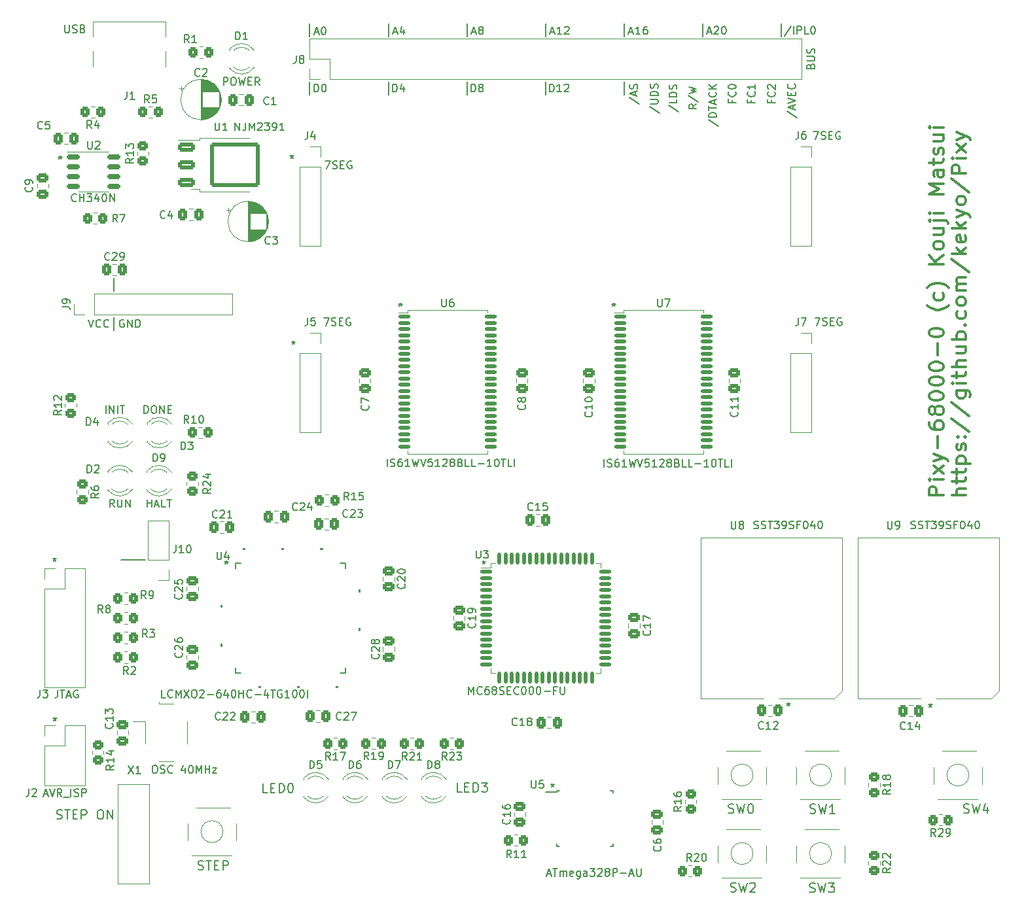
<source format=gbr>
G04 #@! TF.GenerationSoftware,KiCad,Pcbnew,7.0.7*
G04 #@! TF.CreationDate,2023-11-19T17:38:18+09:00*
G04 #@! TF.ProjectId,Pixy-68000,50697879-2d36-4383-9030-302e6b696361,rev?*
G04 #@! TF.SameCoordinates,Original*
G04 #@! TF.FileFunction,Legend,Top*
G04 #@! TF.FilePolarity,Positive*
%FSLAX46Y46*%
G04 Gerber Fmt 4.6, Leading zero omitted, Abs format (unit mm)*
G04 Created by KiCad (PCBNEW 7.0.7) date 2023-11-19 17:38:18*
%MOMM*%
%LPD*%
G01*
G04 APERTURE LIST*
G04 Aperture macros list*
%AMRoundRect*
0 Rectangle with rounded corners*
0 $1 Rounding radius*
0 $2 $3 $4 $5 $6 $7 $8 $9 X,Y pos of 4 corners*
0 Add a 4 corners polygon primitive as box body*
4,1,4,$2,$3,$4,$5,$6,$7,$8,$9,$2,$3,0*
0 Add four circle primitives for the rounded corners*
1,1,$1+$1,$2,$3*
1,1,$1+$1,$4,$5*
1,1,$1+$1,$6,$7*
1,1,$1+$1,$8,$9*
0 Add four rect primitives between the rounded corners*
20,1,$1+$1,$2,$3,$4,$5,0*
20,1,$1+$1,$4,$5,$6,$7,0*
20,1,$1+$1,$6,$7,$8,$9,0*
20,1,$1+$1,$8,$9,$2,$3,0*%
G04 Aperture macros list end*
%ADD10C,0.150000*%
%ADD11C,0.200000*%
%ADD12C,0.300000*%
%ADD13C,0.120000*%
%ADD14C,0.152400*%
%ADD15RoundRect,0.250000X0.450000X-0.350000X0.450000X0.350000X-0.450000X0.350000X-0.450000X-0.350000X0*%
%ADD16R,1.800000X1.800000*%
%ADD17C,1.800000*%
%ADD18RoundRect,0.250000X-0.350000X-0.450000X0.350000X-0.450000X0.350000X0.450000X-0.350000X0.450000X0*%
%ADD19RoundRect,0.250000X-0.337500X-0.475000X0.337500X-0.475000X0.337500X0.475000X-0.337500X0.475000X0*%
%ADD20R,1.700000X1.700000*%
%ADD21C,1.700000*%
%ADD22RoundRect,0.250000X-0.475000X0.337500X-0.475000X-0.337500X0.475000X-0.337500X0.475000X0.337500X0*%
%ADD23C,6.000000*%
%ADD24O,1.700000X1.700000*%
%ADD25RoundRect,0.250000X0.337500X0.475000X-0.337500X0.475000X-0.337500X-0.475000X0.337500X-0.475000X0*%
%ADD26RoundRect,0.150000X-0.675000X-0.150000X0.675000X-0.150000X0.675000X0.150000X-0.675000X0.150000X0*%
%ADD27C,0.650000*%
%ADD28R,0.600000X1.450000*%
%ADD29R,0.300000X1.450000*%
%ADD30O,1.000000X2.100000*%
%ADD31O,1.000000X1.600000*%
%ADD32RoundRect,0.250000X-0.450000X0.350000X-0.450000X-0.350000X0.450000X-0.350000X0.450000X0.350000X0*%
%ADD33R,3.000000X1.980000*%
%ADD34R,1.562100X0.279400*%
%ADD35R,0.279400X1.562100*%
%ADD36RoundRect,0.250000X0.350000X0.450000X-0.350000X0.450000X-0.350000X-0.450000X0.350000X-0.450000X0*%
%ADD37RoundRect,0.250000X0.475000X-0.337500X0.475000X0.337500X-0.475000X0.337500X-0.475000X-0.337500X0*%
%ADD38R,1.600000X1.600000*%
%ADD39C,1.600000*%
%ADD40R,1.600000X0.550000*%
%ADD41R,0.550000X1.600000*%
%ADD42R,1.422400X1.422400*%
%ADD43C,1.422400*%
%ADD44RoundRect,0.250000X-0.850000X-0.350000X0.850000X-0.350000X0.850000X0.350000X-0.850000X0.350000X0*%
%ADD45RoundRect,0.249997X-2.950003X-2.650003X2.950003X-2.650003X2.950003X2.650003X-2.950003X2.650003X0*%
%ADD46RoundRect,0.137500X-0.625000X-0.137500X0.625000X-0.137500X0.625000X0.137500X-0.625000X0.137500X0*%
%ADD47RoundRect,0.137500X-0.612500X-0.137500X0.612500X-0.137500X0.612500X0.137500X-0.612500X0.137500X0*%
%ADD48RoundRect,0.137500X-0.137500X-0.612500X0.137500X-0.612500X0.137500X0.612500X-0.137500X0.612500X0*%
G04 APERTURE END LIST*
D10*
X73660000Y-35140000D02*
X73660000Y-33440000D01*
X104140000Y-27600000D02*
X104140000Y-25900000D01*
X124460000Y-27600000D02*
X124460000Y-25900000D01*
X93980000Y-35140000D02*
X93980000Y-33440000D01*
X39000000Y-95372662D02*
X42124201Y-95372662D01*
X63432227Y-35140000D02*
X63432227Y-33440000D01*
X38100000Y-60540000D02*
X38100000Y-58840000D01*
X104140000Y-35140000D02*
X104140000Y-33440000D01*
X63432227Y-27600000D02*
X63432227Y-25900000D01*
X38100000Y-65620000D02*
X38100000Y-63920000D01*
X83820000Y-27600000D02*
X83820000Y-25900000D01*
X73660000Y-27600000D02*
X73660000Y-25900000D01*
X114300000Y-27600000D02*
X114300000Y-25900000D01*
X93980000Y-27600000D02*
X93980000Y-25900000D01*
X83820000Y-35140000D02*
X83820000Y-33440000D01*
X85966700Y-95419613D02*
X85966700Y-95657708D01*
X85728605Y-95562470D02*
X85966700Y-95657708D01*
X85966700Y-95657708D02*
X86204795Y-95562470D01*
X85823843Y-95848184D02*
X85966700Y-95657708D01*
X85966700Y-95657708D02*
X86109557Y-95848184D01*
X113484819Y-36345714D02*
X113008628Y-36679047D01*
X113484819Y-36917142D02*
X112484819Y-36917142D01*
X112484819Y-36917142D02*
X112484819Y-36536190D01*
X112484819Y-36536190D02*
X112532438Y-36440952D01*
X112532438Y-36440952D02*
X112580057Y-36393333D01*
X112580057Y-36393333D02*
X112675295Y-36345714D01*
X112675295Y-36345714D02*
X112818152Y-36345714D01*
X112818152Y-36345714D02*
X112913390Y-36393333D01*
X112913390Y-36393333D02*
X112961009Y-36440952D01*
X112961009Y-36440952D02*
X113008628Y-36536190D01*
X113008628Y-36536190D02*
X113008628Y-36917142D01*
X112437200Y-35202857D02*
X113722914Y-36059999D01*
X112484819Y-34964761D02*
X113484819Y-34726666D01*
X113484819Y-34726666D02*
X112770533Y-34536190D01*
X112770533Y-34536190D02*
X113484819Y-34345714D01*
X113484819Y-34345714D02*
X112484819Y-34107619D01*
D11*
X128212061Y-128103374D02*
X128383490Y-128160516D01*
X128383490Y-128160516D02*
X128669204Y-128160516D01*
X128669204Y-128160516D02*
X128783490Y-128103374D01*
X128783490Y-128103374D02*
X128840632Y-128046231D01*
X128840632Y-128046231D02*
X128897775Y-127931945D01*
X128897775Y-127931945D02*
X128897775Y-127817659D01*
X128897775Y-127817659D02*
X128840632Y-127703374D01*
X128840632Y-127703374D02*
X128783490Y-127646231D01*
X128783490Y-127646231D02*
X128669204Y-127589088D01*
X128669204Y-127589088D02*
X128440632Y-127531945D01*
X128440632Y-127531945D02*
X128326347Y-127474802D01*
X128326347Y-127474802D02*
X128269204Y-127417659D01*
X128269204Y-127417659D02*
X128212061Y-127303374D01*
X128212061Y-127303374D02*
X128212061Y-127189088D01*
X128212061Y-127189088D02*
X128269204Y-127074802D01*
X128269204Y-127074802D02*
X128326347Y-127017659D01*
X128326347Y-127017659D02*
X128440632Y-126960516D01*
X128440632Y-126960516D02*
X128726347Y-126960516D01*
X128726347Y-126960516D02*
X128897775Y-127017659D01*
X129297775Y-126960516D02*
X129583489Y-128160516D01*
X129583489Y-128160516D02*
X129812061Y-127303374D01*
X129812061Y-127303374D02*
X130040632Y-128160516D01*
X130040632Y-128160516D02*
X130326347Y-126960516D01*
X131412061Y-128160516D02*
X130726347Y-128160516D01*
X131069204Y-128160516D02*
X131069204Y-126960516D01*
X131069204Y-126960516D02*
X130954918Y-127131945D01*
X130954918Y-127131945D02*
X130840633Y-127246231D01*
X130840633Y-127246231D02*
X130726347Y-127303374D01*
D10*
X31751753Y-26110389D02*
X31751753Y-26919912D01*
X31751753Y-26919912D02*
X31799372Y-27015150D01*
X31799372Y-27015150D02*
X31846991Y-27062770D01*
X31846991Y-27062770D02*
X31942229Y-27110389D01*
X31942229Y-27110389D02*
X32132705Y-27110389D01*
X32132705Y-27110389D02*
X32227943Y-27062770D01*
X32227943Y-27062770D02*
X32275562Y-27015150D01*
X32275562Y-27015150D02*
X32323181Y-26919912D01*
X32323181Y-26919912D02*
X32323181Y-26110389D01*
X32751753Y-27062770D02*
X32894610Y-27110389D01*
X32894610Y-27110389D02*
X33132705Y-27110389D01*
X33132705Y-27110389D02*
X33227943Y-27062770D01*
X33227943Y-27062770D02*
X33275562Y-27015150D01*
X33275562Y-27015150D02*
X33323181Y-26919912D01*
X33323181Y-26919912D02*
X33323181Y-26824674D01*
X33323181Y-26824674D02*
X33275562Y-26729436D01*
X33275562Y-26729436D02*
X33227943Y-26681817D01*
X33227943Y-26681817D02*
X33132705Y-26634198D01*
X33132705Y-26634198D02*
X32942229Y-26586579D01*
X32942229Y-26586579D02*
X32846991Y-26538960D01*
X32846991Y-26538960D02*
X32799372Y-26491341D01*
X32799372Y-26491341D02*
X32751753Y-26396103D01*
X32751753Y-26396103D02*
X32751753Y-26300865D01*
X32751753Y-26300865D02*
X32799372Y-26205627D01*
X32799372Y-26205627D02*
X32846991Y-26158008D01*
X32846991Y-26158008D02*
X32942229Y-26110389D01*
X32942229Y-26110389D02*
X33180324Y-26110389D01*
X33180324Y-26110389D02*
X33323181Y-26158008D01*
X34085086Y-26586579D02*
X34227943Y-26634198D01*
X34227943Y-26634198D02*
X34275562Y-26681817D01*
X34275562Y-26681817D02*
X34323181Y-26777055D01*
X34323181Y-26777055D02*
X34323181Y-26919912D01*
X34323181Y-26919912D02*
X34275562Y-27015150D01*
X34275562Y-27015150D02*
X34227943Y-27062770D01*
X34227943Y-27062770D02*
X34132705Y-27110389D01*
X34132705Y-27110389D02*
X33751753Y-27110389D01*
X33751753Y-27110389D02*
X33751753Y-26110389D01*
X33751753Y-26110389D02*
X34085086Y-26110389D01*
X34085086Y-26110389D02*
X34180324Y-26158008D01*
X34180324Y-26158008D02*
X34227943Y-26205627D01*
X34227943Y-26205627D02*
X34275562Y-26300865D01*
X34275562Y-26300865D02*
X34275562Y-26396103D01*
X34275562Y-26396103D02*
X34227943Y-26491341D01*
X34227943Y-26491341D02*
X34180324Y-26538960D01*
X34180324Y-26538960D02*
X34085086Y-26586579D01*
X34085086Y-26586579D02*
X33751753Y-26586579D01*
X94863127Y-124268181D02*
X94863127Y-124506276D01*
X94625032Y-124411038D02*
X94863127Y-124506276D01*
X94863127Y-124506276D02*
X95101222Y-124411038D01*
X94720270Y-124696752D02*
X94863127Y-124506276D01*
X94863127Y-124506276D02*
X95005984Y-124696752D01*
X120572320Y-35848302D02*
X120572320Y-36181635D01*
X121096130Y-36181635D02*
X120096130Y-36181635D01*
X120096130Y-36181635D02*
X120096130Y-35705445D01*
X121000891Y-34753064D02*
X121048511Y-34800683D01*
X121048511Y-34800683D02*
X121096130Y-34943540D01*
X121096130Y-34943540D02*
X121096130Y-35038778D01*
X121096130Y-35038778D02*
X121048511Y-35181635D01*
X121048511Y-35181635D02*
X120953272Y-35276873D01*
X120953272Y-35276873D02*
X120858034Y-35324492D01*
X120858034Y-35324492D02*
X120667558Y-35372111D01*
X120667558Y-35372111D02*
X120524701Y-35372111D01*
X120524701Y-35372111D02*
X120334225Y-35324492D01*
X120334225Y-35324492D02*
X120238987Y-35276873D01*
X120238987Y-35276873D02*
X120143749Y-35181635D01*
X120143749Y-35181635D02*
X120096130Y-35038778D01*
X120096130Y-35038778D02*
X120096130Y-34943540D01*
X120096130Y-34943540D02*
X120143749Y-34800683D01*
X120143749Y-34800683D02*
X120191368Y-34753064D01*
X121096130Y-33800683D02*
X121096130Y-34372111D01*
X121096130Y-34086397D02*
X120096130Y-34086397D01*
X120096130Y-34086397D02*
X120238987Y-34181635D01*
X120238987Y-34181635D02*
X120334225Y-34276873D01*
X120334225Y-34276873D02*
X120381844Y-34372111D01*
X43303943Y-121945014D02*
X43494419Y-121945014D01*
X43494419Y-121945014D02*
X43589657Y-121992633D01*
X43589657Y-121992633D02*
X43684895Y-122087871D01*
X43684895Y-122087871D02*
X43732514Y-122278347D01*
X43732514Y-122278347D02*
X43732514Y-122611680D01*
X43732514Y-122611680D02*
X43684895Y-122802156D01*
X43684895Y-122802156D02*
X43589657Y-122897395D01*
X43589657Y-122897395D02*
X43494419Y-122945014D01*
X43494419Y-122945014D02*
X43303943Y-122945014D01*
X43303943Y-122945014D02*
X43208705Y-122897395D01*
X43208705Y-122897395D02*
X43113467Y-122802156D01*
X43113467Y-122802156D02*
X43065848Y-122611680D01*
X43065848Y-122611680D02*
X43065848Y-122278347D01*
X43065848Y-122278347D02*
X43113467Y-122087871D01*
X43113467Y-122087871D02*
X43208705Y-121992633D01*
X43208705Y-121992633D02*
X43303943Y-121945014D01*
X44113467Y-122897395D02*
X44256324Y-122945014D01*
X44256324Y-122945014D02*
X44494419Y-122945014D01*
X44494419Y-122945014D02*
X44589657Y-122897395D01*
X44589657Y-122897395D02*
X44637276Y-122849775D01*
X44637276Y-122849775D02*
X44684895Y-122754537D01*
X44684895Y-122754537D02*
X44684895Y-122659299D01*
X44684895Y-122659299D02*
X44637276Y-122564061D01*
X44637276Y-122564061D02*
X44589657Y-122516442D01*
X44589657Y-122516442D02*
X44494419Y-122468823D01*
X44494419Y-122468823D02*
X44303943Y-122421204D01*
X44303943Y-122421204D02*
X44208705Y-122373585D01*
X44208705Y-122373585D02*
X44161086Y-122325966D01*
X44161086Y-122325966D02*
X44113467Y-122230728D01*
X44113467Y-122230728D02*
X44113467Y-122135490D01*
X44113467Y-122135490D02*
X44161086Y-122040252D01*
X44161086Y-122040252D02*
X44208705Y-121992633D01*
X44208705Y-121992633D02*
X44303943Y-121945014D01*
X44303943Y-121945014D02*
X44542038Y-121945014D01*
X44542038Y-121945014D02*
X44684895Y-121992633D01*
X45684895Y-122849775D02*
X45637276Y-122897395D01*
X45637276Y-122897395D02*
X45494419Y-122945014D01*
X45494419Y-122945014D02*
X45399181Y-122945014D01*
X45399181Y-122945014D02*
X45256324Y-122897395D01*
X45256324Y-122897395D02*
X45161086Y-122802156D01*
X45161086Y-122802156D02*
X45113467Y-122706918D01*
X45113467Y-122706918D02*
X45065848Y-122516442D01*
X45065848Y-122516442D02*
X45065848Y-122373585D01*
X45065848Y-122373585D02*
X45113467Y-122183109D01*
X45113467Y-122183109D02*
X45161086Y-122087871D01*
X45161086Y-122087871D02*
X45256324Y-121992633D01*
X45256324Y-121992633D02*
X45399181Y-121945014D01*
X45399181Y-121945014D02*
X45494419Y-121945014D01*
X45494419Y-121945014D02*
X45637276Y-121992633D01*
X45637276Y-121992633D02*
X45684895Y-122040252D01*
X47303943Y-122278347D02*
X47303943Y-122945014D01*
X47065848Y-121897395D02*
X46827753Y-122611680D01*
X46827753Y-122611680D02*
X47446800Y-122611680D01*
X48018229Y-121945014D02*
X48113467Y-121945014D01*
X48113467Y-121945014D02*
X48208705Y-121992633D01*
X48208705Y-121992633D02*
X48256324Y-122040252D01*
X48256324Y-122040252D02*
X48303943Y-122135490D01*
X48303943Y-122135490D02*
X48351562Y-122325966D01*
X48351562Y-122325966D02*
X48351562Y-122564061D01*
X48351562Y-122564061D02*
X48303943Y-122754537D01*
X48303943Y-122754537D02*
X48256324Y-122849775D01*
X48256324Y-122849775D02*
X48208705Y-122897395D01*
X48208705Y-122897395D02*
X48113467Y-122945014D01*
X48113467Y-122945014D02*
X48018229Y-122945014D01*
X48018229Y-122945014D02*
X47922991Y-122897395D01*
X47922991Y-122897395D02*
X47875372Y-122849775D01*
X47875372Y-122849775D02*
X47827753Y-122754537D01*
X47827753Y-122754537D02*
X47780134Y-122564061D01*
X47780134Y-122564061D02*
X47780134Y-122325966D01*
X47780134Y-122325966D02*
X47827753Y-122135490D01*
X47827753Y-122135490D02*
X47875372Y-122040252D01*
X47875372Y-122040252D02*
X47922991Y-121992633D01*
X47922991Y-121992633D02*
X48018229Y-121945014D01*
X48780134Y-122945014D02*
X48780134Y-121945014D01*
X48780134Y-121945014D02*
X49113467Y-122659299D01*
X49113467Y-122659299D02*
X49446800Y-121945014D01*
X49446800Y-121945014D02*
X49446800Y-122945014D01*
X49922991Y-122945014D02*
X49922991Y-121945014D01*
X49922991Y-122421204D02*
X50494419Y-122421204D01*
X50494419Y-122945014D02*
X50494419Y-121945014D01*
X50875372Y-122278347D02*
X51399181Y-122278347D01*
X51399181Y-122278347D02*
X50875372Y-122945014D01*
X50875372Y-122945014D02*
X51399181Y-122945014D01*
X61150991Y-42894824D02*
X61150991Y-43132919D01*
X60912896Y-43037681D02*
X61150991Y-43132919D01*
X61150991Y-43132919D02*
X61389086Y-43037681D01*
X61008134Y-43323395D02*
X61150991Y-43132919D01*
X61150991Y-43132919D02*
X61293848Y-43323395D01*
X30427422Y-95042802D02*
X30427422Y-95280897D01*
X30189327Y-95185659D02*
X30427422Y-95280897D01*
X30427422Y-95280897D02*
X30665517Y-95185659D01*
X30284565Y-95471373D02*
X30427422Y-95280897D01*
X30427422Y-95280897D02*
X30570279Y-95471373D01*
X74289508Y-27019552D02*
X74765698Y-27019552D01*
X74194270Y-27305267D02*
X74527603Y-26305267D01*
X74527603Y-26305267D02*
X74860936Y-27305267D01*
X75622841Y-26638600D02*
X75622841Y-27305267D01*
X75384746Y-26257648D02*
X75146651Y-26971933D01*
X75146651Y-26971933D02*
X75765698Y-26971933D01*
X52283047Y-33881555D02*
X52283047Y-32881555D01*
X52283047Y-32881555D02*
X52663999Y-32881555D01*
X52663999Y-32881555D02*
X52759237Y-32929174D01*
X52759237Y-32929174D02*
X52806856Y-32976793D01*
X52806856Y-32976793D02*
X52854475Y-33072031D01*
X52854475Y-33072031D02*
X52854475Y-33214888D01*
X52854475Y-33214888D02*
X52806856Y-33310126D01*
X52806856Y-33310126D02*
X52759237Y-33357745D01*
X52759237Y-33357745D02*
X52663999Y-33405364D01*
X52663999Y-33405364D02*
X52283047Y-33405364D01*
X53473523Y-32881555D02*
X53663999Y-32881555D01*
X53663999Y-32881555D02*
X53759237Y-32929174D01*
X53759237Y-32929174D02*
X53854475Y-33024412D01*
X53854475Y-33024412D02*
X53902094Y-33214888D01*
X53902094Y-33214888D02*
X53902094Y-33548221D01*
X53902094Y-33548221D02*
X53854475Y-33738697D01*
X53854475Y-33738697D02*
X53759237Y-33833936D01*
X53759237Y-33833936D02*
X53663999Y-33881555D01*
X53663999Y-33881555D02*
X53473523Y-33881555D01*
X53473523Y-33881555D02*
X53378285Y-33833936D01*
X53378285Y-33833936D02*
X53283047Y-33738697D01*
X53283047Y-33738697D02*
X53235428Y-33548221D01*
X53235428Y-33548221D02*
X53235428Y-33214888D01*
X53235428Y-33214888D02*
X53283047Y-33024412D01*
X53283047Y-33024412D02*
X53378285Y-32929174D01*
X53378285Y-32929174D02*
X53473523Y-32881555D01*
X54235428Y-32881555D02*
X54473523Y-33881555D01*
X54473523Y-33881555D02*
X54663999Y-33167269D01*
X54663999Y-33167269D02*
X54854475Y-33881555D01*
X54854475Y-33881555D02*
X55092571Y-32881555D01*
X55473523Y-33357745D02*
X55806856Y-33357745D01*
X55949713Y-33881555D02*
X55473523Y-33881555D01*
X55473523Y-33881555D02*
X55473523Y-32881555D01*
X55473523Y-32881555D02*
X55949713Y-32881555D01*
X56949713Y-33881555D02*
X56616380Y-33405364D01*
X56378285Y-33881555D02*
X56378285Y-32881555D01*
X56378285Y-32881555D02*
X56759237Y-32881555D01*
X56759237Y-32881555D02*
X56854475Y-32929174D01*
X56854475Y-32929174D02*
X56902094Y-32976793D01*
X56902094Y-32976793D02*
X56949713Y-33072031D01*
X56949713Y-33072031D02*
X56949713Y-33214888D01*
X56949713Y-33214888D02*
X56902094Y-33310126D01*
X56902094Y-33310126D02*
X56854475Y-33357745D01*
X56854475Y-33357745D02*
X56759237Y-33405364D01*
X56759237Y-33405364D02*
X56378285Y-33405364D01*
D11*
X83107095Y-125387208D02*
X82535667Y-125387208D01*
X82535667Y-125387208D02*
X82535667Y-124187208D01*
X83507096Y-124758637D02*
X83907096Y-124758637D01*
X84078524Y-125387208D02*
X83507096Y-125387208D01*
X83507096Y-125387208D02*
X83507096Y-124187208D01*
X83507096Y-124187208D02*
X84078524Y-124187208D01*
X84592810Y-125387208D02*
X84592810Y-124187208D01*
X84592810Y-124187208D02*
X84878524Y-124187208D01*
X84878524Y-124187208D02*
X85049953Y-124244351D01*
X85049953Y-124244351D02*
X85164238Y-124358637D01*
X85164238Y-124358637D02*
X85221381Y-124472923D01*
X85221381Y-124472923D02*
X85278524Y-124701494D01*
X85278524Y-124701494D02*
X85278524Y-124872923D01*
X85278524Y-124872923D02*
X85221381Y-125101494D01*
X85221381Y-125101494D02*
X85164238Y-125215780D01*
X85164238Y-125215780D02*
X85049953Y-125330066D01*
X85049953Y-125330066D02*
X84878524Y-125387208D01*
X84878524Y-125387208D02*
X84592810Y-125387208D01*
X85678524Y-124187208D02*
X86421381Y-124187208D01*
X86421381Y-124187208D02*
X86021381Y-124644351D01*
X86021381Y-124644351D02*
X86192810Y-124644351D01*
X86192810Y-124644351D02*
X86307096Y-124701494D01*
X86307096Y-124701494D02*
X86364238Y-124758637D01*
X86364238Y-124758637D02*
X86421381Y-124872923D01*
X86421381Y-124872923D02*
X86421381Y-125158637D01*
X86421381Y-125158637D02*
X86364238Y-125272923D01*
X86364238Y-125272923D02*
X86307096Y-125330066D01*
X86307096Y-125330066D02*
X86192810Y-125387208D01*
X86192810Y-125387208D02*
X85849953Y-125387208D01*
X85849953Y-125387208D02*
X85735667Y-125330066D01*
X85735667Y-125330066D02*
X85678524Y-125272923D01*
D10*
X42401716Y-88508117D02*
X42401716Y-87508117D01*
X42401716Y-87984307D02*
X42973144Y-87984307D01*
X42973144Y-88508117D02*
X42973144Y-87508117D01*
X43401716Y-88222402D02*
X43877906Y-88222402D01*
X43306478Y-88508117D02*
X43639811Y-87508117D01*
X43639811Y-87508117D02*
X43973144Y-88508117D01*
X44782668Y-88508117D02*
X44306478Y-88508117D01*
X44306478Y-88508117D02*
X44306478Y-87508117D01*
X44973145Y-87508117D02*
X45544573Y-87508117D01*
X45258859Y-88508117D02*
X45258859Y-87508117D01*
D11*
X57995592Y-125474552D02*
X57424164Y-125474552D01*
X57424164Y-125474552D02*
X57424164Y-124274552D01*
X58395593Y-124845981D02*
X58795593Y-124845981D01*
X58967021Y-125474552D02*
X58395593Y-125474552D01*
X58395593Y-125474552D02*
X58395593Y-124274552D01*
X58395593Y-124274552D02*
X58967021Y-124274552D01*
X59481307Y-125474552D02*
X59481307Y-124274552D01*
X59481307Y-124274552D02*
X59767021Y-124274552D01*
X59767021Y-124274552D02*
X59938450Y-124331695D01*
X59938450Y-124331695D02*
X60052735Y-124445981D01*
X60052735Y-124445981D02*
X60109878Y-124560267D01*
X60109878Y-124560267D02*
X60167021Y-124788838D01*
X60167021Y-124788838D02*
X60167021Y-124960267D01*
X60167021Y-124960267D02*
X60109878Y-125188838D01*
X60109878Y-125188838D02*
X60052735Y-125303124D01*
X60052735Y-125303124D02*
X59938450Y-125417410D01*
X59938450Y-125417410D02*
X59767021Y-125474552D01*
X59767021Y-125474552D02*
X59481307Y-125474552D01*
X60909878Y-124274552D02*
X61024164Y-124274552D01*
X61024164Y-124274552D02*
X61138450Y-124331695D01*
X61138450Y-124331695D02*
X61195593Y-124388838D01*
X61195593Y-124388838D02*
X61252735Y-124503124D01*
X61252735Y-124503124D02*
X61309878Y-124731695D01*
X61309878Y-124731695D02*
X61309878Y-125017410D01*
X61309878Y-125017410D02*
X61252735Y-125245981D01*
X61252735Y-125245981D02*
X61195593Y-125360267D01*
X61195593Y-125360267D02*
X61138450Y-125417410D01*
X61138450Y-125417410D02*
X61024164Y-125474552D01*
X61024164Y-125474552D02*
X60909878Y-125474552D01*
X60909878Y-125474552D02*
X60795593Y-125417410D01*
X60795593Y-125417410D02*
X60738450Y-125360267D01*
X60738450Y-125360267D02*
X60681307Y-125245981D01*
X60681307Y-125245981D02*
X60624164Y-125017410D01*
X60624164Y-125017410D02*
X60624164Y-124731695D01*
X60624164Y-124731695D02*
X60681307Y-124503124D01*
X60681307Y-124503124D02*
X60738450Y-124388838D01*
X60738450Y-124388838D02*
X60795593Y-124331695D01*
X60795593Y-124331695D02*
X60909878Y-124274552D01*
D10*
X73458685Y-83261896D02*
X73458685Y-82261896D01*
X73887256Y-83214277D02*
X74030113Y-83261896D01*
X74030113Y-83261896D02*
X74268208Y-83261896D01*
X74268208Y-83261896D02*
X74363446Y-83214277D01*
X74363446Y-83214277D02*
X74411065Y-83166657D01*
X74411065Y-83166657D02*
X74458684Y-83071419D01*
X74458684Y-83071419D02*
X74458684Y-82976181D01*
X74458684Y-82976181D02*
X74411065Y-82880943D01*
X74411065Y-82880943D02*
X74363446Y-82833324D01*
X74363446Y-82833324D02*
X74268208Y-82785705D01*
X74268208Y-82785705D02*
X74077732Y-82738086D01*
X74077732Y-82738086D02*
X73982494Y-82690467D01*
X73982494Y-82690467D02*
X73934875Y-82642848D01*
X73934875Y-82642848D02*
X73887256Y-82547610D01*
X73887256Y-82547610D02*
X73887256Y-82452372D01*
X73887256Y-82452372D02*
X73934875Y-82357134D01*
X73934875Y-82357134D02*
X73982494Y-82309515D01*
X73982494Y-82309515D02*
X74077732Y-82261896D01*
X74077732Y-82261896D02*
X74315827Y-82261896D01*
X74315827Y-82261896D02*
X74458684Y-82309515D01*
X75315827Y-82261896D02*
X75125351Y-82261896D01*
X75125351Y-82261896D02*
X75030113Y-82309515D01*
X75030113Y-82309515D02*
X74982494Y-82357134D01*
X74982494Y-82357134D02*
X74887256Y-82499991D01*
X74887256Y-82499991D02*
X74839637Y-82690467D01*
X74839637Y-82690467D02*
X74839637Y-83071419D01*
X74839637Y-83071419D02*
X74887256Y-83166657D01*
X74887256Y-83166657D02*
X74934875Y-83214277D01*
X74934875Y-83214277D02*
X75030113Y-83261896D01*
X75030113Y-83261896D02*
X75220589Y-83261896D01*
X75220589Y-83261896D02*
X75315827Y-83214277D01*
X75315827Y-83214277D02*
X75363446Y-83166657D01*
X75363446Y-83166657D02*
X75411065Y-83071419D01*
X75411065Y-83071419D02*
X75411065Y-82833324D01*
X75411065Y-82833324D02*
X75363446Y-82738086D01*
X75363446Y-82738086D02*
X75315827Y-82690467D01*
X75315827Y-82690467D02*
X75220589Y-82642848D01*
X75220589Y-82642848D02*
X75030113Y-82642848D01*
X75030113Y-82642848D02*
X74934875Y-82690467D01*
X74934875Y-82690467D02*
X74887256Y-82738086D01*
X74887256Y-82738086D02*
X74839637Y-82833324D01*
X76363446Y-83261896D02*
X75792018Y-83261896D01*
X76077732Y-83261896D02*
X76077732Y-82261896D01*
X76077732Y-82261896D02*
X75982494Y-82404753D01*
X75982494Y-82404753D02*
X75887256Y-82499991D01*
X75887256Y-82499991D02*
X75792018Y-82547610D01*
X76696780Y-82261896D02*
X76934875Y-83261896D01*
X76934875Y-83261896D02*
X77125351Y-82547610D01*
X77125351Y-82547610D02*
X77315827Y-83261896D01*
X77315827Y-83261896D02*
X77553923Y-82261896D01*
X77792018Y-82261896D02*
X78125351Y-83261896D01*
X78125351Y-83261896D02*
X78458684Y-82261896D01*
X79268208Y-82261896D02*
X78792018Y-82261896D01*
X78792018Y-82261896D02*
X78744399Y-82738086D01*
X78744399Y-82738086D02*
X78792018Y-82690467D01*
X78792018Y-82690467D02*
X78887256Y-82642848D01*
X78887256Y-82642848D02*
X79125351Y-82642848D01*
X79125351Y-82642848D02*
X79220589Y-82690467D01*
X79220589Y-82690467D02*
X79268208Y-82738086D01*
X79268208Y-82738086D02*
X79315827Y-82833324D01*
X79315827Y-82833324D02*
X79315827Y-83071419D01*
X79315827Y-83071419D02*
X79268208Y-83166657D01*
X79268208Y-83166657D02*
X79220589Y-83214277D01*
X79220589Y-83214277D02*
X79125351Y-83261896D01*
X79125351Y-83261896D02*
X78887256Y-83261896D01*
X78887256Y-83261896D02*
X78792018Y-83214277D01*
X78792018Y-83214277D02*
X78744399Y-83166657D01*
X80268208Y-83261896D02*
X79696780Y-83261896D01*
X79982494Y-83261896D02*
X79982494Y-82261896D01*
X79982494Y-82261896D02*
X79887256Y-82404753D01*
X79887256Y-82404753D02*
X79792018Y-82499991D01*
X79792018Y-82499991D02*
X79696780Y-82547610D01*
X80649161Y-82357134D02*
X80696780Y-82309515D01*
X80696780Y-82309515D02*
X80792018Y-82261896D01*
X80792018Y-82261896D02*
X81030113Y-82261896D01*
X81030113Y-82261896D02*
X81125351Y-82309515D01*
X81125351Y-82309515D02*
X81172970Y-82357134D01*
X81172970Y-82357134D02*
X81220589Y-82452372D01*
X81220589Y-82452372D02*
X81220589Y-82547610D01*
X81220589Y-82547610D02*
X81172970Y-82690467D01*
X81172970Y-82690467D02*
X80601542Y-83261896D01*
X80601542Y-83261896D02*
X81220589Y-83261896D01*
X81792018Y-82690467D02*
X81696780Y-82642848D01*
X81696780Y-82642848D02*
X81649161Y-82595229D01*
X81649161Y-82595229D02*
X81601542Y-82499991D01*
X81601542Y-82499991D02*
X81601542Y-82452372D01*
X81601542Y-82452372D02*
X81649161Y-82357134D01*
X81649161Y-82357134D02*
X81696780Y-82309515D01*
X81696780Y-82309515D02*
X81792018Y-82261896D01*
X81792018Y-82261896D02*
X81982494Y-82261896D01*
X81982494Y-82261896D02*
X82077732Y-82309515D01*
X82077732Y-82309515D02*
X82125351Y-82357134D01*
X82125351Y-82357134D02*
X82172970Y-82452372D01*
X82172970Y-82452372D02*
X82172970Y-82499991D01*
X82172970Y-82499991D02*
X82125351Y-82595229D01*
X82125351Y-82595229D02*
X82077732Y-82642848D01*
X82077732Y-82642848D02*
X81982494Y-82690467D01*
X81982494Y-82690467D02*
X81792018Y-82690467D01*
X81792018Y-82690467D02*
X81696780Y-82738086D01*
X81696780Y-82738086D02*
X81649161Y-82785705D01*
X81649161Y-82785705D02*
X81601542Y-82880943D01*
X81601542Y-82880943D02*
X81601542Y-83071419D01*
X81601542Y-83071419D02*
X81649161Y-83166657D01*
X81649161Y-83166657D02*
X81696780Y-83214277D01*
X81696780Y-83214277D02*
X81792018Y-83261896D01*
X81792018Y-83261896D02*
X81982494Y-83261896D01*
X81982494Y-83261896D02*
X82077732Y-83214277D01*
X82077732Y-83214277D02*
X82125351Y-83166657D01*
X82125351Y-83166657D02*
X82172970Y-83071419D01*
X82172970Y-83071419D02*
X82172970Y-82880943D01*
X82172970Y-82880943D02*
X82125351Y-82785705D01*
X82125351Y-82785705D02*
X82077732Y-82738086D01*
X82077732Y-82738086D02*
X81982494Y-82690467D01*
X82934875Y-82738086D02*
X83077732Y-82785705D01*
X83077732Y-82785705D02*
X83125351Y-82833324D01*
X83125351Y-82833324D02*
X83172970Y-82928562D01*
X83172970Y-82928562D02*
X83172970Y-83071419D01*
X83172970Y-83071419D02*
X83125351Y-83166657D01*
X83125351Y-83166657D02*
X83077732Y-83214277D01*
X83077732Y-83214277D02*
X82982494Y-83261896D01*
X82982494Y-83261896D02*
X82601542Y-83261896D01*
X82601542Y-83261896D02*
X82601542Y-82261896D01*
X82601542Y-82261896D02*
X82934875Y-82261896D01*
X82934875Y-82261896D02*
X83030113Y-82309515D01*
X83030113Y-82309515D02*
X83077732Y-82357134D01*
X83077732Y-82357134D02*
X83125351Y-82452372D01*
X83125351Y-82452372D02*
X83125351Y-82547610D01*
X83125351Y-82547610D02*
X83077732Y-82642848D01*
X83077732Y-82642848D02*
X83030113Y-82690467D01*
X83030113Y-82690467D02*
X82934875Y-82738086D01*
X82934875Y-82738086D02*
X82601542Y-82738086D01*
X84077732Y-83261896D02*
X83601542Y-83261896D01*
X83601542Y-83261896D02*
X83601542Y-82261896D01*
X84887256Y-83261896D02*
X84411066Y-83261896D01*
X84411066Y-83261896D02*
X84411066Y-82261896D01*
X85220590Y-82880943D02*
X85982495Y-82880943D01*
X86982494Y-83261896D02*
X86411066Y-83261896D01*
X86696780Y-83261896D02*
X86696780Y-82261896D01*
X86696780Y-82261896D02*
X86601542Y-82404753D01*
X86601542Y-82404753D02*
X86506304Y-82499991D01*
X86506304Y-82499991D02*
X86411066Y-82547610D01*
X87601542Y-82261896D02*
X87696780Y-82261896D01*
X87696780Y-82261896D02*
X87792018Y-82309515D01*
X87792018Y-82309515D02*
X87839637Y-82357134D01*
X87839637Y-82357134D02*
X87887256Y-82452372D01*
X87887256Y-82452372D02*
X87934875Y-82642848D01*
X87934875Y-82642848D02*
X87934875Y-82880943D01*
X87934875Y-82880943D02*
X87887256Y-83071419D01*
X87887256Y-83071419D02*
X87839637Y-83166657D01*
X87839637Y-83166657D02*
X87792018Y-83214277D01*
X87792018Y-83214277D02*
X87696780Y-83261896D01*
X87696780Y-83261896D02*
X87601542Y-83261896D01*
X87601542Y-83261896D02*
X87506304Y-83214277D01*
X87506304Y-83214277D02*
X87458685Y-83166657D01*
X87458685Y-83166657D02*
X87411066Y-83071419D01*
X87411066Y-83071419D02*
X87363447Y-82880943D01*
X87363447Y-82880943D02*
X87363447Y-82642848D01*
X87363447Y-82642848D02*
X87411066Y-82452372D01*
X87411066Y-82452372D02*
X87458685Y-82357134D01*
X87458685Y-82357134D02*
X87506304Y-82309515D01*
X87506304Y-82309515D02*
X87601542Y-82261896D01*
X88220590Y-82261896D02*
X88792018Y-82261896D01*
X88506304Y-83261896D02*
X88506304Y-82261896D01*
X89601542Y-83261896D02*
X89125352Y-83261896D01*
X89125352Y-83261896D02*
X89125352Y-82261896D01*
X89934876Y-83261896D02*
X89934876Y-82261896D01*
X33240297Y-48851240D02*
X33192678Y-48898860D01*
X33192678Y-48898860D02*
X33049821Y-48946479D01*
X33049821Y-48946479D02*
X32954583Y-48946479D01*
X32954583Y-48946479D02*
X32811726Y-48898860D01*
X32811726Y-48898860D02*
X32716488Y-48803621D01*
X32716488Y-48803621D02*
X32668869Y-48708383D01*
X32668869Y-48708383D02*
X32621250Y-48517907D01*
X32621250Y-48517907D02*
X32621250Y-48375050D01*
X32621250Y-48375050D02*
X32668869Y-48184574D01*
X32668869Y-48184574D02*
X32716488Y-48089336D01*
X32716488Y-48089336D02*
X32811726Y-47994098D01*
X32811726Y-47994098D02*
X32954583Y-47946479D01*
X32954583Y-47946479D02*
X33049821Y-47946479D01*
X33049821Y-47946479D02*
X33192678Y-47994098D01*
X33192678Y-47994098D02*
X33240297Y-48041717D01*
X33668869Y-48946479D02*
X33668869Y-47946479D01*
X33668869Y-48422669D02*
X34240297Y-48422669D01*
X34240297Y-48946479D02*
X34240297Y-47946479D01*
X34621250Y-47946479D02*
X35240297Y-47946479D01*
X35240297Y-47946479D02*
X34906964Y-48327431D01*
X34906964Y-48327431D02*
X35049821Y-48327431D01*
X35049821Y-48327431D02*
X35145059Y-48375050D01*
X35145059Y-48375050D02*
X35192678Y-48422669D01*
X35192678Y-48422669D02*
X35240297Y-48517907D01*
X35240297Y-48517907D02*
X35240297Y-48756002D01*
X35240297Y-48756002D02*
X35192678Y-48851240D01*
X35192678Y-48851240D02*
X35145059Y-48898860D01*
X35145059Y-48898860D02*
X35049821Y-48946479D01*
X35049821Y-48946479D02*
X34764107Y-48946479D01*
X34764107Y-48946479D02*
X34668869Y-48898860D01*
X34668869Y-48898860D02*
X34621250Y-48851240D01*
X36097440Y-48279812D02*
X36097440Y-48946479D01*
X35859345Y-47898860D02*
X35621250Y-48613145D01*
X35621250Y-48613145D02*
X36240297Y-48613145D01*
X36811726Y-47946479D02*
X36906964Y-47946479D01*
X36906964Y-47946479D02*
X37002202Y-47994098D01*
X37002202Y-47994098D02*
X37049821Y-48041717D01*
X37049821Y-48041717D02*
X37097440Y-48136955D01*
X37097440Y-48136955D02*
X37145059Y-48327431D01*
X37145059Y-48327431D02*
X37145059Y-48565526D01*
X37145059Y-48565526D02*
X37097440Y-48756002D01*
X37097440Y-48756002D02*
X37049821Y-48851240D01*
X37049821Y-48851240D02*
X37002202Y-48898860D01*
X37002202Y-48898860D02*
X36906964Y-48946479D01*
X36906964Y-48946479D02*
X36811726Y-48946479D01*
X36811726Y-48946479D02*
X36716488Y-48898860D01*
X36716488Y-48898860D02*
X36668869Y-48851240D01*
X36668869Y-48851240D02*
X36621250Y-48756002D01*
X36621250Y-48756002D02*
X36573631Y-48565526D01*
X36573631Y-48565526D02*
X36573631Y-48327431D01*
X36573631Y-48327431D02*
X36621250Y-48136955D01*
X36621250Y-48136955D02*
X36668869Y-48041717D01*
X36668869Y-48041717D02*
X36716488Y-47994098D01*
X36716488Y-47994098D02*
X36811726Y-47946479D01*
X37573631Y-48946479D02*
X37573631Y-47946479D01*
X37573631Y-47946479D02*
X38145059Y-48946479D01*
X38145059Y-48946479D02*
X38145059Y-47946479D01*
X128627162Y-39891455D02*
X129293828Y-39891455D01*
X129293828Y-39891455D02*
X128865257Y-40891455D01*
X129627162Y-40843836D02*
X129770019Y-40891455D01*
X129770019Y-40891455D02*
X130008114Y-40891455D01*
X130008114Y-40891455D02*
X130103352Y-40843836D01*
X130103352Y-40843836D02*
X130150971Y-40796216D01*
X130150971Y-40796216D02*
X130198590Y-40700978D01*
X130198590Y-40700978D02*
X130198590Y-40605740D01*
X130198590Y-40605740D02*
X130150971Y-40510502D01*
X130150971Y-40510502D02*
X130103352Y-40462883D01*
X130103352Y-40462883D02*
X130008114Y-40415264D01*
X130008114Y-40415264D02*
X129817638Y-40367645D01*
X129817638Y-40367645D02*
X129722400Y-40320026D01*
X129722400Y-40320026D02*
X129674781Y-40272407D01*
X129674781Y-40272407D02*
X129627162Y-40177169D01*
X129627162Y-40177169D02*
X129627162Y-40081931D01*
X129627162Y-40081931D02*
X129674781Y-39986693D01*
X129674781Y-39986693D02*
X129722400Y-39939074D01*
X129722400Y-39939074D02*
X129817638Y-39891455D01*
X129817638Y-39891455D02*
X130055733Y-39891455D01*
X130055733Y-39891455D02*
X130198590Y-39939074D01*
X130627162Y-40367645D02*
X130960495Y-40367645D01*
X131103352Y-40891455D02*
X130627162Y-40891455D01*
X130627162Y-40891455D02*
X130627162Y-39891455D01*
X130627162Y-39891455D02*
X131103352Y-39891455D01*
X132055733Y-39939074D02*
X131960495Y-39891455D01*
X131960495Y-39891455D02*
X131817638Y-39891455D01*
X131817638Y-39891455D02*
X131674781Y-39939074D01*
X131674781Y-39939074D02*
X131579543Y-40034312D01*
X131579543Y-40034312D02*
X131531924Y-40129550D01*
X131531924Y-40129550D02*
X131484305Y-40320026D01*
X131484305Y-40320026D02*
X131484305Y-40462883D01*
X131484305Y-40462883D02*
X131531924Y-40653359D01*
X131531924Y-40653359D02*
X131579543Y-40748597D01*
X131579543Y-40748597D02*
X131674781Y-40843836D01*
X131674781Y-40843836D02*
X131817638Y-40891455D01*
X131817638Y-40891455D02*
X131912876Y-40891455D01*
X131912876Y-40891455D02*
X132055733Y-40843836D01*
X132055733Y-40843836D02*
X132103352Y-40796216D01*
X132103352Y-40796216D02*
X132103352Y-40462883D01*
X132103352Y-40462883D02*
X131912876Y-40462883D01*
D12*
X145418114Y-86956441D02*
X143618114Y-86956441D01*
X143618114Y-86956441D02*
X143618114Y-86194536D01*
X143618114Y-86194536D02*
X143703828Y-86004060D01*
X143703828Y-86004060D02*
X143789542Y-85908822D01*
X143789542Y-85908822D02*
X143960971Y-85813584D01*
X143960971Y-85813584D02*
X144218114Y-85813584D01*
X144218114Y-85813584D02*
X144389542Y-85908822D01*
X144389542Y-85908822D02*
X144475257Y-86004060D01*
X144475257Y-86004060D02*
X144560971Y-86194536D01*
X144560971Y-86194536D02*
X144560971Y-86956441D01*
X145418114Y-84956441D02*
X144218114Y-84956441D01*
X143618114Y-84956441D02*
X143703828Y-85051679D01*
X143703828Y-85051679D02*
X143789542Y-84956441D01*
X143789542Y-84956441D02*
X143703828Y-84861203D01*
X143703828Y-84861203D02*
X143618114Y-84956441D01*
X143618114Y-84956441D02*
X143789542Y-84956441D01*
X145418114Y-84194536D02*
X144218114Y-83146917D01*
X144218114Y-84194536D02*
X145418114Y-83146917D01*
X144218114Y-82575488D02*
X145418114Y-82099298D01*
X144218114Y-81623107D02*
X145418114Y-82099298D01*
X145418114Y-82099298D02*
X145846685Y-82289774D01*
X145846685Y-82289774D02*
X145932400Y-82385012D01*
X145932400Y-82385012D02*
X146018114Y-82575488D01*
X144732400Y-80861202D02*
X144732400Y-79337393D01*
X143618114Y-77527869D02*
X143618114Y-77908822D01*
X143618114Y-77908822D02*
X143703828Y-78099298D01*
X143703828Y-78099298D02*
X143789542Y-78194536D01*
X143789542Y-78194536D02*
X144046685Y-78385012D01*
X144046685Y-78385012D02*
X144389542Y-78480250D01*
X144389542Y-78480250D02*
X145075257Y-78480250D01*
X145075257Y-78480250D02*
X145246685Y-78385012D01*
X145246685Y-78385012D02*
X145332400Y-78289774D01*
X145332400Y-78289774D02*
X145418114Y-78099298D01*
X145418114Y-78099298D02*
X145418114Y-77718345D01*
X145418114Y-77718345D02*
X145332400Y-77527869D01*
X145332400Y-77527869D02*
X145246685Y-77432631D01*
X145246685Y-77432631D02*
X145075257Y-77337393D01*
X145075257Y-77337393D02*
X144646685Y-77337393D01*
X144646685Y-77337393D02*
X144475257Y-77432631D01*
X144475257Y-77432631D02*
X144389542Y-77527869D01*
X144389542Y-77527869D02*
X144303828Y-77718345D01*
X144303828Y-77718345D02*
X144303828Y-78099298D01*
X144303828Y-78099298D02*
X144389542Y-78289774D01*
X144389542Y-78289774D02*
X144475257Y-78385012D01*
X144475257Y-78385012D02*
X144646685Y-78480250D01*
X144389542Y-76194536D02*
X144303828Y-76385012D01*
X144303828Y-76385012D02*
X144218114Y-76480250D01*
X144218114Y-76480250D02*
X144046685Y-76575488D01*
X144046685Y-76575488D02*
X143960971Y-76575488D01*
X143960971Y-76575488D02*
X143789542Y-76480250D01*
X143789542Y-76480250D02*
X143703828Y-76385012D01*
X143703828Y-76385012D02*
X143618114Y-76194536D01*
X143618114Y-76194536D02*
X143618114Y-75813583D01*
X143618114Y-75813583D02*
X143703828Y-75623107D01*
X143703828Y-75623107D02*
X143789542Y-75527869D01*
X143789542Y-75527869D02*
X143960971Y-75432631D01*
X143960971Y-75432631D02*
X144046685Y-75432631D01*
X144046685Y-75432631D02*
X144218114Y-75527869D01*
X144218114Y-75527869D02*
X144303828Y-75623107D01*
X144303828Y-75623107D02*
X144389542Y-75813583D01*
X144389542Y-75813583D02*
X144389542Y-76194536D01*
X144389542Y-76194536D02*
X144475257Y-76385012D01*
X144475257Y-76385012D02*
X144560971Y-76480250D01*
X144560971Y-76480250D02*
X144732400Y-76575488D01*
X144732400Y-76575488D02*
X145075257Y-76575488D01*
X145075257Y-76575488D02*
X145246685Y-76480250D01*
X145246685Y-76480250D02*
X145332400Y-76385012D01*
X145332400Y-76385012D02*
X145418114Y-76194536D01*
X145418114Y-76194536D02*
X145418114Y-75813583D01*
X145418114Y-75813583D02*
X145332400Y-75623107D01*
X145332400Y-75623107D02*
X145246685Y-75527869D01*
X145246685Y-75527869D02*
X145075257Y-75432631D01*
X145075257Y-75432631D02*
X144732400Y-75432631D01*
X144732400Y-75432631D02*
X144560971Y-75527869D01*
X144560971Y-75527869D02*
X144475257Y-75623107D01*
X144475257Y-75623107D02*
X144389542Y-75813583D01*
X143618114Y-74194536D02*
X143618114Y-74004059D01*
X143618114Y-74004059D02*
X143703828Y-73813583D01*
X143703828Y-73813583D02*
X143789542Y-73718345D01*
X143789542Y-73718345D02*
X143960971Y-73623107D01*
X143960971Y-73623107D02*
X144303828Y-73527869D01*
X144303828Y-73527869D02*
X144732400Y-73527869D01*
X144732400Y-73527869D02*
X145075257Y-73623107D01*
X145075257Y-73623107D02*
X145246685Y-73718345D01*
X145246685Y-73718345D02*
X145332400Y-73813583D01*
X145332400Y-73813583D02*
X145418114Y-74004059D01*
X145418114Y-74004059D02*
X145418114Y-74194536D01*
X145418114Y-74194536D02*
X145332400Y-74385012D01*
X145332400Y-74385012D02*
X145246685Y-74480250D01*
X145246685Y-74480250D02*
X145075257Y-74575488D01*
X145075257Y-74575488D02*
X144732400Y-74670726D01*
X144732400Y-74670726D02*
X144303828Y-74670726D01*
X144303828Y-74670726D02*
X143960971Y-74575488D01*
X143960971Y-74575488D02*
X143789542Y-74480250D01*
X143789542Y-74480250D02*
X143703828Y-74385012D01*
X143703828Y-74385012D02*
X143618114Y-74194536D01*
X143618114Y-72289774D02*
X143618114Y-72099297D01*
X143618114Y-72099297D02*
X143703828Y-71908821D01*
X143703828Y-71908821D02*
X143789542Y-71813583D01*
X143789542Y-71813583D02*
X143960971Y-71718345D01*
X143960971Y-71718345D02*
X144303828Y-71623107D01*
X144303828Y-71623107D02*
X144732400Y-71623107D01*
X144732400Y-71623107D02*
X145075257Y-71718345D01*
X145075257Y-71718345D02*
X145246685Y-71813583D01*
X145246685Y-71813583D02*
X145332400Y-71908821D01*
X145332400Y-71908821D02*
X145418114Y-72099297D01*
X145418114Y-72099297D02*
X145418114Y-72289774D01*
X145418114Y-72289774D02*
X145332400Y-72480250D01*
X145332400Y-72480250D02*
X145246685Y-72575488D01*
X145246685Y-72575488D02*
X145075257Y-72670726D01*
X145075257Y-72670726D02*
X144732400Y-72765964D01*
X144732400Y-72765964D02*
X144303828Y-72765964D01*
X144303828Y-72765964D02*
X143960971Y-72670726D01*
X143960971Y-72670726D02*
X143789542Y-72575488D01*
X143789542Y-72575488D02*
X143703828Y-72480250D01*
X143703828Y-72480250D02*
X143618114Y-72289774D01*
X143618114Y-70385012D02*
X143618114Y-70194535D01*
X143618114Y-70194535D02*
X143703828Y-70004059D01*
X143703828Y-70004059D02*
X143789542Y-69908821D01*
X143789542Y-69908821D02*
X143960971Y-69813583D01*
X143960971Y-69813583D02*
X144303828Y-69718345D01*
X144303828Y-69718345D02*
X144732400Y-69718345D01*
X144732400Y-69718345D02*
X145075257Y-69813583D01*
X145075257Y-69813583D02*
X145246685Y-69908821D01*
X145246685Y-69908821D02*
X145332400Y-70004059D01*
X145332400Y-70004059D02*
X145418114Y-70194535D01*
X145418114Y-70194535D02*
X145418114Y-70385012D01*
X145418114Y-70385012D02*
X145332400Y-70575488D01*
X145332400Y-70575488D02*
X145246685Y-70670726D01*
X145246685Y-70670726D02*
X145075257Y-70765964D01*
X145075257Y-70765964D02*
X144732400Y-70861202D01*
X144732400Y-70861202D02*
X144303828Y-70861202D01*
X144303828Y-70861202D02*
X143960971Y-70765964D01*
X143960971Y-70765964D02*
X143789542Y-70670726D01*
X143789542Y-70670726D02*
X143703828Y-70575488D01*
X143703828Y-70575488D02*
X143618114Y-70385012D01*
X144732400Y-68861202D02*
X144732400Y-67337393D01*
X143618114Y-66004060D02*
X143618114Y-65813583D01*
X143618114Y-65813583D02*
X143703828Y-65623107D01*
X143703828Y-65623107D02*
X143789542Y-65527869D01*
X143789542Y-65527869D02*
X143960971Y-65432631D01*
X143960971Y-65432631D02*
X144303828Y-65337393D01*
X144303828Y-65337393D02*
X144732400Y-65337393D01*
X144732400Y-65337393D02*
X145075257Y-65432631D01*
X145075257Y-65432631D02*
X145246685Y-65527869D01*
X145246685Y-65527869D02*
X145332400Y-65623107D01*
X145332400Y-65623107D02*
X145418114Y-65813583D01*
X145418114Y-65813583D02*
X145418114Y-66004060D01*
X145418114Y-66004060D02*
X145332400Y-66194536D01*
X145332400Y-66194536D02*
X145246685Y-66289774D01*
X145246685Y-66289774D02*
X145075257Y-66385012D01*
X145075257Y-66385012D02*
X144732400Y-66480250D01*
X144732400Y-66480250D02*
X144303828Y-66480250D01*
X144303828Y-66480250D02*
X143960971Y-66385012D01*
X143960971Y-66385012D02*
X143789542Y-66289774D01*
X143789542Y-66289774D02*
X143703828Y-66194536D01*
X143703828Y-66194536D02*
X143618114Y-66004060D01*
X146103828Y-62385011D02*
X146018114Y-62480250D01*
X146018114Y-62480250D02*
X145760971Y-62670726D01*
X145760971Y-62670726D02*
X145589542Y-62765964D01*
X145589542Y-62765964D02*
X145332400Y-62861202D01*
X145332400Y-62861202D02*
X144903828Y-62956440D01*
X144903828Y-62956440D02*
X144560971Y-62956440D01*
X144560971Y-62956440D02*
X144132400Y-62861202D01*
X144132400Y-62861202D02*
X143875257Y-62765964D01*
X143875257Y-62765964D02*
X143703828Y-62670726D01*
X143703828Y-62670726D02*
X143446685Y-62480250D01*
X143446685Y-62480250D02*
X143360971Y-62385011D01*
X145332400Y-60765964D02*
X145418114Y-60956440D01*
X145418114Y-60956440D02*
X145418114Y-61337393D01*
X145418114Y-61337393D02*
X145332400Y-61527869D01*
X145332400Y-61527869D02*
X145246685Y-61623107D01*
X145246685Y-61623107D02*
X145075257Y-61718345D01*
X145075257Y-61718345D02*
X144560971Y-61718345D01*
X144560971Y-61718345D02*
X144389542Y-61623107D01*
X144389542Y-61623107D02*
X144303828Y-61527869D01*
X144303828Y-61527869D02*
X144218114Y-61337393D01*
X144218114Y-61337393D02*
X144218114Y-60956440D01*
X144218114Y-60956440D02*
X144303828Y-60765964D01*
X146103828Y-60099297D02*
X146018114Y-60004059D01*
X146018114Y-60004059D02*
X145760971Y-59813583D01*
X145760971Y-59813583D02*
X145589542Y-59718345D01*
X145589542Y-59718345D02*
X145332400Y-59623107D01*
X145332400Y-59623107D02*
X144903828Y-59527869D01*
X144903828Y-59527869D02*
X144560971Y-59527869D01*
X144560971Y-59527869D02*
X144132400Y-59623107D01*
X144132400Y-59623107D02*
X143875257Y-59718345D01*
X143875257Y-59718345D02*
X143703828Y-59813583D01*
X143703828Y-59813583D02*
X143446685Y-60004059D01*
X143446685Y-60004059D02*
X143360971Y-60099297D01*
X145418114Y-57051678D02*
X143618114Y-57051678D01*
X145418114Y-55908821D02*
X144389542Y-56765964D01*
X143618114Y-55908821D02*
X144646685Y-57051678D01*
X145418114Y-54765964D02*
X145332400Y-54956440D01*
X145332400Y-54956440D02*
X145246685Y-55051678D01*
X145246685Y-55051678D02*
X145075257Y-55146916D01*
X145075257Y-55146916D02*
X144560971Y-55146916D01*
X144560971Y-55146916D02*
X144389542Y-55051678D01*
X144389542Y-55051678D02*
X144303828Y-54956440D01*
X144303828Y-54956440D02*
X144218114Y-54765964D01*
X144218114Y-54765964D02*
X144218114Y-54480249D01*
X144218114Y-54480249D02*
X144303828Y-54289773D01*
X144303828Y-54289773D02*
X144389542Y-54194535D01*
X144389542Y-54194535D02*
X144560971Y-54099297D01*
X144560971Y-54099297D02*
X145075257Y-54099297D01*
X145075257Y-54099297D02*
X145246685Y-54194535D01*
X145246685Y-54194535D02*
X145332400Y-54289773D01*
X145332400Y-54289773D02*
X145418114Y-54480249D01*
X145418114Y-54480249D02*
X145418114Y-54765964D01*
X144218114Y-52385011D02*
X145418114Y-52385011D01*
X144218114Y-53242154D02*
X145160971Y-53242154D01*
X145160971Y-53242154D02*
X145332400Y-53146916D01*
X145332400Y-53146916D02*
X145418114Y-52956440D01*
X145418114Y-52956440D02*
X145418114Y-52670725D01*
X145418114Y-52670725D02*
X145332400Y-52480249D01*
X145332400Y-52480249D02*
X145246685Y-52385011D01*
X144218114Y-51432630D02*
X145760971Y-51432630D01*
X145760971Y-51432630D02*
X145932400Y-51527868D01*
X145932400Y-51527868D02*
X146018114Y-51718344D01*
X146018114Y-51718344D02*
X146018114Y-51813582D01*
X143618114Y-51432630D02*
X143703828Y-51527868D01*
X143703828Y-51527868D02*
X143789542Y-51432630D01*
X143789542Y-51432630D02*
X143703828Y-51337392D01*
X143703828Y-51337392D02*
X143618114Y-51432630D01*
X143618114Y-51432630D02*
X143789542Y-51432630D01*
X145418114Y-50480249D02*
X144218114Y-50480249D01*
X143618114Y-50480249D02*
X143703828Y-50575487D01*
X143703828Y-50575487D02*
X143789542Y-50480249D01*
X143789542Y-50480249D02*
X143703828Y-50385011D01*
X143703828Y-50385011D02*
X143618114Y-50480249D01*
X143618114Y-50480249D02*
X143789542Y-50480249D01*
X145418114Y-48004058D02*
X143618114Y-48004058D01*
X143618114Y-48004058D02*
X144903828Y-47337391D01*
X144903828Y-47337391D02*
X143618114Y-46670725D01*
X143618114Y-46670725D02*
X145418114Y-46670725D01*
X145418114Y-44861201D02*
X144475257Y-44861201D01*
X144475257Y-44861201D02*
X144303828Y-44956439D01*
X144303828Y-44956439D02*
X144218114Y-45146915D01*
X144218114Y-45146915D02*
X144218114Y-45527868D01*
X144218114Y-45527868D02*
X144303828Y-45718344D01*
X145332400Y-44861201D02*
X145418114Y-45051677D01*
X145418114Y-45051677D02*
X145418114Y-45527868D01*
X145418114Y-45527868D02*
X145332400Y-45718344D01*
X145332400Y-45718344D02*
X145160971Y-45813582D01*
X145160971Y-45813582D02*
X144989542Y-45813582D01*
X144989542Y-45813582D02*
X144818114Y-45718344D01*
X144818114Y-45718344D02*
X144732400Y-45527868D01*
X144732400Y-45527868D02*
X144732400Y-45051677D01*
X144732400Y-45051677D02*
X144646685Y-44861201D01*
X144218114Y-44194534D02*
X144218114Y-43432630D01*
X143618114Y-43908820D02*
X145160971Y-43908820D01*
X145160971Y-43908820D02*
X145332400Y-43813582D01*
X145332400Y-43813582D02*
X145418114Y-43623106D01*
X145418114Y-43623106D02*
X145418114Y-43432630D01*
X145332400Y-42861201D02*
X145418114Y-42670725D01*
X145418114Y-42670725D02*
X145418114Y-42289773D01*
X145418114Y-42289773D02*
X145332400Y-42099296D01*
X145332400Y-42099296D02*
X145160971Y-42004058D01*
X145160971Y-42004058D02*
X145075257Y-42004058D01*
X145075257Y-42004058D02*
X144903828Y-42099296D01*
X144903828Y-42099296D02*
X144818114Y-42289773D01*
X144818114Y-42289773D02*
X144818114Y-42575487D01*
X144818114Y-42575487D02*
X144732400Y-42765963D01*
X144732400Y-42765963D02*
X144560971Y-42861201D01*
X144560971Y-42861201D02*
X144475257Y-42861201D01*
X144475257Y-42861201D02*
X144303828Y-42765963D01*
X144303828Y-42765963D02*
X144218114Y-42575487D01*
X144218114Y-42575487D02*
X144218114Y-42289773D01*
X144218114Y-42289773D02*
X144303828Y-42099296D01*
X144218114Y-40289772D02*
X145418114Y-40289772D01*
X144218114Y-41146915D02*
X145160971Y-41146915D01*
X145160971Y-41146915D02*
X145332400Y-41051677D01*
X145332400Y-41051677D02*
X145418114Y-40861201D01*
X145418114Y-40861201D02*
X145418114Y-40575486D01*
X145418114Y-40575486D02*
X145332400Y-40385010D01*
X145332400Y-40385010D02*
X145246685Y-40289772D01*
X145418114Y-39337391D02*
X144218114Y-39337391D01*
X143618114Y-39337391D02*
X143703828Y-39432629D01*
X143703828Y-39432629D02*
X143789542Y-39337391D01*
X143789542Y-39337391D02*
X143703828Y-39242153D01*
X143703828Y-39242153D02*
X143618114Y-39337391D01*
X143618114Y-39337391D02*
X143789542Y-39337391D01*
X148316114Y-86956441D02*
X146516114Y-86956441D01*
X148316114Y-86099298D02*
X147373257Y-86099298D01*
X147373257Y-86099298D02*
X147201828Y-86194536D01*
X147201828Y-86194536D02*
X147116114Y-86385012D01*
X147116114Y-86385012D02*
X147116114Y-86670727D01*
X147116114Y-86670727D02*
X147201828Y-86861203D01*
X147201828Y-86861203D02*
X147287542Y-86956441D01*
X147116114Y-85432631D02*
X147116114Y-84670727D01*
X146516114Y-85146917D02*
X148058971Y-85146917D01*
X148058971Y-85146917D02*
X148230400Y-85051679D01*
X148230400Y-85051679D02*
X148316114Y-84861203D01*
X148316114Y-84861203D02*
X148316114Y-84670727D01*
X147116114Y-84289774D02*
X147116114Y-83527870D01*
X146516114Y-84004060D02*
X148058971Y-84004060D01*
X148058971Y-84004060D02*
X148230400Y-83908822D01*
X148230400Y-83908822D02*
X148316114Y-83718346D01*
X148316114Y-83718346D02*
X148316114Y-83527870D01*
X147116114Y-82861203D02*
X148916114Y-82861203D01*
X147201828Y-82861203D02*
X147116114Y-82670727D01*
X147116114Y-82670727D02*
X147116114Y-82289774D01*
X147116114Y-82289774D02*
X147201828Y-82099298D01*
X147201828Y-82099298D02*
X147287542Y-82004060D01*
X147287542Y-82004060D02*
X147458971Y-81908822D01*
X147458971Y-81908822D02*
X147973257Y-81908822D01*
X147973257Y-81908822D02*
X148144685Y-82004060D01*
X148144685Y-82004060D02*
X148230400Y-82099298D01*
X148230400Y-82099298D02*
X148316114Y-82289774D01*
X148316114Y-82289774D02*
X148316114Y-82670727D01*
X148316114Y-82670727D02*
X148230400Y-82861203D01*
X148230400Y-81146917D02*
X148316114Y-80956441D01*
X148316114Y-80956441D02*
X148316114Y-80575489D01*
X148316114Y-80575489D02*
X148230400Y-80385012D01*
X148230400Y-80385012D02*
X148058971Y-80289774D01*
X148058971Y-80289774D02*
X147973257Y-80289774D01*
X147973257Y-80289774D02*
X147801828Y-80385012D01*
X147801828Y-80385012D02*
X147716114Y-80575489D01*
X147716114Y-80575489D02*
X147716114Y-80861203D01*
X147716114Y-80861203D02*
X147630400Y-81051679D01*
X147630400Y-81051679D02*
X147458971Y-81146917D01*
X147458971Y-81146917D02*
X147373257Y-81146917D01*
X147373257Y-81146917D02*
X147201828Y-81051679D01*
X147201828Y-81051679D02*
X147116114Y-80861203D01*
X147116114Y-80861203D02*
X147116114Y-80575489D01*
X147116114Y-80575489D02*
X147201828Y-80385012D01*
X148144685Y-79432631D02*
X148230400Y-79337393D01*
X148230400Y-79337393D02*
X148316114Y-79432631D01*
X148316114Y-79432631D02*
X148230400Y-79527869D01*
X148230400Y-79527869D02*
X148144685Y-79432631D01*
X148144685Y-79432631D02*
X148316114Y-79432631D01*
X147201828Y-79432631D02*
X147287542Y-79337393D01*
X147287542Y-79337393D02*
X147373257Y-79432631D01*
X147373257Y-79432631D02*
X147287542Y-79527869D01*
X147287542Y-79527869D02*
X147201828Y-79432631D01*
X147201828Y-79432631D02*
X147373257Y-79432631D01*
X146430400Y-77051679D02*
X148744685Y-78765964D01*
X146430400Y-74956441D02*
X148744685Y-76670726D01*
X147116114Y-73432631D02*
X148573257Y-73432631D01*
X148573257Y-73432631D02*
X148744685Y-73527869D01*
X148744685Y-73527869D02*
X148830400Y-73623107D01*
X148830400Y-73623107D02*
X148916114Y-73813584D01*
X148916114Y-73813584D02*
X148916114Y-74099298D01*
X148916114Y-74099298D02*
X148830400Y-74289774D01*
X148230400Y-73432631D02*
X148316114Y-73623107D01*
X148316114Y-73623107D02*
X148316114Y-74004060D01*
X148316114Y-74004060D02*
X148230400Y-74194536D01*
X148230400Y-74194536D02*
X148144685Y-74289774D01*
X148144685Y-74289774D02*
X147973257Y-74385012D01*
X147973257Y-74385012D02*
X147458971Y-74385012D01*
X147458971Y-74385012D02*
X147287542Y-74289774D01*
X147287542Y-74289774D02*
X147201828Y-74194536D01*
X147201828Y-74194536D02*
X147116114Y-74004060D01*
X147116114Y-74004060D02*
X147116114Y-73623107D01*
X147116114Y-73623107D02*
X147201828Y-73432631D01*
X148316114Y-72480250D02*
X147116114Y-72480250D01*
X146516114Y-72480250D02*
X146601828Y-72575488D01*
X146601828Y-72575488D02*
X146687542Y-72480250D01*
X146687542Y-72480250D02*
X146601828Y-72385012D01*
X146601828Y-72385012D02*
X146516114Y-72480250D01*
X146516114Y-72480250D02*
X146687542Y-72480250D01*
X147116114Y-71813583D02*
X147116114Y-71051679D01*
X146516114Y-71527869D02*
X148058971Y-71527869D01*
X148058971Y-71527869D02*
X148230400Y-71432631D01*
X148230400Y-71432631D02*
X148316114Y-71242155D01*
X148316114Y-71242155D02*
X148316114Y-71051679D01*
X148316114Y-70385012D02*
X146516114Y-70385012D01*
X148316114Y-69527869D02*
X147373257Y-69527869D01*
X147373257Y-69527869D02*
X147201828Y-69623107D01*
X147201828Y-69623107D02*
X147116114Y-69813583D01*
X147116114Y-69813583D02*
X147116114Y-70099298D01*
X147116114Y-70099298D02*
X147201828Y-70289774D01*
X147201828Y-70289774D02*
X147287542Y-70385012D01*
X147116114Y-67718345D02*
X148316114Y-67718345D01*
X147116114Y-68575488D02*
X148058971Y-68575488D01*
X148058971Y-68575488D02*
X148230400Y-68480250D01*
X148230400Y-68480250D02*
X148316114Y-68289774D01*
X148316114Y-68289774D02*
X148316114Y-68004059D01*
X148316114Y-68004059D02*
X148230400Y-67813583D01*
X148230400Y-67813583D02*
X148144685Y-67718345D01*
X148316114Y-66765964D02*
X146516114Y-66765964D01*
X147201828Y-66765964D02*
X147116114Y-66575488D01*
X147116114Y-66575488D02*
X147116114Y-66194535D01*
X147116114Y-66194535D02*
X147201828Y-66004059D01*
X147201828Y-66004059D02*
X147287542Y-65908821D01*
X147287542Y-65908821D02*
X147458971Y-65813583D01*
X147458971Y-65813583D02*
X147973257Y-65813583D01*
X147973257Y-65813583D02*
X148144685Y-65908821D01*
X148144685Y-65908821D02*
X148230400Y-66004059D01*
X148230400Y-66004059D02*
X148316114Y-66194535D01*
X148316114Y-66194535D02*
X148316114Y-66575488D01*
X148316114Y-66575488D02*
X148230400Y-66765964D01*
X148144685Y-64956440D02*
X148230400Y-64861202D01*
X148230400Y-64861202D02*
X148316114Y-64956440D01*
X148316114Y-64956440D02*
X148230400Y-65051678D01*
X148230400Y-65051678D02*
X148144685Y-64956440D01*
X148144685Y-64956440D02*
X148316114Y-64956440D01*
X148230400Y-63146916D02*
X148316114Y-63337392D01*
X148316114Y-63337392D02*
X148316114Y-63718345D01*
X148316114Y-63718345D02*
X148230400Y-63908821D01*
X148230400Y-63908821D02*
X148144685Y-64004059D01*
X148144685Y-64004059D02*
X147973257Y-64099297D01*
X147973257Y-64099297D02*
X147458971Y-64099297D01*
X147458971Y-64099297D02*
X147287542Y-64004059D01*
X147287542Y-64004059D02*
X147201828Y-63908821D01*
X147201828Y-63908821D02*
X147116114Y-63718345D01*
X147116114Y-63718345D02*
X147116114Y-63337392D01*
X147116114Y-63337392D02*
X147201828Y-63146916D01*
X148316114Y-62004059D02*
X148230400Y-62194535D01*
X148230400Y-62194535D02*
X148144685Y-62289773D01*
X148144685Y-62289773D02*
X147973257Y-62385011D01*
X147973257Y-62385011D02*
X147458971Y-62385011D01*
X147458971Y-62385011D02*
X147287542Y-62289773D01*
X147287542Y-62289773D02*
X147201828Y-62194535D01*
X147201828Y-62194535D02*
X147116114Y-62004059D01*
X147116114Y-62004059D02*
X147116114Y-61718344D01*
X147116114Y-61718344D02*
X147201828Y-61527868D01*
X147201828Y-61527868D02*
X147287542Y-61432630D01*
X147287542Y-61432630D02*
X147458971Y-61337392D01*
X147458971Y-61337392D02*
X147973257Y-61337392D01*
X147973257Y-61337392D02*
X148144685Y-61432630D01*
X148144685Y-61432630D02*
X148230400Y-61527868D01*
X148230400Y-61527868D02*
X148316114Y-61718344D01*
X148316114Y-61718344D02*
X148316114Y-62004059D01*
X148316114Y-60480249D02*
X147116114Y-60480249D01*
X147287542Y-60480249D02*
X147201828Y-60385011D01*
X147201828Y-60385011D02*
X147116114Y-60194535D01*
X147116114Y-60194535D02*
X147116114Y-59908820D01*
X147116114Y-59908820D02*
X147201828Y-59718344D01*
X147201828Y-59718344D02*
X147373257Y-59623106D01*
X147373257Y-59623106D02*
X148316114Y-59623106D01*
X147373257Y-59623106D02*
X147201828Y-59527868D01*
X147201828Y-59527868D02*
X147116114Y-59337392D01*
X147116114Y-59337392D02*
X147116114Y-59051678D01*
X147116114Y-59051678D02*
X147201828Y-58861201D01*
X147201828Y-58861201D02*
X147373257Y-58765963D01*
X147373257Y-58765963D02*
X148316114Y-58765963D01*
X146430400Y-56385011D02*
X148744685Y-58099296D01*
X148316114Y-55718344D02*
X146516114Y-55718344D01*
X147630400Y-55527868D02*
X148316114Y-54956439D01*
X147116114Y-54956439D02*
X147801828Y-55718344D01*
X148230400Y-53337391D02*
X148316114Y-53527867D01*
X148316114Y-53527867D02*
X148316114Y-53908820D01*
X148316114Y-53908820D02*
X148230400Y-54099296D01*
X148230400Y-54099296D02*
X148058971Y-54194534D01*
X148058971Y-54194534D02*
X147373257Y-54194534D01*
X147373257Y-54194534D02*
X147201828Y-54099296D01*
X147201828Y-54099296D02*
X147116114Y-53908820D01*
X147116114Y-53908820D02*
X147116114Y-53527867D01*
X147116114Y-53527867D02*
X147201828Y-53337391D01*
X147201828Y-53337391D02*
X147373257Y-53242153D01*
X147373257Y-53242153D02*
X147544685Y-53242153D01*
X147544685Y-53242153D02*
X147716114Y-54194534D01*
X148316114Y-52385010D02*
X146516114Y-52385010D01*
X147630400Y-52194534D02*
X148316114Y-51623105D01*
X147116114Y-51623105D02*
X147801828Y-52385010D01*
X147116114Y-50956438D02*
X148316114Y-50480248D01*
X147116114Y-50004057D02*
X148316114Y-50480248D01*
X148316114Y-50480248D02*
X148744685Y-50670724D01*
X148744685Y-50670724D02*
X148830400Y-50765962D01*
X148830400Y-50765962D02*
X148916114Y-50956438D01*
X148316114Y-48956438D02*
X148230400Y-49146914D01*
X148230400Y-49146914D02*
X148144685Y-49242152D01*
X148144685Y-49242152D02*
X147973257Y-49337390D01*
X147973257Y-49337390D02*
X147458971Y-49337390D01*
X147458971Y-49337390D02*
X147287542Y-49242152D01*
X147287542Y-49242152D02*
X147201828Y-49146914D01*
X147201828Y-49146914D02*
X147116114Y-48956438D01*
X147116114Y-48956438D02*
X147116114Y-48670723D01*
X147116114Y-48670723D02*
X147201828Y-48480247D01*
X147201828Y-48480247D02*
X147287542Y-48385009D01*
X147287542Y-48385009D02*
X147458971Y-48289771D01*
X147458971Y-48289771D02*
X147973257Y-48289771D01*
X147973257Y-48289771D02*
X148144685Y-48385009D01*
X148144685Y-48385009D02*
X148230400Y-48480247D01*
X148230400Y-48480247D02*
X148316114Y-48670723D01*
X148316114Y-48670723D02*
X148316114Y-48956438D01*
X146430400Y-46004057D02*
X148744685Y-47718342D01*
X148316114Y-45337390D02*
X146516114Y-45337390D01*
X146516114Y-45337390D02*
X146516114Y-44575485D01*
X146516114Y-44575485D02*
X146601828Y-44385009D01*
X146601828Y-44385009D02*
X146687542Y-44289771D01*
X146687542Y-44289771D02*
X146858971Y-44194533D01*
X146858971Y-44194533D02*
X147116114Y-44194533D01*
X147116114Y-44194533D02*
X147287542Y-44289771D01*
X147287542Y-44289771D02*
X147373257Y-44385009D01*
X147373257Y-44385009D02*
X147458971Y-44575485D01*
X147458971Y-44575485D02*
X147458971Y-45337390D01*
X148316114Y-43337390D02*
X147116114Y-43337390D01*
X146516114Y-43337390D02*
X146601828Y-43432628D01*
X146601828Y-43432628D02*
X146687542Y-43337390D01*
X146687542Y-43337390D02*
X146601828Y-43242152D01*
X146601828Y-43242152D02*
X146516114Y-43337390D01*
X146516114Y-43337390D02*
X146687542Y-43337390D01*
X148316114Y-42575485D02*
X147116114Y-41527866D01*
X147116114Y-42575485D02*
X148316114Y-41527866D01*
X147116114Y-40956437D02*
X148316114Y-40480247D01*
X147116114Y-40004056D02*
X148316114Y-40480247D01*
X148316114Y-40480247D02*
X148744685Y-40670723D01*
X148744685Y-40670723D02*
X148830400Y-40765961D01*
X148830400Y-40765961D02*
X148916114Y-40956437D01*
D10*
X115022118Y-38329149D02*
X116307832Y-39186291D01*
X116069737Y-37995815D02*
X115069737Y-37995815D01*
X115069737Y-37995815D02*
X115069737Y-37757720D01*
X115069737Y-37757720D02*
X115117356Y-37614863D01*
X115117356Y-37614863D02*
X115212594Y-37519625D01*
X115212594Y-37519625D02*
X115307832Y-37472006D01*
X115307832Y-37472006D02*
X115498308Y-37424387D01*
X115498308Y-37424387D02*
X115641165Y-37424387D01*
X115641165Y-37424387D02*
X115831641Y-37472006D01*
X115831641Y-37472006D02*
X115926879Y-37519625D01*
X115926879Y-37519625D02*
X116022118Y-37614863D01*
X116022118Y-37614863D02*
X116069737Y-37757720D01*
X116069737Y-37757720D02*
X116069737Y-37995815D01*
X115069737Y-37138672D02*
X115069737Y-36567244D01*
X116069737Y-36852958D02*
X115069737Y-36852958D01*
X115784022Y-36281529D02*
X115784022Y-35805339D01*
X116069737Y-36376767D02*
X115069737Y-36043434D01*
X115069737Y-36043434D02*
X116069737Y-35710101D01*
X115974498Y-34805339D02*
X116022118Y-34852958D01*
X116022118Y-34852958D02*
X116069737Y-34995815D01*
X116069737Y-34995815D02*
X116069737Y-35091053D01*
X116069737Y-35091053D02*
X116022118Y-35233910D01*
X116022118Y-35233910D02*
X115926879Y-35329148D01*
X115926879Y-35329148D02*
X115831641Y-35376767D01*
X115831641Y-35376767D02*
X115641165Y-35424386D01*
X115641165Y-35424386D02*
X115498308Y-35424386D01*
X115498308Y-35424386D02*
X115307832Y-35376767D01*
X115307832Y-35376767D02*
X115212594Y-35329148D01*
X115212594Y-35329148D02*
X115117356Y-35233910D01*
X115117356Y-35233910D02*
X115069737Y-35091053D01*
X115069737Y-35091053D02*
X115069737Y-34995815D01*
X115069737Y-34995815D02*
X115117356Y-34852958D01*
X115117356Y-34852958D02*
X115164975Y-34805339D01*
X116069737Y-34376767D02*
X115069737Y-34376767D01*
X116069737Y-33805339D02*
X115498308Y-34233910D01*
X115069737Y-33805339D02*
X115641165Y-34376767D01*
X128269004Y-31410086D02*
X128316623Y-31267229D01*
X128316623Y-31267229D02*
X128364242Y-31219610D01*
X128364242Y-31219610D02*
X128459480Y-31171991D01*
X128459480Y-31171991D02*
X128602337Y-31171991D01*
X128602337Y-31171991D02*
X128697575Y-31219610D01*
X128697575Y-31219610D02*
X128745195Y-31267229D01*
X128745195Y-31267229D02*
X128792814Y-31362467D01*
X128792814Y-31362467D02*
X128792814Y-31743419D01*
X128792814Y-31743419D02*
X127792814Y-31743419D01*
X127792814Y-31743419D02*
X127792814Y-31410086D01*
X127792814Y-31410086D02*
X127840433Y-31314848D01*
X127840433Y-31314848D02*
X127888052Y-31267229D01*
X127888052Y-31267229D02*
X127983290Y-31219610D01*
X127983290Y-31219610D02*
X128078528Y-31219610D01*
X128078528Y-31219610D02*
X128173766Y-31267229D01*
X128173766Y-31267229D02*
X128221385Y-31314848D01*
X128221385Y-31314848D02*
X128269004Y-31410086D01*
X128269004Y-31410086D02*
X128269004Y-31743419D01*
X127792814Y-30743419D02*
X128602337Y-30743419D01*
X128602337Y-30743419D02*
X128697575Y-30695800D01*
X128697575Y-30695800D02*
X128745195Y-30648181D01*
X128745195Y-30648181D02*
X128792814Y-30552943D01*
X128792814Y-30552943D02*
X128792814Y-30362467D01*
X128792814Y-30362467D02*
X128745195Y-30267229D01*
X128745195Y-30267229D02*
X128697575Y-30219610D01*
X128697575Y-30219610D02*
X128602337Y-30171991D01*
X128602337Y-30171991D02*
X127792814Y-30171991D01*
X128745195Y-29743419D02*
X128792814Y-29600562D01*
X128792814Y-29600562D02*
X128792814Y-29362467D01*
X128792814Y-29362467D02*
X128745195Y-29267229D01*
X128745195Y-29267229D02*
X128697575Y-29219610D01*
X128697575Y-29219610D02*
X128602337Y-29171991D01*
X128602337Y-29171991D02*
X128507099Y-29171991D01*
X128507099Y-29171991D02*
X128411861Y-29219610D01*
X128411861Y-29219610D02*
X128364242Y-29267229D01*
X128364242Y-29267229D02*
X128316623Y-29362467D01*
X128316623Y-29362467D02*
X128269004Y-29552943D01*
X128269004Y-29552943D02*
X128221385Y-29648181D01*
X128221385Y-29648181D02*
X128173766Y-29695800D01*
X128173766Y-29695800D02*
X128078528Y-29743419D01*
X128078528Y-29743419D02*
X127983290Y-29743419D01*
X127983290Y-29743419D02*
X127888052Y-29695800D01*
X127888052Y-29695800D02*
X127840433Y-29648181D01*
X127840433Y-29648181D02*
X127792814Y-29552943D01*
X127792814Y-29552943D02*
X127792814Y-29314848D01*
X127792814Y-29314848D02*
X127840433Y-29171991D01*
D11*
X117905426Y-138274139D02*
X118076855Y-138331281D01*
X118076855Y-138331281D02*
X118362569Y-138331281D01*
X118362569Y-138331281D02*
X118476855Y-138274139D01*
X118476855Y-138274139D02*
X118533997Y-138216996D01*
X118533997Y-138216996D02*
X118591140Y-138102710D01*
X118591140Y-138102710D02*
X118591140Y-137988424D01*
X118591140Y-137988424D02*
X118533997Y-137874139D01*
X118533997Y-137874139D02*
X118476855Y-137816996D01*
X118476855Y-137816996D02*
X118362569Y-137759853D01*
X118362569Y-137759853D02*
X118133997Y-137702710D01*
X118133997Y-137702710D02*
X118019712Y-137645567D01*
X118019712Y-137645567D02*
X117962569Y-137588424D01*
X117962569Y-137588424D02*
X117905426Y-137474139D01*
X117905426Y-137474139D02*
X117905426Y-137359853D01*
X117905426Y-137359853D02*
X117962569Y-137245567D01*
X117962569Y-137245567D02*
X118019712Y-137188424D01*
X118019712Y-137188424D02*
X118133997Y-137131281D01*
X118133997Y-137131281D02*
X118419712Y-137131281D01*
X118419712Y-137131281D02*
X118591140Y-137188424D01*
X118991140Y-137131281D02*
X119276854Y-138331281D01*
X119276854Y-138331281D02*
X119505426Y-137474139D01*
X119505426Y-137474139D02*
X119733997Y-138331281D01*
X119733997Y-138331281D02*
X120019712Y-137131281D01*
X120419712Y-137245567D02*
X120476855Y-137188424D01*
X120476855Y-137188424D02*
X120591141Y-137131281D01*
X120591141Y-137131281D02*
X120876855Y-137131281D01*
X120876855Y-137131281D02*
X120991141Y-137188424D01*
X120991141Y-137188424D02*
X121048283Y-137245567D01*
X121048283Y-137245567D02*
X121105426Y-137359853D01*
X121105426Y-137359853D02*
X121105426Y-137474139D01*
X121105426Y-137474139D02*
X121048283Y-137645567D01*
X121048283Y-137645567D02*
X120362569Y-138331281D01*
X120362569Y-138331281D02*
X121105426Y-138331281D01*
D10*
X94476741Y-34744819D02*
X94476741Y-33744819D01*
X94476741Y-33744819D02*
X94714836Y-33744819D01*
X94714836Y-33744819D02*
X94857693Y-33792438D01*
X94857693Y-33792438D02*
X94952931Y-33887676D01*
X94952931Y-33887676D02*
X95000550Y-33982914D01*
X95000550Y-33982914D02*
X95048169Y-34173390D01*
X95048169Y-34173390D02*
X95048169Y-34316247D01*
X95048169Y-34316247D02*
X95000550Y-34506723D01*
X95000550Y-34506723D02*
X94952931Y-34601961D01*
X94952931Y-34601961D02*
X94857693Y-34697200D01*
X94857693Y-34697200D02*
X94714836Y-34744819D01*
X94714836Y-34744819D02*
X94476741Y-34744819D01*
X96000550Y-34744819D02*
X95429122Y-34744819D01*
X95714836Y-34744819D02*
X95714836Y-33744819D01*
X95714836Y-33744819D02*
X95619598Y-33887676D01*
X95619598Y-33887676D02*
X95524360Y-33982914D01*
X95524360Y-33982914D02*
X95429122Y-34030533D01*
X96381503Y-33840057D02*
X96429122Y-33792438D01*
X96429122Y-33792438D02*
X96524360Y-33744819D01*
X96524360Y-33744819D02*
X96762455Y-33744819D01*
X96762455Y-33744819D02*
X96857693Y-33792438D01*
X96857693Y-33792438D02*
X96905312Y-33840057D01*
X96905312Y-33840057D02*
X96952931Y-33935295D01*
X96952931Y-33935295D02*
X96952931Y-34030533D01*
X96952931Y-34030533D02*
X96905312Y-34173390D01*
X96905312Y-34173390D02*
X96333884Y-34744819D01*
X96333884Y-34744819D02*
X96952931Y-34744819D01*
X109897200Y-36512381D02*
X111182914Y-37369523D01*
X110944819Y-35702857D02*
X110944819Y-36179047D01*
X110944819Y-36179047D02*
X109944819Y-36179047D01*
X110944819Y-35369523D02*
X109944819Y-35369523D01*
X109944819Y-35369523D02*
X109944819Y-35131428D01*
X109944819Y-35131428D02*
X109992438Y-34988571D01*
X109992438Y-34988571D02*
X110087676Y-34893333D01*
X110087676Y-34893333D02*
X110182914Y-34845714D01*
X110182914Y-34845714D02*
X110373390Y-34798095D01*
X110373390Y-34798095D02*
X110516247Y-34798095D01*
X110516247Y-34798095D02*
X110706723Y-34845714D01*
X110706723Y-34845714D02*
X110801961Y-34893333D01*
X110801961Y-34893333D02*
X110897200Y-34988571D01*
X110897200Y-34988571D02*
X110944819Y-35131428D01*
X110944819Y-35131428D02*
X110944819Y-35369523D01*
X110897200Y-34417142D02*
X110944819Y-34274285D01*
X110944819Y-34274285D02*
X110944819Y-34036190D01*
X110944819Y-34036190D02*
X110897200Y-33940952D01*
X110897200Y-33940952D02*
X110849580Y-33893333D01*
X110849580Y-33893333D02*
X110754342Y-33845714D01*
X110754342Y-33845714D02*
X110659104Y-33845714D01*
X110659104Y-33845714D02*
X110563866Y-33893333D01*
X110563866Y-33893333D02*
X110516247Y-33940952D01*
X110516247Y-33940952D02*
X110468628Y-34036190D01*
X110468628Y-34036190D02*
X110421009Y-34226666D01*
X110421009Y-34226666D02*
X110373390Y-34321904D01*
X110373390Y-34321904D02*
X110325771Y-34369523D01*
X110325771Y-34369523D02*
X110230533Y-34417142D01*
X110230533Y-34417142D02*
X110135295Y-34417142D01*
X110135295Y-34417142D02*
X110040057Y-34369523D01*
X110040057Y-34369523D02*
X109992438Y-34321904D01*
X109992438Y-34321904D02*
X109944819Y-34226666D01*
X109944819Y-34226666D02*
X109944819Y-33988571D01*
X109944819Y-33988571D02*
X109992438Y-33845714D01*
X31140671Y-43029399D02*
X31140671Y-43267494D01*
X30902576Y-43172256D02*
X31140671Y-43267494D01*
X31140671Y-43267494D02*
X31378766Y-43172256D01*
X30997814Y-43457970D02*
X31140671Y-43267494D01*
X31140671Y-43267494D02*
X31283528Y-43457970D01*
X30454337Y-115702821D02*
X30454337Y-115940916D01*
X30216242Y-115845678D02*
X30454337Y-115940916D01*
X30454337Y-115940916D02*
X30692432Y-115845678D01*
X30311480Y-116131392D02*
X30454337Y-115940916D01*
X30454337Y-115940916D02*
X30597194Y-116131392D01*
X39406858Y-64272438D02*
X39311620Y-64224819D01*
X39311620Y-64224819D02*
X39168763Y-64224819D01*
X39168763Y-64224819D02*
X39025906Y-64272438D01*
X39025906Y-64272438D02*
X38930668Y-64367676D01*
X38930668Y-64367676D02*
X38883049Y-64462914D01*
X38883049Y-64462914D02*
X38835430Y-64653390D01*
X38835430Y-64653390D02*
X38835430Y-64796247D01*
X38835430Y-64796247D02*
X38883049Y-64986723D01*
X38883049Y-64986723D02*
X38930668Y-65081961D01*
X38930668Y-65081961D02*
X39025906Y-65177200D01*
X39025906Y-65177200D02*
X39168763Y-65224819D01*
X39168763Y-65224819D02*
X39264001Y-65224819D01*
X39264001Y-65224819D02*
X39406858Y-65177200D01*
X39406858Y-65177200D02*
X39454477Y-65129580D01*
X39454477Y-65129580D02*
X39454477Y-64796247D01*
X39454477Y-64796247D02*
X39264001Y-64796247D01*
X39883049Y-65224819D02*
X39883049Y-64224819D01*
X39883049Y-64224819D02*
X40454477Y-65224819D01*
X40454477Y-65224819D02*
X40454477Y-64224819D01*
X40930668Y-65224819D02*
X40930668Y-64224819D01*
X40930668Y-64224819D02*
X41168763Y-64224819D01*
X41168763Y-64224819D02*
X41311620Y-64272438D01*
X41311620Y-64272438D02*
X41406858Y-64367676D01*
X41406858Y-64367676D02*
X41454477Y-64462914D01*
X41454477Y-64462914D02*
X41502096Y-64653390D01*
X41502096Y-64653390D02*
X41502096Y-64796247D01*
X41502096Y-64796247D02*
X41454477Y-64986723D01*
X41454477Y-64986723D02*
X41406858Y-65081961D01*
X41406858Y-65081961D02*
X41311620Y-65177200D01*
X41311620Y-65177200D02*
X41168763Y-65224819D01*
X41168763Y-65224819D02*
X40930668Y-65224819D01*
X104807844Y-35491159D02*
X106093558Y-36348301D01*
X105569748Y-35205444D02*
X105569748Y-34729254D01*
X105855463Y-35300682D02*
X104855463Y-34967349D01*
X104855463Y-34967349D02*
X105855463Y-34634016D01*
X105807844Y-34348301D02*
X105855463Y-34205444D01*
X105855463Y-34205444D02*
X105855463Y-33967349D01*
X105855463Y-33967349D02*
X105807844Y-33872111D01*
X105807844Y-33872111D02*
X105760224Y-33824492D01*
X105760224Y-33824492D02*
X105664986Y-33776873D01*
X105664986Y-33776873D02*
X105569748Y-33776873D01*
X105569748Y-33776873D02*
X105474510Y-33824492D01*
X105474510Y-33824492D02*
X105426891Y-33872111D01*
X105426891Y-33872111D02*
X105379272Y-33967349D01*
X105379272Y-33967349D02*
X105331653Y-34157825D01*
X105331653Y-34157825D02*
X105284034Y-34253063D01*
X105284034Y-34253063D02*
X105236415Y-34300682D01*
X105236415Y-34300682D02*
X105141177Y-34348301D01*
X105141177Y-34348301D02*
X105045939Y-34348301D01*
X105045939Y-34348301D02*
X104950701Y-34300682D01*
X104950701Y-34300682D02*
X104903082Y-34253063D01*
X104903082Y-34253063D02*
X104855463Y-34157825D01*
X104855463Y-34157825D02*
X104855463Y-33919730D01*
X104855463Y-33919730D02*
X104903082Y-33776873D01*
X143739930Y-113937192D02*
X143739930Y-114175287D01*
X143501835Y-114080049D02*
X143739930Y-114175287D01*
X143739930Y-114175287D02*
X143978025Y-114080049D01*
X143597073Y-114365763D02*
X143739930Y-114175287D01*
X143739930Y-114175287D02*
X143882787Y-114365763D01*
X34838540Y-64224450D02*
X35171873Y-65224450D01*
X35171873Y-65224450D02*
X35505206Y-64224450D01*
X36409968Y-65129211D02*
X36362349Y-65176831D01*
X36362349Y-65176831D02*
X36219492Y-65224450D01*
X36219492Y-65224450D02*
X36124254Y-65224450D01*
X36124254Y-65224450D02*
X35981397Y-65176831D01*
X35981397Y-65176831D02*
X35886159Y-65081592D01*
X35886159Y-65081592D02*
X35838540Y-64986354D01*
X35838540Y-64986354D02*
X35790921Y-64795878D01*
X35790921Y-64795878D02*
X35790921Y-64653021D01*
X35790921Y-64653021D02*
X35838540Y-64462545D01*
X35838540Y-64462545D02*
X35886159Y-64367307D01*
X35886159Y-64367307D02*
X35981397Y-64272069D01*
X35981397Y-64272069D02*
X36124254Y-64224450D01*
X36124254Y-64224450D02*
X36219492Y-64224450D01*
X36219492Y-64224450D02*
X36362349Y-64272069D01*
X36362349Y-64272069D02*
X36409968Y-64319688D01*
X37409968Y-65129211D02*
X37362349Y-65176831D01*
X37362349Y-65176831D02*
X37219492Y-65224450D01*
X37219492Y-65224450D02*
X37124254Y-65224450D01*
X37124254Y-65224450D02*
X36981397Y-65176831D01*
X36981397Y-65176831D02*
X36886159Y-65081592D01*
X36886159Y-65081592D02*
X36838540Y-64986354D01*
X36838540Y-64986354D02*
X36790921Y-64795878D01*
X36790921Y-64795878D02*
X36790921Y-64653021D01*
X36790921Y-64653021D02*
X36838540Y-64462545D01*
X36838540Y-64462545D02*
X36886159Y-64367307D01*
X36886159Y-64367307D02*
X36981397Y-64272069D01*
X36981397Y-64272069D02*
X37124254Y-64224450D01*
X37124254Y-64224450D02*
X37219492Y-64224450D01*
X37219492Y-64224450D02*
X37362349Y-64272069D01*
X37362349Y-64272069D02*
X37409968Y-64319688D01*
X65415110Y-43690626D02*
X66081776Y-43690626D01*
X66081776Y-43690626D02*
X65653205Y-44690626D01*
X66415110Y-44643007D02*
X66557967Y-44690626D01*
X66557967Y-44690626D02*
X66796062Y-44690626D01*
X66796062Y-44690626D02*
X66891300Y-44643007D01*
X66891300Y-44643007D02*
X66938919Y-44595387D01*
X66938919Y-44595387D02*
X66986538Y-44500149D01*
X66986538Y-44500149D02*
X66986538Y-44404911D01*
X66986538Y-44404911D02*
X66938919Y-44309673D01*
X66938919Y-44309673D02*
X66891300Y-44262054D01*
X66891300Y-44262054D02*
X66796062Y-44214435D01*
X66796062Y-44214435D02*
X66605586Y-44166816D01*
X66605586Y-44166816D02*
X66510348Y-44119197D01*
X66510348Y-44119197D02*
X66462729Y-44071578D01*
X66462729Y-44071578D02*
X66415110Y-43976340D01*
X66415110Y-43976340D02*
X66415110Y-43881102D01*
X66415110Y-43881102D02*
X66462729Y-43785864D01*
X66462729Y-43785864D02*
X66510348Y-43738245D01*
X66510348Y-43738245D02*
X66605586Y-43690626D01*
X66605586Y-43690626D02*
X66843681Y-43690626D01*
X66843681Y-43690626D02*
X66986538Y-43738245D01*
X67415110Y-44166816D02*
X67748443Y-44166816D01*
X67891300Y-44690626D02*
X67415110Y-44690626D01*
X67415110Y-44690626D02*
X67415110Y-43690626D01*
X67415110Y-43690626D02*
X67891300Y-43690626D01*
X68843681Y-43738245D02*
X68748443Y-43690626D01*
X68748443Y-43690626D02*
X68605586Y-43690626D01*
X68605586Y-43690626D02*
X68462729Y-43738245D01*
X68462729Y-43738245D02*
X68367491Y-43833483D01*
X68367491Y-43833483D02*
X68319872Y-43928721D01*
X68319872Y-43928721D02*
X68272253Y-44119197D01*
X68272253Y-44119197D02*
X68272253Y-44262054D01*
X68272253Y-44262054D02*
X68319872Y-44452530D01*
X68319872Y-44452530D02*
X68367491Y-44547768D01*
X68367491Y-44547768D02*
X68462729Y-44643007D01*
X68462729Y-44643007D02*
X68605586Y-44690626D01*
X68605586Y-44690626D02*
X68700824Y-44690626D01*
X68700824Y-44690626D02*
X68843681Y-44643007D01*
X68843681Y-44643007D02*
X68891300Y-44595387D01*
X68891300Y-44595387D02*
X68891300Y-44262054D01*
X68891300Y-44262054D02*
X68700824Y-44262054D01*
X84009857Y-112757145D02*
X84009857Y-111757145D01*
X84009857Y-111757145D02*
X84343190Y-112471430D01*
X84343190Y-112471430D02*
X84676523Y-111757145D01*
X84676523Y-111757145D02*
X84676523Y-112757145D01*
X85724142Y-112661906D02*
X85676523Y-112709526D01*
X85676523Y-112709526D02*
X85533666Y-112757145D01*
X85533666Y-112757145D02*
X85438428Y-112757145D01*
X85438428Y-112757145D02*
X85295571Y-112709526D01*
X85295571Y-112709526D02*
X85200333Y-112614287D01*
X85200333Y-112614287D02*
X85152714Y-112519049D01*
X85152714Y-112519049D02*
X85105095Y-112328573D01*
X85105095Y-112328573D02*
X85105095Y-112185716D01*
X85105095Y-112185716D02*
X85152714Y-111995240D01*
X85152714Y-111995240D02*
X85200333Y-111900002D01*
X85200333Y-111900002D02*
X85295571Y-111804764D01*
X85295571Y-111804764D02*
X85438428Y-111757145D01*
X85438428Y-111757145D02*
X85533666Y-111757145D01*
X85533666Y-111757145D02*
X85676523Y-111804764D01*
X85676523Y-111804764D02*
X85724142Y-111852383D01*
X86581285Y-111757145D02*
X86390809Y-111757145D01*
X86390809Y-111757145D02*
X86295571Y-111804764D01*
X86295571Y-111804764D02*
X86247952Y-111852383D01*
X86247952Y-111852383D02*
X86152714Y-111995240D01*
X86152714Y-111995240D02*
X86105095Y-112185716D01*
X86105095Y-112185716D02*
X86105095Y-112566668D01*
X86105095Y-112566668D02*
X86152714Y-112661906D01*
X86152714Y-112661906D02*
X86200333Y-112709526D01*
X86200333Y-112709526D02*
X86295571Y-112757145D01*
X86295571Y-112757145D02*
X86486047Y-112757145D01*
X86486047Y-112757145D02*
X86581285Y-112709526D01*
X86581285Y-112709526D02*
X86628904Y-112661906D01*
X86628904Y-112661906D02*
X86676523Y-112566668D01*
X86676523Y-112566668D02*
X86676523Y-112328573D01*
X86676523Y-112328573D02*
X86628904Y-112233335D01*
X86628904Y-112233335D02*
X86581285Y-112185716D01*
X86581285Y-112185716D02*
X86486047Y-112138097D01*
X86486047Y-112138097D02*
X86295571Y-112138097D01*
X86295571Y-112138097D02*
X86200333Y-112185716D01*
X86200333Y-112185716D02*
X86152714Y-112233335D01*
X86152714Y-112233335D02*
X86105095Y-112328573D01*
X87247952Y-112185716D02*
X87152714Y-112138097D01*
X87152714Y-112138097D02*
X87105095Y-112090478D01*
X87105095Y-112090478D02*
X87057476Y-111995240D01*
X87057476Y-111995240D02*
X87057476Y-111947621D01*
X87057476Y-111947621D02*
X87105095Y-111852383D01*
X87105095Y-111852383D02*
X87152714Y-111804764D01*
X87152714Y-111804764D02*
X87247952Y-111757145D01*
X87247952Y-111757145D02*
X87438428Y-111757145D01*
X87438428Y-111757145D02*
X87533666Y-111804764D01*
X87533666Y-111804764D02*
X87581285Y-111852383D01*
X87581285Y-111852383D02*
X87628904Y-111947621D01*
X87628904Y-111947621D02*
X87628904Y-111995240D01*
X87628904Y-111995240D02*
X87581285Y-112090478D01*
X87581285Y-112090478D02*
X87533666Y-112138097D01*
X87533666Y-112138097D02*
X87438428Y-112185716D01*
X87438428Y-112185716D02*
X87247952Y-112185716D01*
X87247952Y-112185716D02*
X87152714Y-112233335D01*
X87152714Y-112233335D02*
X87105095Y-112280954D01*
X87105095Y-112280954D02*
X87057476Y-112376192D01*
X87057476Y-112376192D02*
X87057476Y-112566668D01*
X87057476Y-112566668D02*
X87105095Y-112661906D01*
X87105095Y-112661906D02*
X87152714Y-112709526D01*
X87152714Y-112709526D02*
X87247952Y-112757145D01*
X87247952Y-112757145D02*
X87438428Y-112757145D01*
X87438428Y-112757145D02*
X87533666Y-112709526D01*
X87533666Y-112709526D02*
X87581285Y-112661906D01*
X87581285Y-112661906D02*
X87628904Y-112566668D01*
X87628904Y-112566668D02*
X87628904Y-112376192D01*
X87628904Y-112376192D02*
X87581285Y-112280954D01*
X87581285Y-112280954D02*
X87533666Y-112233335D01*
X87533666Y-112233335D02*
X87438428Y-112185716D01*
X88009857Y-112709526D02*
X88152714Y-112757145D01*
X88152714Y-112757145D02*
X88390809Y-112757145D01*
X88390809Y-112757145D02*
X88486047Y-112709526D01*
X88486047Y-112709526D02*
X88533666Y-112661906D01*
X88533666Y-112661906D02*
X88581285Y-112566668D01*
X88581285Y-112566668D02*
X88581285Y-112471430D01*
X88581285Y-112471430D02*
X88533666Y-112376192D01*
X88533666Y-112376192D02*
X88486047Y-112328573D01*
X88486047Y-112328573D02*
X88390809Y-112280954D01*
X88390809Y-112280954D02*
X88200333Y-112233335D01*
X88200333Y-112233335D02*
X88105095Y-112185716D01*
X88105095Y-112185716D02*
X88057476Y-112138097D01*
X88057476Y-112138097D02*
X88009857Y-112042859D01*
X88009857Y-112042859D02*
X88009857Y-111947621D01*
X88009857Y-111947621D02*
X88057476Y-111852383D01*
X88057476Y-111852383D02*
X88105095Y-111804764D01*
X88105095Y-111804764D02*
X88200333Y-111757145D01*
X88200333Y-111757145D02*
X88438428Y-111757145D01*
X88438428Y-111757145D02*
X88581285Y-111804764D01*
X89009857Y-112233335D02*
X89343190Y-112233335D01*
X89486047Y-112757145D02*
X89009857Y-112757145D01*
X89009857Y-112757145D02*
X89009857Y-111757145D01*
X89009857Y-111757145D02*
X89486047Y-111757145D01*
X90486047Y-112661906D02*
X90438428Y-112709526D01*
X90438428Y-112709526D02*
X90295571Y-112757145D01*
X90295571Y-112757145D02*
X90200333Y-112757145D01*
X90200333Y-112757145D02*
X90057476Y-112709526D01*
X90057476Y-112709526D02*
X89962238Y-112614287D01*
X89962238Y-112614287D02*
X89914619Y-112519049D01*
X89914619Y-112519049D02*
X89867000Y-112328573D01*
X89867000Y-112328573D02*
X89867000Y-112185716D01*
X89867000Y-112185716D02*
X89914619Y-111995240D01*
X89914619Y-111995240D02*
X89962238Y-111900002D01*
X89962238Y-111900002D02*
X90057476Y-111804764D01*
X90057476Y-111804764D02*
X90200333Y-111757145D01*
X90200333Y-111757145D02*
X90295571Y-111757145D01*
X90295571Y-111757145D02*
X90438428Y-111804764D01*
X90438428Y-111804764D02*
X90486047Y-111852383D01*
X91105095Y-111757145D02*
X91200333Y-111757145D01*
X91200333Y-111757145D02*
X91295571Y-111804764D01*
X91295571Y-111804764D02*
X91343190Y-111852383D01*
X91343190Y-111852383D02*
X91390809Y-111947621D01*
X91390809Y-111947621D02*
X91438428Y-112138097D01*
X91438428Y-112138097D02*
X91438428Y-112376192D01*
X91438428Y-112376192D02*
X91390809Y-112566668D01*
X91390809Y-112566668D02*
X91343190Y-112661906D01*
X91343190Y-112661906D02*
X91295571Y-112709526D01*
X91295571Y-112709526D02*
X91200333Y-112757145D01*
X91200333Y-112757145D02*
X91105095Y-112757145D01*
X91105095Y-112757145D02*
X91009857Y-112709526D01*
X91009857Y-112709526D02*
X90962238Y-112661906D01*
X90962238Y-112661906D02*
X90914619Y-112566668D01*
X90914619Y-112566668D02*
X90867000Y-112376192D01*
X90867000Y-112376192D02*
X90867000Y-112138097D01*
X90867000Y-112138097D02*
X90914619Y-111947621D01*
X90914619Y-111947621D02*
X90962238Y-111852383D01*
X90962238Y-111852383D02*
X91009857Y-111804764D01*
X91009857Y-111804764D02*
X91105095Y-111757145D01*
X92057476Y-111757145D02*
X92152714Y-111757145D01*
X92152714Y-111757145D02*
X92247952Y-111804764D01*
X92247952Y-111804764D02*
X92295571Y-111852383D01*
X92295571Y-111852383D02*
X92343190Y-111947621D01*
X92343190Y-111947621D02*
X92390809Y-112138097D01*
X92390809Y-112138097D02*
X92390809Y-112376192D01*
X92390809Y-112376192D02*
X92343190Y-112566668D01*
X92343190Y-112566668D02*
X92295571Y-112661906D01*
X92295571Y-112661906D02*
X92247952Y-112709526D01*
X92247952Y-112709526D02*
X92152714Y-112757145D01*
X92152714Y-112757145D02*
X92057476Y-112757145D01*
X92057476Y-112757145D02*
X91962238Y-112709526D01*
X91962238Y-112709526D02*
X91914619Y-112661906D01*
X91914619Y-112661906D02*
X91867000Y-112566668D01*
X91867000Y-112566668D02*
X91819381Y-112376192D01*
X91819381Y-112376192D02*
X91819381Y-112138097D01*
X91819381Y-112138097D02*
X91867000Y-111947621D01*
X91867000Y-111947621D02*
X91914619Y-111852383D01*
X91914619Y-111852383D02*
X91962238Y-111804764D01*
X91962238Y-111804764D02*
X92057476Y-111757145D01*
X93009857Y-111757145D02*
X93105095Y-111757145D01*
X93105095Y-111757145D02*
X93200333Y-111804764D01*
X93200333Y-111804764D02*
X93247952Y-111852383D01*
X93247952Y-111852383D02*
X93295571Y-111947621D01*
X93295571Y-111947621D02*
X93343190Y-112138097D01*
X93343190Y-112138097D02*
X93343190Y-112376192D01*
X93343190Y-112376192D02*
X93295571Y-112566668D01*
X93295571Y-112566668D02*
X93247952Y-112661906D01*
X93247952Y-112661906D02*
X93200333Y-112709526D01*
X93200333Y-112709526D02*
X93105095Y-112757145D01*
X93105095Y-112757145D02*
X93009857Y-112757145D01*
X93009857Y-112757145D02*
X92914619Y-112709526D01*
X92914619Y-112709526D02*
X92867000Y-112661906D01*
X92867000Y-112661906D02*
X92819381Y-112566668D01*
X92819381Y-112566668D02*
X92771762Y-112376192D01*
X92771762Y-112376192D02*
X92771762Y-112138097D01*
X92771762Y-112138097D02*
X92819381Y-111947621D01*
X92819381Y-111947621D02*
X92867000Y-111852383D01*
X92867000Y-111852383D02*
X92914619Y-111804764D01*
X92914619Y-111804764D02*
X93009857Y-111757145D01*
X93771762Y-112376192D02*
X94533667Y-112376192D01*
X95343190Y-112233335D02*
X95009857Y-112233335D01*
X95009857Y-112757145D02*
X95009857Y-111757145D01*
X95009857Y-111757145D02*
X95486047Y-111757145D01*
X95867000Y-111757145D02*
X95867000Y-112566668D01*
X95867000Y-112566668D02*
X95914619Y-112661906D01*
X95914619Y-112661906D02*
X95962238Y-112709526D01*
X95962238Y-112709526D02*
X96057476Y-112757145D01*
X96057476Y-112757145D02*
X96247952Y-112757145D01*
X96247952Y-112757145D02*
X96343190Y-112709526D01*
X96343190Y-112709526D02*
X96390809Y-112661906D01*
X96390809Y-112661906D02*
X96438428Y-112566668D01*
X96438428Y-112566668D02*
X96438428Y-111757145D01*
X125712330Y-26217275D02*
X124855188Y-27502989D01*
X126045664Y-27264894D02*
X126045664Y-26264894D01*
X126521854Y-27264894D02*
X126521854Y-26264894D01*
X126521854Y-26264894D02*
X126902806Y-26264894D01*
X126902806Y-26264894D02*
X126998044Y-26312513D01*
X126998044Y-26312513D02*
X127045663Y-26360132D01*
X127045663Y-26360132D02*
X127093282Y-26455370D01*
X127093282Y-26455370D02*
X127093282Y-26598227D01*
X127093282Y-26598227D02*
X127045663Y-26693465D01*
X127045663Y-26693465D02*
X126998044Y-26741084D01*
X126998044Y-26741084D02*
X126902806Y-26788703D01*
X126902806Y-26788703D02*
X126521854Y-26788703D01*
X127998044Y-27264894D02*
X127521854Y-27264894D01*
X127521854Y-27264894D02*
X127521854Y-26264894D01*
X128521854Y-26264894D02*
X128617092Y-26264894D01*
X128617092Y-26264894D02*
X128712330Y-26312513D01*
X128712330Y-26312513D02*
X128759949Y-26360132D01*
X128759949Y-26360132D02*
X128807568Y-26455370D01*
X128807568Y-26455370D02*
X128855187Y-26645846D01*
X128855187Y-26645846D02*
X128855187Y-26883941D01*
X128855187Y-26883941D02*
X128807568Y-27074417D01*
X128807568Y-27074417D02*
X128759949Y-27169655D01*
X128759949Y-27169655D02*
X128712330Y-27217275D01*
X128712330Y-27217275D02*
X128617092Y-27264894D01*
X128617092Y-27264894D02*
X128521854Y-27264894D01*
X128521854Y-27264894D02*
X128426616Y-27217275D01*
X128426616Y-27217275D02*
X128378997Y-27169655D01*
X128378997Y-27169655D02*
X128331378Y-27074417D01*
X128331378Y-27074417D02*
X128283759Y-26883941D01*
X128283759Y-26883941D02*
X128283759Y-26645846D01*
X128283759Y-26645846D02*
X128331378Y-26455370D01*
X128331378Y-26455370D02*
X128378997Y-26360132D01*
X128378997Y-26360132D02*
X128426616Y-26312513D01*
X128426616Y-26312513D02*
X128521854Y-26264894D01*
X53801330Y-39746536D02*
X53801330Y-38746536D01*
X53801330Y-38746536D02*
X54372758Y-39746536D01*
X54372758Y-39746536D02*
X54372758Y-38746536D01*
X55134663Y-38746536D02*
X55134663Y-39460821D01*
X55134663Y-39460821D02*
X55087044Y-39603678D01*
X55087044Y-39603678D02*
X54991806Y-39698917D01*
X54991806Y-39698917D02*
X54848949Y-39746536D01*
X54848949Y-39746536D02*
X54753711Y-39746536D01*
X55610854Y-39746536D02*
X55610854Y-38746536D01*
X55610854Y-38746536D02*
X55944187Y-39460821D01*
X55944187Y-39460821D02*
X56277520Y-38746536D01*
X56277520Y-38746536D02*
X56277520Y-39746536D01*
X56706092Y-38841774D02*
X56753711Y-38794155D01*
X56753711Y-38794155D02*
X56848949Y-38746536D01*
X56848949Y-38746536D02*
X57087044Y-38746536D01*
X57087044Y-38746536D02*
X57182282Y-38794155D01*
X57182282Y-38794155D02*
X57229901Y-38841774D01*
X57229901Y-38841774D02*
X57277520Y-38937012D01*
X57277520Y-38937012D02*
X57277520Y-39032250D01*
X57277520Y-39032250D02*
X57229901Y-39175107D01*
X57229901Y-39175107D02*
X56658473Y-39746536D01*
X56658473Y-39746536D02*
X57277520Y-39746536D01*
X57610854Y-38746536D02*
X58229901Y-38746536D01*
X58229901Y-38746536D02*
X57896568Y-39127488D01*
X57896568Y-39127488D02*
X58039425Y-39127488D01*
X58039425Y-39127488D02*
X58134663Y-39175107D01*
X58134663Y-39175107D02*
X58182282Y-39222726D01*
X58182282Y-39222726D02*
X58229901Y-39317964D01*
X58229901Y-39317964D02*
X58229901Y-39556059D01*
X58229901Y-39556059D02*
X58182282Y-39651297D01*
X58182282Y-39651297D02*
X58134663Y-39698917D01*
X58134663Y-39698917D02*
X58039425Y-39746536D01*
X58039425Y-39746536D02*
X57753711Y-39746536D01*
X57753711Y-39746536D02*
X57658473Y-39698917D01*
X57658473Y-39698917D02*
X57610854Y-39651297D01*
X58706092Y-39746536D02*
X58896568Y-39746536D01*
X58896568Y-39746536D02*
X58991806Y-39698917D01*
X58991806Y-39698917D02*
X59039425Y-39651297D01*
X59039425Y-39651297D02*
X59134663Y-39508440D01*
X59134663Y-39508440D02*
X59182282Y-39317964D01*
X59182282Y-39317964D02*
X59182282Y-38937012D01*
X59182282Y-38937012D02*
X59134663Y-38841774D01*
X59134663Y-38841774D02*
X59087044Y-38794155D01*
X59087044Y-38794155D02*
X58991806Y-38746536D01*
X58991806Y-38746536D02*
X58801330Y-38746536D01*
X58801330Y-38746536D02*
X58706092Y-38794155D01*
X58706092Y-38794155D02*
X58658473Y-38841774D01*
X58658473Y-38841774D02*
X58610854Y-38937012D01*
X58610854Y-38937012D02*
X58610854Y-39175107D01*
X58610854Y-39175107D02*
X58658473Y-39270345D01*
X58658473Y-39270345D02*
X58706092Y-39317964D01*
X58706092Y-39317964D02*
X58801330Y-39365583D01*
X58801330Y-39365583D02*
X58991806Y-39365583D01*
X58991806Y-39365583D02*
X59087044Y-39317964D01*
X59087044Y-39317964D02*
X59134663Y-39270345D01*
X59134663Y-39270345D02*
X59182282Y-39175107D01*
X60134663Y-39746536D02*
X59563235Y-39746536D01*
X59848949Y-39746536D02*
X59848949Y-38746536D01*
X59848949Y-38746536D02*
X59753711Y-38889393D01*
X59753711Y-38889393D02*
X59658473Y-38984631D01*
X59658473Y-38984631D02*
X59563235Y-39032250D01*
D11*
X128134422Y-138332369D02*
X128305851Y-138389511D01*
X128305851Y-138389511D02*
X128591565Y-138389511D01*
X128591565Y-138389511D02*
X128705851Y-138332369D01*
X128705851Y-138332369D02*
X128762993Y-138275226D01*
X128762993Y-138275226D02*
X128820136Y-138160940D01*
X128820136Y-138160940D02*
X128820136Y-138046654D01*
X128820136Y-138046654D02*
X128762993Y-137932369D01*
X128762993Y-137932369D02*
X128705851Y-137875226D01*
X128705851Y-137875226D02*
X128591565Y-137818083D01*
X128591565Y-137818083D02*
X128362993Y-137760940D01*
X128362993Y-137760940D02*
X128248708Y-137703797D01*
X128248708Y-137703797D02*
X128191565Y-137646654D01*
X128191565Y-137646654D02*
X128134422Y-137532369D01*
X128134422Y-137532369D02*
X128134422Y-137418083D01*
X128134422Y-137418083D02*
X128191565Y-137303797D01*
X128191565Y-137303797D02*
X128248708Y-137246654D01*
X128248708Y-137246654D02*
X128362993Y-137189511D01*
X128362993Y-137189511D02*
X128648708Y-137189511D01*
X128648708Y-137189511D02*
X128820136Y-137246654D01*
X129220136Y-137189511D02*
X129505850Y-138389511D01*
X129505850Y-138389511D02*
X129734422Y-137532369D01*
X129734422Y-137532369D02*
X129962993Y-138389511D01*
X129962993Y-138389511D02*
X130248708Y-137189511D01*
X130591565Y-137189511D02*
X131334422Y-137189511D01*
X131334422Y-137189511D02*
X130934422Y-137646654D01*
X130934422Y-137646654D02*
X131105851Y-137646654D01*
X131105851Y-137646654D02*
X131220137Y-137703797D01*
X131220137Y-137703797D02*
X131277279Y-137760940D01*
X131277279Y-137760940D02*
X131334422Y-137875226D01*
X131334422Y-137875226D02*
X131334422Y-138160940D01*
X131334422Y-138160940D02*
X131277279Y-138275226D01*
X131277279Y-138275226D02*
X131220137Y-138332369D01*
X131220137Y-138332369D02*
X131105851Y-138389511D01*
X131105851Y-138389511D02*
X130762994Y-138389511D01*
X130762994Y-138389511D02*
X130648708Y-138332369D01*
X130648708Y-138332369D02*
X130591565Y-138275226D01*
D10*
X61325939Y-66970368D02*
X61325939Y-67208463D01*
X61087844Y-67113225D02*
X61325939Y-67208463D01*
X61325939Y-67208463D02*
X61564034Y-67113225D01*
X61183082Y-67398939D02*
X61325939Y-67208463D01*
X61325939Y-67208463D02*
X61468796Y-67398939D01*
X64031905Y-34744819D02*
X64031905Y-33744819D01*
X64031905Y-33744819D02*
X64270000Y-33744819D01*
X64270000Y-33744819D02*
X64412857Y-33792438D01*
X64412857Y-33792438D02*
X64508095Y-33887676D01*
X64508095Y-33887676D02*
X64555714Y-33982914D01*
X64555714Y-33982914D02*
X64603333Y-34173390D01*
X64603333Y-34173390D02*
X64603333Y-34316247D01*
X64603333Y-34316247D02*
X64555714Y-34506723D01*
X64555714Y-34506723D02*
X64508095Y-34601961D01*
X64508095Y-34601961D02*
X64412857Y-34697200D01*
X64412857Y-34697200D02*
X64270000Y-34744819D01*
X64270000Y-34744819D02*
X64031905Y-34744819D01*
X65222381Y-33744819D02*
X65317619Y-33744819D01*
X65317619Y-33744819D02*
X65412857Y-33792438D01*
X65412857Y-33792438D02*
X65460476Y-33840057D01*
X65460476Y-33840057D02*
X65508095Y-33935295D01*
X65508095Y-33935295D02*
X65555714Y-34125771D01*
X65555714Y-34125771D02*
X65555714Y-34363866D01*
X65555714Y-34363866D02*
X65508095Y-34554342D01*
X65508095Y-34554342D02*
X65460476Y-34649580D01*
X65460476Y-34649580D02*
X65412857Y-34697200D01*
X65412857Y-34697200D02*
X65317619Y-34744819D01*
X65317619Y-34744819D02*
X65222381Y-34744819D01*
X65222381Y-34744819D02*
X65127143Y-34697200D01*
X65127143Y-34697200D02*
X65079524Y-34649580D01*
X65079524Y-34649580D02*
X65031905Y-34554342D01*
X65031905Y-34554342D02*
X64984286Y-34363866D01*
X64984286Y-34363866D02*
X64984286Y-34125771D01*
X64984286Y-34125771D02*
X65031905Y-33935295D01*
X65031905Y-33935295D02*
X65079524Y-33840057D01*
X65079524Y-33840057D02*
X65127143Y-33792438D01*
X65127143Y-33792438D02*
X65222381Y-33744819D01*
X29020721Y-125682681D02*
X29496911Y-125682681D01*
X28925483Y-125968396D02*
X29258816Y-124968396D01*
X29258816Y-124968396D02*
X29592149Y-125968396D01*
X29782626Y-124968396D02*
X30115959Y-125968396D01*
X30115959Y-125968396D02*
X30449292Y-124968396D01*
X31354054Y-125968396D02*
X31020721Y-125492205D01*
X30782626Y-125968396D02*
X30782626Y-124968396D01*
X30782626Y-124968396D02*
X31163578Y-124968396D01*
X31163578Y-124968396D02*
X31258816Y-125016015D01*
X31258816Y-125016015D02*
X31306435Y-125063634D01*
X31306435Y-125063634D02*
X31354054Y-125158872D01*
X31354054Y-125158872D02*
X31354054Y-125301729D01*
X31354054Y-125301729D02*
X31306435Y-125396967D01*
X31306435Y-125396967D02*
X31258816Y-125444586D01*
X31258816Y-125444586D02*
X31163578Y-125492205D01*
X31163578Y-125492205D02*
X30782626Y-125492205D01*
X31544531Y-126063634D02*
X32306435Y-126063634D01*
X32544531Y-125968396D02*
X32544531Y-124968396D01*
X32973102Y-125920777D02*
X33115959Y-125968396D01*
X33115959Y-125968396D02*
X33354054Y-125968396D01*
X33354054Y-125968396D02*
X33449292Y-125920777D01*
X33449292Y-125920777D02*
X33496911Y-125873157D01*
X33496911Y-125873157D02*
X33544530Y-125777919D01*
X33544530Y-125777919D02*
X33544530Y-125682681D01*
X33544530Y-125682681D02*
X33496911Y-125587443D01*
X33496911Y-125587443D02*
X33449292Y-125539824D01*
X33449292Y-125539824D02*
X33354054Y-125492205D01*
X33354054Y-125492205D02*
X33163578Y-125444586D01*
X33163578Y-125444586D02*
X33068340Y-125396967D01*
X33068340Y-125396967D02*
X33020721Y-125349348D01*
X33020721Y-125349348D02*
X32973102Y-125254110D01*
X32973102Y-125254110D02*
X32973102Y-125158872D01*
X32973102Y-125158872D02*
X33020721Y-125063634D01*
X33020721Y-125063634D02*
X33068340Y-125016015D01*
X33068340Y-125016015D02*
X33163578Y-124968396D01*
X33163578Y-124968396D02*
X33401673Y-124968396D01*
X33401673Y-124968396D02*
X33544530Y-125016015D01*
X33973102Y-125968396D02*
X33973102Y-124968396D01*
X33973102Y-124968396D02*
X34354054Y-124968396D01*
X34354054Y-124968396D02*
X34449292Y-125016015D01*
X34449292Y-125016015D02*
X34496911Y-125063634D01*
X34496911Y-125063634D02*
X34544530Y-125158872D01*
X34544530Y-125158872D02*
X34544530Y-125301729D01*
X34544530Y-125301729D02*
X34496911Y-125396967D01*
X34496911Y-125396967D02*
X34449292Y-125444586D01*
X34449292Y-125444586D02*
X34354054Y-125492205D01*
X34354054Y-125492205D02*
X33973102Y-125492205D01*
X41996008Y-76358409D02*
X41996008Y-75358409D01*
X41996008Y-75358409D02*
X42234103Y-75358409D01*
X42234103Y-75358409D02*
X42376960Y-75406028D01*
X42376960Y-75406028D02*
X42472198Y-75501266D01*
X42472198Y-75501266D02*
X42519817Y-75596504D01*
X42519817Y-75596504D02*
X42567436Y-75786980D01*
X42567436Y-75786980D02*
X42567436Y-75929837D01*
X42567436Y-75929837D02*
X42519817Y-76120313D01*
X42519817Y-76120313D02*
X42472198Y-76215551D01*
X42472198Y-76215551D02*
X42376960Y-76310790D01*
X42376960Y-76310790D02*
X42234103Y-76358409D01*
X42234103Y-76358409D02*
X41996008Y-76358409D01*
X43186484Y-75358409D02*
X43376960Y-75358409D01*
X43376960Y-75358409D02*
X43472198Y-75406028D01*
X43472198Y-75406028D02*
X43567436Y-75501266D01*
X43567436Y-75501266D02*
X43615055Y-75691742D01*
X43615055Y-75691742D02*
X43615055Y-76025075D01*
X43615055Y-76025075D02*
X43567436Y-76215551D01*
X43567436Y-76215551D02*
X43472198Y-76310790D01*
X43472198Y-76310790D02*
X43376960Y-76358409D01*
X43376960Y-76358409D02*
X43186484Y-76358409D01*
X43186484Y-76358409D02*
X43091246Y-76310790D01*
X43091246Y-76310790D02*
X42996008Y-76215551D01*
X42996008Y-76215551D02*
X42948389Y-76025075D01*
X42948389Y-76025075D02*
X42948389Y-75691742D01*
X42948389Y-75691742D02*
X42996008Y-75501266D01*
X42996008Y-75501266D02*
X43091246Y-75406028D01*
X43091246Y-75406028D02*
X43186484Y-75358409D01*
X44043627Y-76358409D02*
X44043627Y-75358409D01*
X44043627Y-75358409D02*
X44615055Y-76358409D01*
X44615055Y-76358409D02*
X44615055Y-75358409D01*
X45091246Y-75834599D02*
X45424579Y-75834599D01*
X45567436Y-76358409D02*
X45091246Y-76358409D01*
X45091246Y-76358409D02*
X45091246Y-75358409D01*
X45091246Y-75358409D02*
X45567436Y-75358409D01*
X120939160Y-91262200D02*
X121082017Y-91309819D01*
X121082017Y-91309819D02*
X121320112Y-91309819D01*
X121320112Y-91309819D02*
X121415350Y-91262200D01*
X121415350Y-91262200D02*
X121462969Y-91214580D01*
X121462969Y-91214580D02*
X121510588Y-91119342D01*
X121510588Y-91119342D02*
X121510588Y-91024104D01*
X121510588Y-91024104D02*
X121462969Y-90928866D01*
X121462969Y-90928866D02*
X121415350Y-90881247D01*
X121415350Y-90881247D02*
X121320112Y-90833628D01*
X121320112Y-90833628D02*
X121129636Y-90786009D01*
X121129636Y-90786009D02*
X121034398Y-90738390D01*
X121034398Y-90738390D02*
X120986779Y-90690771D01*
X120986779Y-90690771D02*
X120939160Y-90595533D01*
X120939160Y-90595533D02*
X120939160Y-90500295D01*
X120939160Y-90500295D02*
X120986779Y-90405057D01*
X120986779Y-90405057D02*
X121034398Y-90357438D01*
X121034398Y-90357438D02*
X121129636Y-90309819D01*
X121129636Y-90309819D02*
X121367731Y-90309819D01*
X121367731Y-90309819D02*
X121510588Y-90357438D01*
X121891541Y-91262200D02*
X122034398Y-91309819D01*
X122034398Y-91309819D02*
X122272493Y-91309819D01*
X122272493Y-91309819D02*
X122367731Y-91262200D01*
X122367731Y-91262200D02*
X122415350Y-91214580D01*
X122415350Y-91214580D02*
X122462969Y-91119342D01*
X122462969Y-91119342D02*
X122462969Y-91024104D01*
X122462969Y-91024104D02*
X122415350Y-90928866D01*
X122415350Y-90928866D02*
X122367731Y-90881247D01*
X122367731Y-90881247D02*
X122272493Y-90833628D01*
X122272493Y-90833628D02*
X122082017Y-90786009D01*
X122082017Y-90786009D02*
X121986779Y-90738390D01*
X121986779Y-90738390D02*
X121939160Y-90690771D01*
X121939160Y-90690771D02*
X121891541Y-90595533D01*
X121891541Y-90595533D02*
X121891541Y-90500295D01*
X121891541Y-90500295D02*
X121939160Y-90405057D01*
X121939160Y-90405057D02*
X121986779Y-90357438D01*
X121986779Y-90357438D02*
X122082017Y-90309819D01*
X122082017Y-90309819D02*
X122320112Y-90309819D01*
X122320112Y-90309819D02*
X122462969Y-90357438D01*
X122748684Y-90309819D02*
X123320112Y-90309819D01*
X123034398Y-91309819D02*
X123034398Y-90309819D01*
X123558208Y-90309819D02*
X124177255Y-90309819D01*
X124177255Y-90309819D02*
X123843922Y-90690771D01*
X123843922Y-90690771D02*
X123986779Y-90690771D01*
X123986779Y-90690771D02*
X124082017Y-90738390D01*
X124082017Y-90738390D02*
X124129636Y-90786009D01*
X124129636Y-90786009D02*
X124177255Y-90881247D01*
X124177255Y-90881247D02*
X124177255Y-91119342D01*
X124177255Y-91119342D02*
X124129636Y-91214580D01*
X124129636Y-91214580D02*
X124082017Y-91262200D01*
X124082017Y-91262200D02*
X123986779Y-91309819D01*
X123986779Y-91309819D02*
X123701065Y-91309819D01*
X123701065Y-91309819D02*
X123605827Y-91262200D01*
X123605827Y-91262200D02*
X123558208Y-91214580D01*
X124653446Y-91309819D02*
X124843922Y-91309819D01*
X124843922Y-91309819D02*
X124939160Y-91262200D01*
X124939160Y-91262200D02*
X124986779Y-91214580D01*
X124986779Y-91214580D02*
X125082017Y-91071723D01*
X125082017Y-91071723D02*
X125129636Y-90881247D01*
X125129636Y-90881247D02*
X125129636Y-90500295D01*
X125129636Y-90500295D02*
X125082017Y-90405057D01*
X125082017Y-90405057D02*
X125034398Y-90357438D01*
X125034398Y-90357438D02*
X124939160Y-90309819D01*
X124939160Y-90309819D02*
X124748684Y-90309819D01*
X124748684Y-90309819D02*
X124653446Y-90357438D01*
X124653446Y-90357438D02*
X124605827Y-90405057D01*
X124605827Y-90405057D02*
X124558208Y-90500295D01*
X124558208Y-90500295D02*
X124558208Y-90738390D01*
X124558208Y-90738390D02*
X124605827Y-90833628D01*
X124605827Y-90833628D02*
X124653446Y-90881247D01*
X124653446Y-90881247D02*
X124748684Y-90928866D01*
X124748684Y-90928866D02*
X124939160Y-90928866D01*
X124939160Y-90928866D02*
X125034398Y-90881247D01*
X125034398Y-90881247D02*
X125082017Y-90833628D01*
X125082017Y-90833628D02*
X125129636Y-90738390D01*
X125510589Y-91262200D02*
X125653446Y-91309819D01*
X125653446Y-91309819D02*
X125891541Y-91309819D01*
X125891541Y-91309819D02*
X125986779Y-91262200D01*
X125986779Y-91262200D02*
X126034398Y-91214580D01*
X126034398Y-91214580D02*
X126082017Y-91119342D01*
X126082017Y-91119342D02*
X126082017Y-91024104D01*
X126082017Y-91024104D02*
X126034398Y-90928866D01*
X126034398Y-90928866D02*
X125986779Y-90881247D01*
X125986779Y-90881247D02*
X125891541Y-90833628D01*
X125891541Y-90833628D02*
X125701065Y-90786009D01*
X125701065Y-90786009D02*
X125605827Y-90738390D01*
X125605827Y-90738390D02*
X125558208Y-90690771D01*
X125558208Y-90690771D02*
X125510589Y-90595533D01*
X125510589Y-90595533D02*
X125510589Y-90500295D01*
X125510589Y-90500295D02*
X125558208Y-90405057D01*
X125558208Y-90405057D02*
X125605827Y-90357438D01*
X125605827Y-90357438D02*
X125701065Y-90309819D01*
X125701065Y-90309819D02*
X125939160Y-90309819D01*
X125939160Y-90309819D02*
X126082017Y-90357438D01*
X126843922Y-90786009D02*
X126510589Y-90786009D01*
X126510589Y-91309819D02*
X126510589Y-90309819D01*
X126510589Y-90309819D02*
X126986779Y-90309819D01*
X127558208Y-90309819D02*
X127653446Y-90309819D01*
X127653446Y-90309819D02*
X127748684Y-90357438D01*
X127748684Y-90357438D02*
X127796303Y-90405057D01*
X127796303Y-90405057D02*
X127843922Y-90500295D01*
X127843922Y-90500295D02*
X127891541Y-90690771D01*
X127891541Y-90690771D02*
X127891541Y-90928866D01*
X127891541Y-90928866D02*
X127843922Y-91119342D01*
X127843922Y-91119342D02*
X127796303Y-91214580D01*
X127796303Y-91214580D02*
X127748684Y-91262200D01*
X127748684Y-91262200D02*
X127653446Y-91309819D01*
X127653446Y-91309819D02*
X127558208Y-91309819D01*
X127558208Y-91309819D02*
X127462970Y-91262200D01*
X127462970Y-91262200D02*
X127415351Y-91214580D01*
X127415351Y-91214580D02*
X127367732Y-91119342D01*
X127367732Y-91119342D02*
X127320113Y-90928866D01*
X127320113Y-90928866D02*
X127320113Y-90690771D01*
X127320113Y-90690771D02*
X127367732Y-90500295D01*
X127367732Y-90500295D02*
X127415351Y-90405057D01*
X127415351Y-90405057D02*
X127462970Y-90357438D01*
X127462970Y-90357438D02*
X127558208Y-90309819D01*
X128748684Y-90643152D02*
X128748684Y-91309819D01*
X128510589Y-90262200D02*
X128272494Y-90976485D01*
X128272494Y-90976485D02*
X128891541Y-90976485D01*
X129462970Y-90309819D02*
X129558208Y-90309819D01*
X129558208Y-90309819D02*
X129653446Y-90357438D01*
X129653446Y-90357438D02*
X129701065Y-90405057D01*
X129701065Y-90405057D02*
X129748684Y-90500295D01*
X129748684Y-90500295D02*
X129796303Y-90690771D01*
X129796303Y-90690771D02*
X129796303Y-90928866D01*
X129796303Y-90928866D02*
X129748684Y-91119342D01*
X129748684Y-91119342D02*
X129701065Y-91214580D01*
X129701065Y-91214580D02*
X129653446Y-91262200D01*
X129653446Y-91262200D02*
X129558208Y-91309819D01*
X129558208Y-91309819D02*
X129462970Y-91309819D01*
X129462970Y-91309819D02*
X129367732Y-91262200D01*
X129367732Y-91262200D02*
X129320113Y-91214580D01*
X129320113Y-91214580D02*
X129272494Y-91119342D01*
X129272494Y-91119342D02*
X129224875Y-90928866D01*
X129224875Y-90928866D02*
X129224875Y-90690771D01*
X129224875Y-90690771D02*
X129272494Y-90500295D01*
X129272494Y-90500295D02*
X129320113Y-90405057D01*
X129320113Y-90405057D02*
X129367732Y-90357438D01*
X129367732Y-90357438D02*
X129462970Y-90309819D01*
X128827116Y-63988135D02*
X129493782Y-63988135D01*
X129493782Y-63988135D02*
X129065211Y-64988135D01*
X129827116Y-64940516D02*
X129969973Y-64988135D01*
X129969973Y-64988135D02*
X130208068Y-64988135D01*
X130208068Y-64988135D02*
X130303306Y-64940516D01*
X130303306Y-64940516D02*
X130350925Y-64892896D01*
X130350925Y-64892896D02*
X130398544Y-64797658D01*
X130398544Y-64797658D02*
X130398544Y-64702420D01*
X130398544Y-64702420D02*
X130350925Y-64607182D01*
X130350925Y-64607182D02*
X130303306Y-64559563D01*
X130303306Y-64559563D02*
X130208068Y-64511944D01*
X130208068Y-64511944D02*
X130017592Y-64464325D01*
X130017592Y-64464325D02*
X129922354Y-64416706D01*
X129922354Y-64416706D02*
X129874735Y-64369087D01*
X129874735Y-64369087D02*
X129827116Y-64273849D01*
X129827116Y-64273849D02*
X129827116Y-64178611D01*
X129827116Y-64178611D02*
X129874735Y-64083373D01*
X129874735Y-64083373D02*
X129922354Y-64035754D01*
X129922354Y-64035754D02*
X130017592Y-63988135D01*
X130017592Y-63988135D02*
X130255687Y-63988135D01*
X130255687Y-63988135D02*
X130398544Y-64035754D01*
X130827116Y-64464325D02*
X131160449Y-64464325D01*
X131303306Y-64988135D02*
X130827116Y-64988135D01*
X130827116Y-64988135D02*
X130827116Y-63988135D01*
X130827116Y-63988135D02*
X131303306Y-63988135D01*
X132255687Y-64035754D02*
X132160449Y-63988135D01*
X132160449Y-63988135D02*
X132017592Y-63988135D01*
X132017592Y-63988135D02*
X131874735Y-64035754D01*
X131874735Y-64035754D02*
X131779497Y-64130992D01*
X131779497Y-64130992D02*
X131731878Y-64226230D01*
X131731878Y-64226230D02*
X131684259Y-64416706D01*
X131684259Y-64416706D02*
X131684259Y-64559563D01*
X131684259Y-64559563D02*
X131731878Y-64750039D01*
X131731878Y-64750039D02*
X131779497Y-64845277D01*
X131779497Y-64845277D02*
X131874735Y-64940516D01*
X131874735Y-64940516D02*
X132017592Y-64988135D01*
X132017592Y-64988135D02*
X132112830Y-64988135D01*
X132112830Y-64988135D02*
X132255687Y-64940516D01*
X132255687Y-64940516D02*
X132303306Y-64892896D01*
X132303306Y-64892896D02*
X132303306Y-64559563D01*
X132303306Y-64559563D02*
X132112830Y-64559563D01*
X101539897Y-83305568D02*
X101539897Y-82305568D01*
X101968468Y-83257949D02*
X102111325Y-83305568D01*
X102111325Y-83305568D02*
X102349420Y-83305568D01*
X102349420Y-83305568D02*
X102444658Y-83257949D01*
X102444658Y-83257949D02*
X102492277Y-83210329D01*
X102492277Y-83210329D02*
X102539896Y-83115091D01*
X102539896Y-83115091D02*
X102539896Y-83019853D01*
X102539896Y-83019853D02*
X102492277Y-82924615D01*
X102492277Y-82924615D02*
X102444658Y-82876996D01*
X102444658Y-82876996D02*
X102349420Y-82829377D01*
X102349420Y-82829377D02*
X102158944Y-82781758D01*
X102158944Y-82781758D02*
X102063706Y-82734139D01*
X102063706Y-82734139D02*
X102016087Y-82686520D01*
X102016087Y-82686520D02*
X101968468Y-82591282D01*
X101968468Y-82591282D02*
X101968468Y-82496044D01*
X101968468Y-82496044D02*
X102016087Y-82400806D01*
X102016087Y-82400806D02*
X102063706Y-82353187D01*
X102063706Y-82353187D02*
X102158944Y-82305568D01*
X102158944Y-82305568D02*
X102397039Y-82305568D01*
X102397039Y-82305568D02*
X102539896Y-82353187D01*
X103397039Y-82305568D02*
X103206563Y-82305568D01*
X103206563Y-82305568D02*
X103111325Y-82353187D01*
X103111325Y-82353187D02*
X103063706Y-82400806D01*
X103063706Y-82400806D02*
X102968468Y-82543663D01*
X102968468Y-82543663D02*
X102920849Y-82734139D01*
X102920849Y-82734139D02*
X102920849Y-83115091D01*
X102920849Y-83115091D02*
X102968468Y-83210329D01*
X102968468Y-83210329D02*
X103016087Y-83257949D01*
X103016087Y-83257949D02*
X103111325Y-83305568D01*
X103111325Y-83305568D02*
X103301801Y-83305568D01*
X103301801Y-83305568D02*
X103397039Y-83257949D01*
X103397039Y-83257949D02*
X103444658Y-83210329D01*
X103444658Y-83210329D02*
X103492277Y-83115091D01*
X103492277Y-83115091D02*
X103492277Y-82876996D01*
X103492277Y-82876996D02*
X103444658Y-82781758D01*
X103444658Y-82781758D02*
X103397039Y-82734139D01*
X103397039Y-82734139D02*
X103301801Y-82686520D01*
X103301801Y-82686520D02*
X103111325Y-82686520D01*
X103111325Y-82686520D02*
X103016087Y-82734139D01*
X103016087Y-82734139D02*
X102968468Y-82781758D01*
X102968468Y-82781758D02*
X102920849Y-82876996D01*
X104444658Y-83305568D02*
X103873230Y-83305568D01*
X104158944Y-83305568D02*
X104158944Y-82305568D01*
X104158944Y-82305568D02*
X104063706Y-82448425D01*
X104063706Y-82448425D02*
X103968468Y-82543663D01*
X103968468Y-82543663D02*
X103873230Y-82591282D01*
X104777992Y-82305568D02*
X105016087Y-83305568D01*
X105016087Y-83305568D02*
X105206563Y-82591282D01*
X105206563Y-82591282D02*
X105397039Y-83305568D01*
X105397039Y-83305568D02*
X105635135Y-82305568D01*
X105873230Y-82305568D02*
X106206563Y-83305568D01*
X106206563Y-83305568D02*
X106539896Y-82305568D01*
X107349420Y-82305568D02*
X106873230Y-82305568D01*
X106873230Y-82305568D02*
X106825611Y-82781758D01*
X106825611Y-82781758D02*
X106873230Y-82734139D01*
X106873230Y-82734139D02*
X106968468Y-82686520D01*
X106968468Y-82686520D02*
X107206563Y-82686520D01*
X107206563Y-82686520D02*
X107301801Y-82734139D01*
X107301801Y-82734139D02*
X107349420Y-82781758D01*
X107349420Y-82781758D02*
X107397039Y-82876996D01*
X107397039Y-82876996D02*
X107397039Y-83115091D01*
X107397039Y-83115091D02*
X107349420Y-83210329D01*
X107349420Y-83210329D02*
X107301801Y-83257949D01*
X107301801Y-83257949D02*
X107206563Y-83305568D01*
X107206563Y-83305568D02*
X106968468Y-83305568D01*
X106968468Y-83305568D02*
X106873230Y-83257949D01*
X106873230Y-83257949D02*
X106825611Y-83210329D01*
X108349420Y-83305568D02*
X107777992Y-83305568D01*
X108063706Y-83305568D02*
X108063706Y-82305568D01*
X108063706Y-82305568D02*
X107968468Y-82448425D01*
X107968468Y-82448425D02*
X107873230Y-82543663D01*
X107873230Y-82543663D02*
X107777992Y-82591282D01*
X108730373Y-82400806D02*
X108777992Y-82353187D01*
X108777992Y-82353187D02*
X108873230Y-82305568D01*
X108873230Y-82305568D02*
X109111325Y-82305568D01*
X109111325Y-82305568D02*
X109206563Y-82353187D01*
X109206563Y-82353187D02*
X109254182Y-82400806D01*
X109254182Y-82400806D02*
X109301801Y-82496044D01*
X109301801Y-82496044D02*
X109301801Y-82591282D01*
X109301801Y-82591282D02*
X109254182Y-82734139D01*
X109254182Y-82734139D02*
X108682754Y-83305568D01*
X108682754Y-83305568D02*
X109301801Y-83305568D01*
X109873230Y-82734139D02*
X109777992Y-82686520D01*
X109777992Y-82686520D02*
X109730373Y-82638901D01*
X109730373Y-82638901D02*
X109682754Y-82543663D01*
X109682754Y-82543663D02*
X109682754Y-82496044D01*
X109682754Y-82496044D02*
X109730373Y-82400806D01*
X109730373Y-82400806D02*
X109777992Y-82353187D01*
X109777992Y-82353187D02*
X109873230Y-82305568D01*
X109873230Y-82305568D02*
X110063706Y-82305568D01*
X110063706Y-82305568D02*
X110158944Y-82353187D01*
X110158944Y-82353187D02*
X110206563Y-82400806D01*
X110206563Y-82400806D02*
X110254182Y-82496044D01*
X110254182Y-82496044D02*
X110254182Y-82543663D01*
X110254182Y-82543663D02*
X110206563Y-82638901D01*
X110206563Y-82638901D02*
X110158944Y-82686520D01*
X110158944Y-82686520D02*
X110063706Y-82734139D01*
X110063706Y-82734139D02*
X109873230Y-82734139D01*
X109873230Y-82734139D02*
X109777992Y-82781758D01*
X109777992Y-82781758D02*
X109730373Y-82829377D01*
X109730373Y-82829377D02*
X109682754Y-82924615D01*
X109682754Y-82924615D02*
X109682754Y-83115091D01*
X109682754Y-83115091D02*
X109730373Y-83210329D01*
X109730373Y-83210329D02*
X109777992Y-83257949D01*
X109777992Y-83257949D02*
X109873230Y-83305568D01*
X109873230Y-83305568D02*
X110063706Y-83305568D01*
X110063706Y-83305568D02*
X110158944Y-83257949D01*
X110158944Y-83257949D02*
X110206563Y-83210329D01*
X110206563Y-83210329D02*
X110254182Y-83115091D01*
X110254182Y-83115091D02*
X110254182Y-82924615D01*
X110254182Y-82924615D02*
X110206563Y-82829377D01*
X110206563Y-82829377D02*
X110158944Y-82781758D01*
X110158944Y-82781758D02*
X110063706Y-82734139D01*
X111016087Y-82781758D02*
X111158944Y-82829377D01*
X111158944Y-82829377D02*
X111206563Y-82876996D01*
X111206563Y-82876996D02*
X111254182Y-82972234D01*
X111254182Y-82972234D02*
X111254182Y-83115091D01*
X111254182Y-83115091D02*
X111206563Y-83210329D01*
X111206563Y-83210329D02*
X111158944Y-83257949D01*
X111158944Y-83257949D02*
X111063706Y-83305568D01*
X111063706Y-83305568D02*
X110682754Y-83305568D01*
X110682754Y-83305568D02*
X110682754Y-82305568D01*
X110682754Y-82305568D02*
X111016087Y-82305568D01*
X111016087Y-82305568D02*
X111111325Y-82353187D01*
X111111325Y-82353187D02*
X111158944Y-82400806D01*
X111158944Y-82400806D02*
X111206563Y-82496044D01*
X111206563Y-82496044D02*
X111206563Y-82591282D01*
X111206563Y-82591282D02*
X111158944Y-82686520D01*
X111158944Y-82686520D02*
X111111325Y-82734139D01*
X111111325Y-82734139D02*
X111016087Y-82781758D01*
X111016087Y-82781758D02*
X110682754Y-82781758D01*
X112158944Y-83305568D02*
X111682754Y-83305568D01*
X111682754Y-83305568D02*
X111682754Y-82305568D01*
X112968468Y-83305568D02*
X112492278Y-83305568D01*
X112492278Y-83305568D02*
X112492278Y-82305568D01*
X113301802Y-82924615D02*
X114063707Y-82924615D01*
X115063706Y-83305568D02*
X114492278Y-83305568D01*
X114777992Y-83305568D02*
X114777992Y-82305568D01*
X114777992Y-82305568D02*
X114682754Y-82448425D01*
X114682754Y-82448425D02*
X114587516Y-82543663D01*
X114587516Y-82543663D02*
X114492278Y-82591282D01*
X115682754Y-82305568D02*
X115777992Y-82305568D01*
X115777992Y-82305568D02*
X115873230Y-82353187D01*
X115873230Y-82353187D02*
X115920849Y-82400806D01*
X115920849Y-82400806D02*
X115968468Y-82496044D01*
X115968468Y-82496044D02*
X116016087Y-82686520D01*
X116016087Y-82686520D02*
X116016087Y-82924615D01*
X116016087Y-82924615D02*
X115968468Y-83115091D01*
X115968468Y-83115091D02*
X115920849Y-83210329D01*
X115920849Y-83210329D02*
X115873230Y-83257949D01*
X115873230Y-83257949D02*
X115777992Y-83305568D01*
X115777992Y-83305568D02*
X115682754Y-83305568D01*
X115682754Y-83305568D02*
X115587516Y-83257949D01*
X115587516Y-83257949D02*
X115539897Y-83210329D01*
X115539897Y-83210329D02*
X115492278Y-83115091D01*
X115492278Y-83115091D02*
X115444659Y-82924615D01*
X115444659Y-82924615D02*
X115444659Y-82686520D01*
X115444659Y-82686520D02*
X115492278Y-82496044D01*
X115492278Y-82496044D02*
X115539897Y-82400806D01*
X115539897Y-82400806D02*
X115587516Y-82353187D01*
X115587516Y-82353187D02*
X115682754Y-82305568D01*
X116301802Y-82305568D02*
X116873230Y-82305568D01*
X116587516Y-83305568D02*
X116587516Y-82305568D01*
X117682754Y-83305568D02*
X117206564Y-83305568D01*
X117206564Y-83305568D02*
X117206564Y-82305568D01*
X118016088Y-83305568D02*
X118016088Y-82305568D01*
X107452251Y-36631428D02*
X108737965Y-37488570D01*
X107499870Y-36298094D02*
X108309393Y-36298094D01*
X108309393Y-36298094D02*
X108404631Y-36250475D01*
X108404631Y-36250475D02*
X108452251Y-36202856D01*
X108452251Y-36202856D02*
X108499870Y-36107618D01*
X108499870Y-36107618D02*
X108499870Y-35917142D01*
X108499870Y-35917142D02*
X108452251Y-35821904D01*
X108452251Y-35821904D02*
X108404631Y-35774285D01*
X108404631Y-35774285D02*
X108309393Y-35726666D01*
X108309393Y-35726666D02*
X107499870Y-35726666D01*
X108499870Y-35250475D02*
X107499870Y-35250475D01*
X107499870Y-35250475D02*
X107499870Y-35012380D01*
X107499870Y-35012380D02*
X107547489Y-34869523D01*
X107547489Y-34869523D02*
X107642727Y-34774285D01*
X107642727Y-34774285D02*
X107737965Y-34726666D01*
X107737965Y-34726666D02*
X107928441Y-34679047D01*
X107928441Y-34679047D02*
X108071298Y-34679047D01*
X108071298Y-34679047D02*
X108261774Y-34726666D01*
X108261774Y-34726666D02*
X108357012Y-34774285D01*
X108357012Y-34774285D02*
X108452251Y-34869523D01*
X108452251Y-34869523D02*
X108499870Y-35012380D01*
X108499870Y-35012380D02*
X108499870Y-35250475D01*
X108452251Y-34298094D02*
X108499870Y-34155237D01*
X108499870Y-34155237D02*
X108499870Y-33917142D01*
X108499870Y-33917142D02*
X108452251Y-33821904D01*
X108452251Y-33821904D02*
X108404631Y-33774285D01*
X108404631Y-33774285D02*
X108309393Y-33726666D01*
X108309393Y-33726666D02*
X108214155Y-33726666D01*
X108214155Y-33726666D02*
X108118917Y-33774285D01*
X108118917Y-33774285D02*
X108071298Y-33821904D01*
X108071298Y-33821904D02*
X108023679Y-33917142D01*
X108023679Y-33917142D02*
X107976060Y-34107618D01*
X107976060Y-34107618D02*
X107928441Y-34202856D01*
X107928441Y-34202856D02*
X107880822Y-34250475D01*
X107880822Y-34250475D02*
X107785584Y-34298094D01*
X107785584Y-34298094D02*
X107690346Y-34298094D01*
X107690346Y-34298094D02*
X107595108Y-34250475D01*
X107595108Y-34250475D02*
X107547489Y-34202856D01*
X107547489Y-34202856D02*
X107499870Y-34107618D01*
X107499870Y-34107618D02*
X107499870Y-33869523D01*
X107499870Y-33869523D02*
X107547489Y-33726666D01*
D11*
X148063944Y-128071748D02*
X148235373Y-128128890D01*
X148235373Y-128128890D02*
X148521087Y-128128890D01*
X148521087Y-128128890D02*
X148635373Y-128071748D01*
X148635373Y-128071748D02*
X148692515Y-128014605D01*
X148692515Y-128014605D02*
X148749658Y-127900319D01*
X148749658Y-127900319D02*
X148749658Y-127786033D01*
X148749658Y-127786033D02*
X148692515Y-127671748D01*
X148692515Y-127671748D02*
X148635373Y-127614605D01*
X148635373Y-127614605D02*
X148521087Y-127557462D01*
X148521087Y-127557462D02*
X148292515Y-127500319D01*
X148292515Y-127500319D02*
X148178230Y-127443176D01*
X148178230Y-127443176D02*
X148121087Y-127386033D01*
X148121087Y-127386033D02*
X148063944Y-127271748D01*
X148063944Y-127271748D02*
X148063944Y-127157462D01*
X148063944Y-127157462D02*
X148121087Y-127043176D01*
X148121087Y-127043176D02*
X148178230Y-126986033D01*
X148178230Y-126986033D02*
X148292515Y-126928890D01*
X148292515Y-126928890D02*
X148578230Y-126928890D01*
X148578230Y-126928890D02*
X148749658Y-126986033D01*
X149149658Y-126928890D02*
X149435372Y-128128890D01*
X149435372Y-128128890D02*
X149663944Y-127271748D01*
X149663944Y-127271748D02*
X149892515Y-128128890D01*
X149892515Y-128128890D02*
X150178230Y-126928890D01*
X151149659Y-127328890D02*
X151149659Y-128128890D01*
X150863944Y-126871748D02*
X150578230Y-127728890D01*
X150578230Y-127728890D02*
X151321087Y-127728890D01*
D10*
X125236393Y-37263933D02*
X126522107Y-38121075D01*
X125998297Y-36978218D02*
X125998297Y-36502028D01*
X126284012Y-37073456D02*
X125284012Y-36740123D01*
X125284012Y-36740123D02*
X126284012Y-36406790D01*
X125284012Y-36216313D02*
X126284012Y-35882980D01*
X126284012Y-35882980D02*
X125284012Y-35549647D01*
X125760202Y-35216313D02*
X125760202Y-34882980D01*
X126284012Y-34740123D02*
X126284012Y-35216313D01*
X126284012Y-35216313D02*
X125284012Y-35216313D01*
X125284012Y-35216313D02*
X125284012Y-34740123D01*
X126188773Y-33740123D02*
X126236393Y-33787742D01*
X126236393Y-33787742D02*
X126284012Y-33930599D01*
X126284012Y-33930599D02*
X126284012Y-34025837D01*
X126284012Y-34025837D02*
X126236393Y-34168694D01*
X126236393Y-34168694D02*
X126141154Y-34263932D01*
X126141154Y-34263932D02*
X126045916Y-34311551D01*
X126045916Y-34311551D02*
X125855440Y-34359170D01*
X125855440Y-34359170D02*
X125712583Y-34359170D01*
X125712583Y-34359170D02*
X125522107Y-34311551D01*
X125522107Y-34311551D02*
X125426869Y-34263932D01*
X125426869Y-34263932D02*
X125331631Y-34168694D01*
X125331631Y-34168694D02*
X125284012Y-34025837D01*
X125284012Y-34025837D02*
X125284012Y-33930599D01*
X125284012Y-33930599D02*
X125331631Y-33787742D01*
X125331631Y-33787742D02*
X125379250Y-33740123D01*
X125370385Y-113802616D02*
X125370385Y-114040711D01*
X125132290Y-113945473D02*
X125370385Y-114040711D01*
X125370385Y-114040711D02*
X125608480Y-113945473D01*
X125227528Y-114231187D02*
X125370385Y-114040711D01*
X125370385Y-114040711D02*
X125513242Y-114231187D01*
X64091206Y-27046531D02*
X64567396Y-27046531D01*
X63995968Y-27332246D02*
X64329301Y-26332246D01*
X64329301Y-26332246D02*
X64662634Y-27332246D01*
X65186444Y-26332246D02*
X65281682Y-26332246D01*
X65281682Y-26332246D02*
X65376920Y-26379865D01*
X65376920Y-26379865D02*
X65424539Y-26427484D01*
X65424539Y-26427484D02*
X65472158Y-26522722D01*
X65472158Y-26522722D02*
X65519777Y-26713198D01*
X65519777Y-26713198D02*
X65519777Y-26951293D01*
X65519777Y-26951293D02*
X65472158Y-27141769D01*
X65472158Y-27141769D02*
X65424539Y-27237007D01*
X65424539Y-27237007D02*
X65376920Y-27284627D01*
X65376920Y-27284627D02*
X65281682Y-27332246D01*
X65281682Y-27332246D02*
X65186444Y-27332246D01*
X65186444Y-27332246D02*
X65091206Y-27284627D01*
X65091206Y-27284627D02*
X65043587Y-27237007D01*
X65043587Y-27237007D02*
X64995968Y-27141769D01*
X64995968Y-27141769D02*
X64948349Y-26951293D01*
X64948349Y-26951293D02*
X64948349Y-26713198D01*
X64948349Y-26713198D02*
X64995968Y-26522722D01*
X64995968Y-26522722D02*
X65043587Y-26427484D01*
X65043587Y-26427484D02*
X65091206Y-26379865D01*
X65091206Y-26379865D02*
X65186444Y-26332246D01*
X84351905Y-34744819D02*
X84351905Y-33744819D01*
X84351905Y-33744819D02*
X84590000Y-33744819D01*
X84590000Y-33744819D02*
X84732857Y-33792438D01*
X84732857Y-33792438D02*
X84828095Y-33887676D01*
X84828095Y-33887676D02*
X84875714Y-33982914D01*
X84875714Y-33982914D02*
X84923333Y-34173390D01*
X84923333Y-34173390D02*
X84923333Y-34316247D01*
X84923333Y-34316247D02*
X84875714Y-34506723D01*
X84875714Y-34506723D02*
X84828095Y-34601961D01*
X84828095Y-34601961D02*
X84732857Y-34697200D01*
X84732857Y-34697200D02*
X84590000Y-34744819D01*
X84590000Y-34744819D02*
X84351905Y-34744819D01*
X85494762Y-34173390D02*
X85399524Y-34125771D01*
X85399524Y-34125771D02*
X85351905Y-34078152D01*
X85351905Y-34078152D02*
X85304286Y-33982914D01*
X85304286Y-33982914D02*
X85304286Y-33935295D01*
X85304286Y-33935295D02*
X85351905Y-33840057D01*
X85351905Y-33840057D02*
X85399524Y-33792438D01*
X85399524Y-33792438D02*
X85494762Y-33744819D01*
X85494762Y-33744819D02*
X85685238Y-33744819D01*
X85685238Y-33744819D02*
X85780476Y-33792438D01*
X85780476Y-33792438D02*
X85828095Y-33840057D01*
X85828095Y-33840057D02*
X85875714Y-33935295D01*
X85875714Y-33935295D02*
X85875714Y-33982914D01*
X85875714Y-33982914D02*
X85828095Y-34078152D01*
X85828095Y-34078152D02*
X85780476Y-34125771D01*
X85780476Y-34125771D02*
X85685238Y-34173390D01*
X85685238Y-34173390D02*
X85494762Y-34173390D01*
X85494762Y-34173390D02*
X85399524Y-34221009D01*
X85399524Y-34221009D02*
X85351905Y-34268628D01*
X85351905Y-34268628D02*
X85304286Y-34363866D01*
X85304286Y-34363866D02*
X85304286Y-34554342D01*
X85304286Y-34554342D02*
X85351905Y-34649580D01*
X85351905Y-34649580D02*
X85399524Y-34697200D01*
X85399524Y-34697200D02*
X85494762Y-34744819D01*
X85494762Y-34744819D02*
X85685238Y-34744819D01*
X85685238Y-34744819D02*
X85780476Y-34697200D01*
X85780476Y-34697200D02*
X85828095Y-34649580D01*
X85828095Y-34649580D02*
X85875714Y-34554342D01*
X85875714Y-34554342D02*
X85875714Y-34363866D01*
X85875714Y-34363866D02*
X85828095Y-34268628D01*
X85828095Y-34268628D02*
X85780476Y-34221009D01*
X85780476Y-34221009D02*
X85685238Y-34173390D01*
X141259160Y-91262200D02*
X141402017Y-91309819D01*
X141402017Y-91309819D02*
X141640112Y-91309819D01*
X141640112Y-91309819D02*
X141735350Y-91262200D01*
X141735350Y-91262200D02*
X141782969Y-91214580D01*
X141782969Y-91214580D02*
X141830588Y-91119342D01*
X141830588Y-91119342D02*
X141830588Y-91024104D01*
X141830588Y-91024104D02*
X141782969Y-90928866D01*
X141782969Y-90928866D02*
X141735350Y-90881247D01*
X141735350Y-90881247D02*
X141640112Y-90833628D01*
X141640112Y-90833628D02*
X141449636Y-90786009D01*
X141449636Y-90786009D02*
X141354398Y-90738390D01*
X141354398Y-90738390D02*
X141306779Y-90690771D01*
X141306779Y-90690771D02*
X141259160Y-90595533D01*
X141259160Y-90595533D02*
X141259160Y-90500295D01*
X141259160Y-90500295D02*
X141306779Y-90405057D01*
X141306779Y-90405057D02*
X141354398Y-90357438D01*
X141354398Y-90357438D02*
X141449636Y-90309819D01*
X141449636Y-90309819D02*
X141687731Y-90309819D01*
X141687731Y-90309819D02*
X141830588Y-90357438D01*
X142211541Y-91262200D02*
X142354398Y-91309819D01*
X142354398Y-91309819D02*
X142592493Y-91309819D01*
X142592493Y-91309819D02*
X142687731Y-91262200D01*
X142687731Y-91262200D02*
X142735350Y-91214580D01*
X142735350Y-91214580D02*
X142782969Y-91119342D01*
X142782969Y-91119342D02*
X142782969Y-91024104D01*
X142782969Y-91024104D02*
X142735350Y-90928866D01*
X142735350Y-90928866D02*
X142687731Y-90881247D01*
X142687731Y-90881247D02*
X142592493Y-90833628D01*
X142592493Y-90833628D02*
X142402017Y-90786009D01*
X142402017Y-90786009D02*
X142306779Y-90738390D01*
X142306779Y-90738390D02*
X142259160Y-90690771D01*
X142259160Y-90690771D02*
X142211541Y-90595533D01*
X142211541Y-90595533D02*
X142211541Y-90500295D01*
X142211541Y-90500295D02*
X142259160Y-90405057D01*
X142259160Y-90405057D02*
X142306779Y-90357438D01*
X142306779Y-90357438D02*
X142402017Y-90309819D01*
X142402017Y-90309819D02*
X142640112Y-90309819D01*
X142640112Y-90309819D02*
X142782969Y-90357438D01*
X143068684Y-90309819D02*
X143640112Y-90309819D01*
X143354398Y-91309819D02*
X143354398Y-90309819D01*
X143878208Y-90309819D02*
X144497255Y-90309819D01*
X144497255Y-90309819D02*
X144163922Y-90690771D01*
X144163922Y-90690771D02*
X144306779Y-90690771D01*
X144306779Y-90690771D02*
X144402017Y-90738390D01*
X144402017Y-90738390D02*
X144449636Y-90786009D01*
X144449636Y-90786009D02*
X144497255Y-90881247D01*
X144497255Y-90881247D02*
X144497255Y-91119342D01*
X144497255Y-91119342D02*
X144449636Y-91214580D01*
X144449636Y-91214580D02*
X144402017Y-91262200D01*
X144402017Y-91262200D02*
X144306779Y-91309819D01*
X144306779Y-91309819D02*
X144021065Y-91309819D01*
X144021065Y-91309819D02*
X143925827Y-91262200D01*
X143925827Y-91262200D02*
X143878208Y-91214580D01*
X144973446Y-91309819D02*
X145163922Y-91309819D01*
X145163922Y-91309819D02*
X145259160Y-91262200D01*
X145259160Y-91262200D02*
X145306779Y-91214580D01*
X145306779Y-91214580D02*
X145402017Y-91071723D01*
X145402017Y-91071723D02*
X145449636Y-90881247D01*
X145449636Y-90881247D02*
X145449636Y-90500295D01*
X145449636Y-90500295D02*
X145402017Y-90405057D01*
X145402017Y-90405057D02*
X145354398Y-90357438D01*
X145354398Y-90357438D02*
X145259160Y-90309819D01*
X145259160Y-90309819D02*
X145068684Y-90309819D01*
X145068684Y-90309819D02*
X144973446Y-90357438D01*
X144973446Y-90357438D02*
X144925827Y-90405057D01*
X144925827Y-90405057D02*
X144878208Y-90500295D01*
X144878208Y-90500295D02*
X144878208Y-90738390D01*
X144878208Y-90738390D02*
X144925827Y-90833628D01*
X144925827Y-90833628D02*
X144973446Y-90881247D01*
X144973446Y-90881247D02*
X145068684Y-90928866D01*
X145068684Y-90928866D02*
X145259160Y-90928866D01*
X145259160Y-90928866D02*
X145354398Y-90881247D01*
X145354398Y-90881247D02*
X145402017Y-90833628D01*
X145402017Y-90833628D02*
X145449636Y-90738390D01*
X145830589Y-91262200D02*
X145973446Y-91309819D01*
X145973446Y-91309819D02*
X146211541Y-91309819D01*
X146211541Y-91309819D02*
X146306779Y-91262200D01*
X146306779Y-91262200D02*
X146354398Y-91214580D01*
X146354398Y-91214580D02*
X146402017Y-91119342D01*
X146402017Y-91119342D02*
X146402017Y-91024104D01*
X146402017Y-91024104D02*
X146354398Y-90928866D01*
X146354398Y-90928866D02*
X146306779Y-90881247D01*
X146306779Y-90881247D02*
X146211541Y-90833628D01*
X146211541Y-90833628D02*
X146021065Y-90786009D01*
X146021065Y-90786009D02*
X145925827Y-90738390D01*
X145925827Y-90738390D02*
X145878208Y-90690771D01*
X145878208Y-90690771D02*
X145830589Y-90595533D01*
X145830589Y-90595533D02*
X145830589Y-90500295D01*
X145830589Y-90500295D02*
X145878208Y-90405057D01*
X145878208Y-90405057D02*
X145925827Y-90357438D01*
X145925827Y-90357438D02*
X146021065Y-90309819D01*
X146021065Y-90309819D02*
X146259160Y-90309819D01*
X146259160Y-90309819D02*
X146402017Y-90357438D01*
X147163922Y-90786009D02*
X146830589Y-90786009D01*
X146830589Y-91309819D02*
X146830589Y-90309819D01*
X146830589Y-90309819D02*
X147306779Y-90309819D01*
X147878208Y-90309819D02*
X147973446Y-90309819D01*
X147973446Y-90309819D02*
X148068684Y-90357438D01*
X148068684Y-90357438D02*
X148116303Y-90405057D01*
X148116303Y-90405057D02*
X148163922Y-90500295D01*
X148163922Y-90500295D02*
X148211541Y-90690771D01*
X148211541Y-90690771D02*
X148211541Y-90928866D01*
X148211541Y-90928866D02*
X148163922Y-91119342D01*
X148163922Y-91119342D02*
X148116303Y-91214580D01*
X148116303Y-91214580D02*
X148068684Y-91262200D01*
X148068684Y-91262200D02*
X147973446Y-91309819D01*
X147973446Y-91309819D02*
X147878208Y-91309819D01*
X147878208Y-91309819D02*
X147782970Y-91262200D01*
X147782970Y-91262200D02*
X147735351Y-91214580D01*
X147735351Y-91214580D02*
X147687732Y-91119342D01*
X147687732Y-91119342D02*
X147640113Y-90928866D01*
X147640113Y-90928866D02*
X147640113Y-90690771D01*
X147640113Y-90690771D02*
X147687732Y-90500295D01*
X147687732Y-90500295D02*
X147735351Y-90405057D01*
X147735351Y-90405057D02*
X147782970Y-90357438D01*
X147782970Y-90357438D02*
X147878208Y-90309819D01*
X149068684Y-90643152D02*
X149068684Y-91309819D01*
X148830589Y-90262200D02*
X148592494Y-90976485D01*
X148592494Y-90976485D02*
X149211541Y-90976485D01*
X149782970Y-90309819D02*
X149878208Y-90309819D01*
X149878208Y-90309819D02*
X149973446Y-90357438D01*
X149973446Y-90357438D02*
X150021065Y-90405057D01*
X150021065Y-90405057D02*
X150068684Y-90500295D01*
X150068684Y-90500295D02*
X150116303Y-90690771D01*
X150116303Y-90690771D02*
X150116303Y-90928866D01*
X150116303Y-90928866D02*
X150068684Y-91119342D01*
X150068684Y-91119342D02*
X150021065Y-91214580D01*
X150021065Y-91214580D02*
X149973446Y-91262200D01*
X149973446Y-91262200D02*
X149878208Y-91309819D01*
X149878208Y-91309819D02*
X149782970Y-91309819D01*
X149782970Y-91309819D02*
X149687732Y-91262200D01*
X149687732Y-91262200D02*
X149640113Y-91214580D01*
X149640113Y-91214580D02*
X149592494Y-91119342D01*
X149592494Y-91119342D02*
X149544875Y-90928866D01*
X149544875Y-90928866D02*
X149544875Y-90690771D01*
X149544875Y-90690771D02*
X149592494Y-90500295D01*
X149592494Y-90500295D02*
X149640113Y-90405057D01*
X149640113Y-90405057D02*
X149687732Y-90357438D01*
X149687732Y-90357438D02*
X149782970Y-90309819D01*
X74191905Y-34744819D02*
X74191905Y-33744819D01*
X74191905Y-33744819D02*
X74430000Y-33744819D01*
X74430000Y-33744819D02*
X74572857Y-33792438D01*
X74572857Y-33792438D02*
X74668095Y-33887676D01*
X74668095Y-33887676D02*
X74715714Y-33982914D01*
X74715714Y-33982914D02*
X74763333Y-34173390D01*
X74763333Y-34173390D02*
X74763333Y-34316247D01*
X74763333Y-34316247D02*
X74715714Y-34506723D01*
X74715714Y-34506723D02*
X74668095Y-34601961D01*
X74668095Y-34601961D02*
X74572857Y-34697200D01*
X74572857Y-34697200D02*
X74430000Y-34744819D01*
X74430000Y-34744819D02*
X74191905Y-34744819D01*
X75620476Y-34078152D02*
X75620476Y-34744819D01*
X75382381Y-33697200D02*
X75144286Y-34411485D01*
X75144286Y-34411485D02*
X75763333Y-34411485D01*
X37046494Y-76358409D02*
X37046494Y-75358409D01*
X37522684Y-76358409D02*
X37522684Y-75358409D01*
X37522684Y-75358409D02*
X38094112Y-76358409D01*
X38094112Y-76358409D02*
X38094112Y-75358409D01*
X38570303Y-76358409D02*
X38570303Y-75358409D01*
X38903636Y-75358409D02*
X39475064Y-75358409D01*
X39189350Y-76358409D02*
X39189350Y-75358409D01*
X38146616Y-88506750D02*
X37813283Y-88030559D01*
X37575188Y-88506750D02*
X37575188Y-87506750D01*
X37575188Y-87506750D02*
X37956140Y-87506750D01*
X37956140Y-87506750D02*
X38051378Y-87554369D01*
X38051378Y-87554369D02*
X38098997Y-87601988D01*
X38098997Y-87601988D02*
X38146616Y-87697226D01*
X38146616Y-87697226D02*
X38146616Y-87840083D01*
X38146616Y-87840083D02*
X38098997Y-87935321D01*
X38098997Y-87935321D02*
X38051378Y-87982940D01*
X38051378Y-87982940D02*
X37956140Y-88030559D01*
X37956140Y-88030559D02*
X37575188Y-88030559D01*
X38575188Y-87506750D02*
X38575188Y-88316273D01*
X38575188Y-88316273D02*
X38622807Y-88411511D01*
X38622807Y-88411511D02*
X38670426Y-88459131D01*
X38670426Y-88459131D02*
X38765664Y-88506750D01*
X38765664Y-88506750D02*
X38956140Y-88506750D01*
X38956140Y-88506750D02*
X39051378Y-88459131D01*
X39051378Y-88459131D02*
X39098997Y-88411511D01*
X39098997Y-88411511D02*
X39146616Y-88316273D01*
X39146616Y-88316273D02*
X39146616Y-87506750D01*
X39622807Y-88506750D02*
X39622807Y-87506750D01*
X39622807Y-87506750D02*
X40194235Y-88506750D01*
X40194235Y-88506750D02*
X40194235Y-87506750D01*
X123155138Y-35850040D02*
X123155138Y-36183373D01*
X123678948Y-36183373D02*
X122678948Y-36183373D01*
X122678948Y-36183373D02*
X122678948Y-35707183D01*
X123583709Y-34754802D02*
X123631329Y-34802421D01*
X123631329Y-34802421D02*
X123678948Y-34945278D01*
X123678948Y-34945278D02*
X123678948Y-35040516D01*
X123678948Y-35040516D02*
X123631329Y-35183373D01*
X123631329Y-35183373D02*
X123536090Y-35278611D01*
X123536090Y-35278611D02*
X123440852Y-35326230D01*
X123440852Y-35326230D02*
X123250376Y-35373849D01*
X123250376Y-35373849D02*
X123107519Y-35373849D01*
X123107519Y-35373849D02*
X122917043Y-35326230D01*
X122917043Y-35326230D02*
X122821805Y-35278611D01*
X122821805Y-35278611D02*
X122726567Y-35183373D01*
X122726567Y-35183373D02*
X122678948Y-35040516D01*
X122678948Y-35040516D02*
X122678948Y-34945278D01*
X122678948Y-34945278D02*
X122726567Y-34802421D01*
X122726567Y-34802421D02*
X122774186Y-34754802D01*
X122774186Y-34373849D02*
X122726567Y-34326230D01*
X122726567Y-34326230D02*
X122678948Y-34230992D01*
X122678948Y-34230992D02*
X122678948Y-33992897D01*
X122678948Y-33992897D02*
X122726567Y-33897659D01*
X122726567Y-33897659D02*
X122774186Y-33850040D01*
X122774186Y-33850040D02*
X122869424Y-33802421D01*
X122869424Y-33802421D02*
X122964662Y-33802421D01*
X122964662Y-33802421D02*
X123107519Y-33850040D01*
X123107519Y-33850040D02*
X123678948Y-34421468D01*
X123678948Y-34421468D02*
X123678948Y-33802421D01*
D11*
X117633688Y-128064554D02*
X117805117Y-128121696D01*
X117805117Y-128121696D02*
X118090831Y-128121696D01*
X118090831Y-128121696D02*
X118205117Y-128064554D01*
X118205117Y-128064554D02*
X118262259Y-128007411D01*
X118262259Y-128007411D02*
X118319402Y-127893125D01*
X118319402Y-127893125D02*
X118319402Y-127778839D01*
X118319402Y-127778839D02*
X118262259Y-127664554D01*
X118262259Y-127664554D02*
X118205117Y-127607411D01*
X118205117Y-127607411D02*
X118090831Y-127550268D01*
X118090831Y-127550268D02*
X117862259Y-127493125D01*
X117862259Y-127493125D02*
X117747974Y-127435982D01*
X117747974Y-127435982D02*
X117690831Y-127378839D01*
X117690831Y-127378839D02*
X117633688Y-127264554D01*
X117633688Y-127264554D02*
X117633688Y-127150268D01*
X117633688Y-127150268D02*
X117690831Y-127035982D01*
X117690831Y-127035982D02*
X117747974Y-126978839D01*
X117747974Y-126978839D02*
X117862259Y-126921696D01*
X117862259Y-126921696D02*
X118147974Y-126921696D01*
X118147974Y-126921696D02*
X118319402Y-126978839D01*
X118719402Y-126921696D02*
X119005116Y-128121696D01*
X119005116Y-128121696D02*
X119233688Y-127264554D01*
X119233688Y-127264554D02*
X119462259Y-128121696D01*
X119462259Y-128121696D02*
X119747974Y-126921696D01*
X120433688Y-126921696D02*
X120547974Y-126921696D01*
X120547974Y-126921696D02*
X120662260Y-126978839D01*
X120662260Y-126978839D02*
X120719403Y-127035982D01*
X120719403Y-127035982D02*
X120776545Y-127150268D01*
X120776545Y-127150268D02*
X120833688Y-127378839D01*
X120833688Y-127378839D02*
X120833688Y-127664554D01*
X120833688Y-127664554D02*
X120776545Y-127893125D01*
X120776545Y-127893125D02*
X120719403Y-128007411D01*
X120719403Y-128007411D02*
X120662260Y-128064554D01*
X120662260Y-128064554D02*
X120547974Y-128121696D01*
X120547974Y-128121696D02*
X120433688Y-128121696D01*
X120433688Y-128121696D02*
X120319403Y-128064554D01*
X120319403Y-128064554D02*
X120262260Y-128007411D01*
X120262260Y-128007411D02*
X120205117Y-127893125D01*
X120205117Y-127893125D02*
X120147974Y-127664554D01*
X120147974Y-127664554D02*
X120147974Y-127378839D01*
X120147974Y-127378839D02*
X120205117Y-127150268D01*
X120205117Y-127150268D02*
X120262260Y-127035982D01*
X120262260Y-127035982D02*
X120319403Y-126978839D01*
X120319403Y-126978839D02*
X120433688Y-126921696D01*
D10*
X44779568Y-113160871D02*
X44303378Y-113160871D01*
X44303378Y-113160871D02*
X44303378Y-112160871D01*
X45684330Y-113065632D02*
X45636711Y-113113252D01*
X45636711Y-113113252D02*
X45493854Y-113160871D01*
X45493854Y-113160871D02*
X45398616Y-113160871D01*
X45398616Y-113160871D02*
X45255759Y-113113252D01*
X45255759Y-113113252D02*
X45160521Y-113018013D01*
X45160521Y-113018013D02*
X45112902Y-112922775D01*
X45112902Y-112922775D02*
X45065283Y-112732299D01*
X45065283Y-112732299D02*
X45065283Y-112589442D01*
X45065283Y-112589442D02*
X45112902Y-112398966D01*
X45112902Y-112398966D02*
X45160521Y-112303728D01*
X45160521Y-112303728D02*
X45255759Y-112208490D01*
X45255759Y-112208490D02*
X45398616Y-112160871D01*
X45398616Y-112160871D02*
X45493854Y-112160871D01*
X45493854Y-112160871D02*
X45636711Y-112208490D01*
X45636711Y-112208490D02*
X45684330Y-112256109D01*
X46112902Y-113160871D02*
X46112902Y-112160871D01*
X46112902Y-112160871D02*
X46446235Y-112875156D01*
X46446235Y-112875156D02*
X46779568Y-112160871D01*
X46779568Y-112160871D02*
X46779568Y-113160871D01*
X47160521Y-112160871D02*
X47827187Y-113160871D01*
X47827187Y-112160871D02*
X47160521Y-113160871D01*
X48398616Y-112160871D02*
X48589092Y-112160871D01*
X48589092Y-112160871D02*
X48684330Y-112208490D01*
X48684330Y-112208490D02*
X48779568Y-112303728D01*
X48779568Y-112303728D02*
X48827187Y-112494204D01*
X48827187Y-112494204D02*
X48827187Y-112827537D01*
X48827187Y-112827537D02*
X48779568Y-113018013D01*
X48779568Y-113018013D02*
X48684330Y-113113252D01*
X48684330Y-113113252D02*
X48589092Y-113160871D01*
X48589092Y-113160871D02*
X48398616Y-113160871D01*
X48398616Y-113160871D02*
X48303378Y-113113252D01*
X48303378Y-113113252D02*
X48208140Y-113018013D01*
X48208140Y-113018013D02*
X48160521Y-112827537D01*
X48160521Y-112827537D02*
X48160521Y-112494204D01*
X48160521Y-112494204D02*
X48208140Y-112303728D01*
X48208140Y-112303728D02*
X48303378Y-112208490D01*
X48303378Y-112208490D02*
X48398616Y-112160871D01*
X49208140Y-112256109D02*
X49255759Y-112208490D01*
X49255759Y-112208490D02*
X49350997Y-112160871D01*
X49350997Y-112160871D02*
X49589092Y-112160871D01*
X49589092Y-112160871D02*
X49684330Y-112208490D01*
X49684330Y-112208490D02*
X49731949Y-112256109D01*
X49731949Y-112256109D02*
X49779568Y-112351347D01*
X49779568Y-112351347D02*
X49779568Y-112446585D01*
X49779568Y-112446585D02*
X49731949Y-112589442D01*
X49731949Y-112589442D02*
X49160521Y-113160871D01*
X49160521Y-113160871D02*
X49779568Y-113160871D01*
X50208140Y-112779918D02*
X50970045Y-112779918D01*
X51874806Y-112160871D02*
X51684330Y-112160871D01*
X51684330Y-112160871D02*
X51589092Y-112208490D01*
X51589092Y-112208490D02*
X51541473Y-112256109D01*
X51541473Y-112256109D02*
X51446235Y-112398966D01*
X51446235Y-112398966D02*
X51398616Y-112589442D01*
X51398616Y-112589442D02*
X51398616Y-112970394D01*
X51398616Y-112970394D02*
X51446235Y-113065632D01*
X51446235Y-113065632D02*
X51493854Y-113113252D01*
X51493854Y-113113252D02*
X51589092Y-113160871D01*
X51589092Y-113160871D02*
X51779568Y-113160871D01*
X51779568Y-113160871D02*
X51874806Y-113113252D01*
X51874806Y-113113252D02*
X51922425Y-113065632D01*
X51922425Y-113065632D02*
X51970044Y-112970394D01*
X51970044Y-112970394D02*
X51970044Y-112732299D01*
X51970044Y-112732299D02*
X51922425Y-112637061D01*
X51922425Y-112637061D02*
X51874806Y-112589442D01*
X51874806Y-112589442D02*
X51779568Y-112541823D01*
X51779568Y-112541823D02*
X51589092Y-112541823D01*
X51589092Y-112541823D02*
X51493854Y-112589442D01*
X51493854Y-112589442D02*
X51446235Y-112637061D01*
X51446235Y-112637061D02*
X51398616Y-112732299D01*
X52827187Y-112494204D02*
X52827187Y-113160871D01*
X52589092Y-112113252D02*
X52350997Y-112827537D01*
X52350997Y-112827537D02*
X52970044Y-112827537D01*
X53541473Y-112160871D02*
X53636711Y-112160871D01*
X53636711Y-112160871D02*
X53731949Y-112208490D01*
X53731949Y-112208490D02*
X53779568Y-112256109D01*
X53779568Y-112256109D02*
X53827187Y-112351347D01*
X53827187Y-112351347D02*
X53874806Y-112541823D01*
X53874806Y-112541823D02*
X53874806Y-112779918D01*
X53874806Y-112779918D02*
X53827187Y-112970394D01*
X53827187Y-112970394D02*
X53779568Y-113065632D01*
X53779568Y-113065632D02*
X53731949Y-113113252D01*
X53731949Y-113113252D02*
X53636711Y-113160871D01*
X53636711Y-113160871D02*
X53541473Y-113160871D01*
X53541473Y-113160871D02*
X53446235Y-113113252D01*
X53446235Y-113113252D02*
X53398616Y-113065632D01*
X53398616Y-113065632D02*
X53350997Y-112970394D01*
X53350997Y-112970394D02*
X53303378Y-112779918D01*
X53303378Y-112779918D02*
X53303378Y-112541823D01*
X53303378Y-112541823D02*
X53350997Y-112351347D01*
X53350997Y-112351347D02*
X53398616Y-112256109D01*
X53398616Y-112256109D02*
X53446235Y-112208490D01*
X53446235Y-112208490D02*
X53541473Y-112160871D01*
X54303378Y-113160871D02*
X54303378Y-112160871D01*
X54303378Y-112637061D02*
X54874806Y-112637061D01*
X54874806Y-113160871D02*
X54874806Y-112160871D01*
X55922425Y-113065632D02*
X55874806Y-113113252D01*
X55874806Y-113113252D02*
X55731949Y-113160871D01*
X55731949Y-113160871D02*
X55636711Y-113160871D01*
X55636711Y-113160871D02*
X55493854Y-113113252D01*
X55493854Y-113113252D02*
X55398616Y-113018013D01*
X55398616Y-113018013D02*
X55350997Y-112922775D01*
X55350997Y-112922775D02*
X55303378Y-112732299D01*
X55303378Y-112732299D02*
X55303378Y-112589442D01*
X55303378Y-112589442D02*
X55350997Y-112398966D01*
X55350997Y-112398966D02*
X55398616Y-112303728D01*
X55398616Y-112303728D02*
X55493854Y-112208490D01*
X55493854Y-112208490D02*
X55636711Y-112160871D01*
X55636711Y-112160871D02*
X55731949Y-112160871D01*
X55731949Y-112160871D02*
X55874806Y-112208490D01*
X55874806Y-112208490D02*
X55922425Y-112256109D01*
X56350997Y-112779918D02*
X57112902Y-112779918D01*
X58017663Y-112494204D02*
X58017663Y-113160871D01*
X57779568Y-112113252D02*
X57541473Y-112827537D01*
X57541473Y-112827537D02*
X58160520Y-112827537D01*
X58398616Y-112160871D02*
X58970044Y-112160871D01*
X58684330Y-113160871D02*
X58684330Y-112160871D01*
X59827187Y-112208490D02*
X59731949Y-112160871D01*
X59731949Y-112160871D02*
X59589092Y-112160871D01*
X59589092Y-112160871D02*
X59446235Y-112208490D01*
X59446235Y-112208490D02*
X59350997Y-112303728D01*
X59350997Y-112303728D02*
X59303378Y-112398966D01*
X59303378Y-112398966D02*
X59255759Y-112589442D01*
X59255759Y-112589442D02*
X59255759Y-112732299D01*
X59255759Y-112732299D02*
X59303378Y-112922775D01*
X59303378Y-112922775D02*
X59350997Y-113018013D01*
X59350997Y-113018013D02*
X59446235Y-113113252D01*
X59446235Y-113113252D02*
X59589092Y-113160871D01*
X59589092Y-113160871D02*
X59684330Y-113160871D01*
X59684330Y-113160871D02*
X59827187Y-113113252D01*
X59827187Y-113113252D02*
X59874806Y-113065632D01*
X59874806Y-113065632D02*
X59874806Y-112732299D01*
X59874806Y-112732299D02*
X59684330Y-112732299D01*
X60827187Y-113160871D02*
X60255759Y-113160871D01*
X60541473Y-113160871D02*
X60541473Y-112160871D01*
X60541473Y-112160871D02*
X60446235Y-112303728D01*
X60446235Y-112303728D02*
X60350997Y-112398966D01*
X60350997Y-112398966D02*
X60255759Y-112446585D01*
X61446235Y-112160871D02*
X61541473Y-112160871D01*
X61541473Y-112160871D02*
X61636711Y-112208490D01*
X61636711Y-112208490D02*
X61684330Y-112256109D01*
X61684330Y-112256109D02*
X61731949Y-112351347D01*
X61731949Y-112351347D02*
X61779568Y-112541823D01*
X61779568Y-112541823D02*
X61779568Y-112779918D01*
X61779568Y-112779918D02*
X61731949Y-112970394D01*
X61731949Y-112970394D02*
X61684330Y-113065632D01*
X61684330Y-113065632D02*
X61636711Y-113113252D01*
X61636711Y-113113252D02*
X61541473Y-113160871D01*
X61541473Y-113160871D02*
X61446235Y-113160871D01*
X61446235Y-113160871D02*
X61350997Y-113113252D01*
X61350997Y-113113252D02*
X61303378Y-113065632D01*
X61303378Y-113065632D02*
X61255759Y-112970394D01*
X61255759Y-112970394D02*
X61208140Y-112779918D01*
X61208140Y-112779918D02*
X61208140Y-112541823D01*
X61208140Y-112541823D02*
X61255759Y-112351347D01*
X61255759Y-112351347D02*
X61303378Y-112256109D01*
X61303378Y-112256109D02*
X61350997Y-112208490D01*
X61350997Y-112208490D02*
X61446235Y-112160871D01*
X62398616Y-112160871D02*
X62493854Y-112160871D01*
X62493854Y-112160871D02*
X62589092Y-112208490D01*
X62589092Y-112208490D02*
X62636711Y-112256109D01*
X62636711Y-112256109D02*
X62684330Y-112351347D01*
X62684330Y-112351347D02*
X62731949Y-112541823D01*
X62731949Y-112541823D02*
X62731949Y-112779918D01*
X62731949Y-112779918D02*
X62684330Y-112970394D01*
X62684330Y-112970394D02*
X62636711Y-113065632D01*
X62636711Y-113065632D02*
X62589092Y-113113252D01*
X62589092Y-113113252D02*
X62493854Y-113160871D01*
X62493854Y-113160871D02*
X62398616Y-113160871D01*
X62398616Y-113160871D02*
X62303378Y-113113252D01*
X62303378Y-113113252D02*
X62255759Y-113065632D01*
X62255759Y-113065632D02*
X62208140Y-112970394D01*
X62208140Y-112970394D02*
X62160521Y-112779918D01*
X62160521Y-112779918D02*
X62160521Y-112541823D01*
X62160521Y-112541823D02*
X62208140Y-112351347D01*
X62208140Y-112351347D02*
X62255759Y-112256109D01*
X62255759Y-112256109D02*
X62303378Y-112208490D01*
X62303378Y-112208490D02*
X62398616Y-112160871D01*
X63160521Y-113160871D02*
X63160521Y-112160871D01*
X104779123Y-27019552D02*
X105255313Y-27019552D01*
X104683885Y-27305267D02*
X105017218Y-26305267D01*
X105017218Y-26305267D02*
X105350551Y-27305267D01*
X106207694Y-27305267D02*
X105636266Y-27305267D01*
X105921980Y-27305267D02*
X105921980Y-26305267D01*
X105921980Y-26305267D02*
X105826742Y-26448124D01*
X105826742Y-26448124D02*
X105731504Y-26543362D01*
X105731504Y-26543362D02*
X105636266Y-26590981D01*
X107064837Y-26305267D02*
X106874361Y-26305267D01*
X106874361Y-26305267D02*
X106779123Y-26352886D01*
X106779123Y-26352886D02*
X106731504Y-26400505D01*
X106731504Y-26400505D02*
X106636266Y-26543362D01*
X106636266Y-26543362D02*
X106588647Y-26733838D01*
X106588647Y-26733838D02*
X106588647Y-27114790D01*
X106588647Y-27114790D02*
X106636266Y-27210028D01*
X106636266Y-27210028D02*
X106683885Y-27257648D01*
X106683885Y-27257648D02*
X106779123Y-27305267D01*
X106779123Y-27305267D02*
X106969599Y-27305267D01*
X106969599Y-27305267D02*
X107064837Y-27257648D01*
X107064837Y-27257648D02*
X107112456Y-27210028D01*
X107112456Y-27210028D02*
X107160075Y-27114790D01*
X107160075Y-27114790D02*
X107160075Y-26876695D01*
X107160075Y-26876695D02*
X107112456Y-26781457D01*
X107112456Y-26781457D02*
X107064837Y-26733838D01*
X107064837Y-26733838D02*
X106969599Y-26686219D01*
X106969599Y-26686219D02*
X106779123Y-26686219D01*
X106779123Y-26686219D02*
X106683885Y-26733838D01*
X106683885Y-26733838D02*
X106636266Y-26781457D01*
X106636266Y-26781457D02*
X106588647Y-26876695D01*
X102775171Y-62058365D02*
X102775171Y-62296460D01*
X102537076Y-62201222D02*
X102775171Y-62296460D01*
X102775171Y-62296460D02*
X103013266Y-62201222D01*
X102632314Y-62486936D02*
X102775171Y-62296460D01*
X102775171Y-62296460D02*
X102918028Y-62486936D01*
X94605221Y-27019552D02*
X95081411Y-27019552D01*
X94509983Y-27305267D02*
X94843316Y-26305267D01*
X94843316Y-26305267D02*
X95176649Y-27305267D01*
X96033792Y-27305267D02*
X95462364Y-27305267D01*
X95748078Y-27305267D02*
X95748078Y-26305267D01*
X95748078Y-26305267D02*
X95652840Y-26448124D01*
X95652840Y-26448124D02*
X95557602Y-26543362D01*
X95557602Y-26543362D02*
X95462364Y-26590981D01*
X96414745Y-26400505D02*
X96462364Y-26352886D01*
X96462364Y-26352886D02*
X96557602Y-26305267D01*
X96557602Y-26305267D02*
X96795697Y-26305267D01*
X96795697Y-26305267D02*
X96890935Y-26352886D01*
X96890935Y-26352886D02*
X96938554Y-26400505D01*
X96938554Y-26400505D02*
X96986173Y-26495743D01*
X96986173Y-26495743D02*
X96986173Y-26590981D01*
X96986173Y-26590981D02*
X96938554Y-26733838D01*
X96938554Y-26733838D02*
X96367126Y-27305267D01*
X96367126Y-27305267D02*
X96986173Y-27305267D01*
X94144971Y-135994517D02*
X94621161Y-135994517D01*
X94049733Y-136280232D02*
X94383066Y-135280232D01*
X94383066Y-135280232D02*
X94716399Y-136280232D01*
X94906876Y-135280232D02*
X95478304Y-135280232D01*
X95192590Y-136280232D02*
X95192590Y-135280232D01*
X95811638Y-136280232D02*
X95811638Y-135613565D01*
X95811638Y-135708803D02*
X95859257Y-135661184D01*
X95859257Y-135661184D02*
X95954495Y-135613565D01*
X95954495Y-135613565D02*
X96097352Y-135613565D01*
X96097352Y-135613565D02*
X96192590Y-135661184D01*
X96192590Y-135661184D02*
X96240209Y-135756422D01*
X96240209Y-135756422D02*
X96240209Y-136280232D01*
X96240209Y-135756422D02*
X96287828Y-135661184D01*
X96287828Y-135661184D02*
X96383066Y-135613565D01*
X96383066Y-135613565D02*
X96525923Y-135613565D01*
X96525923Y-135613565D02*
X96621162Y-135661184D01*
X96621162Y-135661184D02*
X96668781Y-135756422D01*
X96668781Y-135756422D02*
X96668781Y-136280232D01*
X97525923Y-136232613D02*
X97430685Y-136280232D01*
X97430685Y-136280232D02*
X97240209Y-136280232D01*
X97240209Y-136280232D02*
X97144971Y-136232613D01*
X97144971Y-136232613D02*
X97097352Y-136137374D01*
X97097352Y-136137374D02*
X97097352Y-135756422D01*
X97097352Y-135756422D02*
X97144971Y-135661184D01*
X97144971Y-135661184D02*
X97240209Y-135613565D01*
X97240209Y-135613565D02*
X97430685Y-135613565D01*
X97430685Y-135613565D02*
X97525923Y-135661184D01*
X97525923Y-135661184D02*
X97573542Y-135756422D01*
X97573542Y-135756422D02*
X97573542Y-135851660D01*
X97573542Y-135851660D02*
X97097352Y-135946898D01*
X98430685Y-135613565D02*
X98430685Y-136423089D01*
X98430685Y-136423089D02*
X98383066Y-136518327D01*
X98383066Y-136518327D02*
X98335447Y-136565946D01*
X98335447Y-136565946D02*
X98240209Y-136613565D01*
X98240209Y-136613565D02*
X98097352Y-136613565D01*
X98097352Y-136613565D02*
X98002114Y-136565946D01*
X98430685Y-136232613D02*
X98335447Y-136280232D01*
X98335447Y-136280232D02*
X98144971Y-136280232D01*
X98144971Y-136280232D02*
X98049733Y-136232613D01*
X98049733Y-136232613D02*
X98002114Y-136184993D01*
X98002114Y-136184993D02*
X97954495Y-136089755D01*
X97954495Y-136089755D02*
X97954495Y-135804041D01*
X97954495Y-135804041D02*
X98002114Y-135708803D01*
X98002114Y-135708803D02*
X98049733Y-135661184D01*
X98049733Y-135661184D02*
X98144971Y-135613565D01*
X98144971Y-135613565D02*
X98335447Y-135613565D01*
X98335447Y-135613565D02*
X98430685Y-135661184D01*
X99335447Y-136280232D02*
X99335447Y-135756422D01*
X99335447Y-135756422D02*
X99287828Y-135661184D01*
X99287828Y-135661184D02*
X99192590Y-135613565D01*
X99192590Y-135613565D02*
X99002114Y-135613565D01*
X99002114Y-135613565D02*
X98906876Y-135661184D01*
X99335447Y-136232613D02*
X99240209Y-136280232D01*
X99240209Y-136280232D02*
X99002114Y-136280232D01*
X99002114Y-136280232D02*
X98906876Y-136232613D01*
X98906876Y-136232613D02*
X98859257Y-136137374D01*
X98859257Y-136137374D02*
X98859257Y-136042136D01*
X98859257Y-136042136D02*
X98906876Y-135946898D01*
X98906876Y-135946898D02*
X99002114Y-135899279D01*
X99002114Y-135899279D02*
X99240209Y-135899279D01*
X99240209Y-135899279D02*
X99335447Y-135851660D01*
X99716400Y-135280232D02*
X100335447Y-135280232D01*
X100335447Y-135280232D02*
X100002114Y-135661184D01*
X100002114Y-135661184D02*
X100144971Y-135661184D01*
X100144971Y-135661184D02*
X100240209Y-135708803D01*
X100240209Y-135708803D02*
X100287828Y-135756422D01*
X100287828Y-135756422D02*
X100335447Y-135851660D01*
X100335447Y-135851660D02*
X100335447Y-136089755D01*
X100335447Y-136089755D02*
X100287828Y-136184993D01*
X100287828Y-136184993D02*
X100240209Y-136232613D01*
X100240209Y-136232613D02*
X100144971Y-136280232D01*
X100144971Y-136280232D02*
X99859257Y-136280232D01*
X99859257Y-136280232D02*
X99764019Y-136232613D01*
X99764019Y-136232613D02*
X99716400Y-136184993D01*
X100716400Y-135375470D02*
X100764019Y-135327851D01*
X100764019Y-135327851D02*
X100859257Y-135280232D01*
X100859257Y-135280232D02*
X101097352Y-135280232D01*
X101097352Y-135280232D02*
X101192590Y-135327851D01*
X101192590Y-135327851D02*
X101240209Y-135375470D01*
X101240209Y-135375470D02*
X101287828Y-135470708D01*
X101287828Y-135470708D02*
X101287828Y-135565946D01*
X101287828Y-135565946D02*
X101240209Y-135708803D01*
X101240209Y-135708803D02*
X100668781Y-136280232D01*
X100668781Y-136280232D02*
X101287828Y-136280232D01*
X101859257Y-135708803D02*
X101764019Y-135661184D01*
X101764019Y-135661184D02*
X101716400Y-135613565D01*
X101716400Y-135613565D02*
X101668781Y-135518327D01*
X101668781Y-135518327D02*
X101668781Y-135470708D01*
X101668781Y-135470708D02*
X101716400Y-135375470D01*
X101716400Y-135375470D02*
X101764019Y-135327851D01*
X101764019Y-135327851D02*
X101859257Y-135280232D01*
X101859257Y-135280232D02*
X102049733Y-135280232D01*
X102049733Y-135280232D02*
X102144971Y-135327851D01*
X102144971Y-135327851D02*
X102192590Y-135375470D01*
X102192590Y-135375470D02*
X102240209Y-135470708D01*
X102240209Y-135470708D02*
X102240209Y-135518327D01*
X102240209Y-135518327D02*
X102192590Y-135613565D01*
X102192590Y-135613565D02*
X102144971Y-135661184D01*
X102144971Y-135661184D02*
X102049733Y-135708803D01*
X102049733Y-135708803D02*
X101859257Y-135708803D01*
X101859257Y-135708803D02*
X101764019Y-135756422D01*
X101764019Y-135756422D02*
X101716400Y-135804041D01*
X101716400Y-135804041D02*
X101668781Y-135899279D01*
X101668781Y-135899279D02*
X101668781Y-136089755D01*
X101668781Y-136089755D02*
X101716400Y-136184993D01*
X101716400Y-136184993D02*
X101764019Y-136232613D01*
X101764019Y-136232613D02*
X101859257Y-136280232D01*
X101859257Y-136280232D02*
X102049733Y-136280232D01*
X102049733Y-136280232D02*
X102144971Y-136232613D01*
X102144971Y-136232613D02*
X102192590Y-136184993D01*
X102192590Y-136184993D02*
X102240209Y-136089755D01*
X102240209Y-136089755D02*
X102240209Y-135899279D01*
X102240209Y-135899279D02*
X102192590Y-135804041D01*
X102192590Y-135804041D02*
X102144971Y-135756422D01*
X102144971Y-135756422D02*
X102049733Y-135708803D01*
X102668781Y-136280232D02*
X102668781Y-135280232D01*
X102668781Y-135280232D02*
X103049733Y-135280232D01*
X103049733Y-135280232D02*
X103144971Y-135327851D01*
X103144971Y-135327851D02*
X103192590Y-135375470D01*
X103192590Y-135375470D02*
X103240209Y-135470708D01*
X103240209Y-135470708D02*
X103240209Y-135613565D01*
X103240209Y-135613565D02*
X103192590Y-135708803D01*
X103192590Y-135708803D02*
X103144971Y-135756422D01*
X103144971Y-135756422D02*
X103049733Y-135804041D01*
X103049733Y-135804041D02*
X102668781Y-135804041D01*
X103668781Y-135899279D02*
X104430686Y-135899279D01*
X104859257Y-135994517D02*
X105335447Y-135994517D01*
X104764019Y-136280232D02*
X105097352Y-135280232D01*
X105097352Y-135280232D02*
X105430685Y-136280232D01*
X105764019Y-135280232D02*
X105764019Y-136089755D01*
X105764019Y-136089755D02*
X105811638Y-136184993D01*
X105811638Y-136184993D02*
X105859257Y-136232613D01*
X105859257Y-136232613D02*
X105954495Y-136280232D01*
X105954495Y-136280232D02*
X106144971Y-136280232D01*
X106144971Y-136280232D02*
X106240209Y-136232613D01*
X106240209Y-136232613D02*
X106287828Y-136184993D01*
X106287828Y-136184993D02*
X106335447Y-136089755D01*
X106335447Y-136089755D02*
X106335447Y-135280232D01*
X75173751Y-62071822D02*
X75173751Y-62309917D01*
X74935656Y-62214679D02*
X75173751Y-62309917D01*
X75173751Y-62309917D02*
X75411846Y-62214679D01*
X75030894Y-62500393D02*
X75173751Y-62309917D01*
X75173751Y-62309917D02*
X75316608Y-62500393D01*
D11*
X48998614Y-135415091D02*
X49170043Y-135472233D01*
X49170043Y-135472233D02*
X49455757Y-135472233D01*
X49455757Y-135472233D02*
X49570043Y-135415091D01*
X49570043Y-135415091D02*
X49627185Y-135357948D01*
X49627185Y-135357948D02*
X49684328Y-135243662D01*
X49684328Y-135243662D02*
X49684328Y-135129376D01*
X49684328Y-135129376D02*
X49627185Y-135015091D01*
X49627185Y-135015091D02*
X49570043Y-134957948D01*
X49570043Y-134957948D02*
X49455757Y-134900805D01*
X49455757Y-134900805D02*
X49227185Y-134843662D01*
X49227185Y-134843662D02*
X49112900Y-134786519D01*
X49112900Y-134786519D02*
X49055757Y-134729376D01*
X49055757Y-134729376D02*
X48998614Y-134615091D01*
X48998614Y-134615091D02*
X48998614Y-134500805D01*
X48998614Y-134500805D02*
X49055757Y-134386519D01*
X49055757Y-134386519D02*
X49112900Y-134329376D01*
X49112900Y-134329376D02*
X49227185Y-134272233D01*
X49227185Y-134272233D02*
X49512900Y-134272233D01*
X49512900Y-134272233D02*
X49684328Y-134329376D01*
X50027185Y-134272233D02*
X50712900Y-134272233D01*
X50370042Y-135472233D02*
X50370042Y-134272233D01*
X51112900Y-134843662D02*
X51512900Y-134843662D01*
X51684328Y-135472233D02*
X51112900Y-135472233D01*
X51112900Y-135472233D02*
X51112900Y-134272233D01*
X51112900Y-134272233D02*
X51684328Y-134272233D01*
X52198614Y-135472233D02*
X52198614Y-134272233D01*
X52198614Y-134272233D02*
X52655757Y-134272233D01*
X52655757Y-134272233D02*
X52770042Y-134329376D01*
X52770042Y-134329376D02*
X52827185Y-134386519D01*
X52827185Y-134386519D02*
X52884328Y-134500805D01*
X52884328Y-134500805D02*
X52884328Y-134672233D01*
X52884328Y-134672233D02*
X52827185Y-134786519D01*
X52827185Y-134786519D02*
X52770042Y-134843662D01*
X52770042Y-134843662D02*
X52655757Y-134900805D01*
X52655757Y-134900805D02*
X52198614Y-134900805D01*
D10*
X65269536Y-63998150D02*
X65936202Y-63998150D01*
X65936202Y-63998150D02*
X65507631Y-64998150D01*
X66269536Y-64950531D02*
X66412393Y-64998150D01*
X66412393Y-64998150D02*
X66650488Y-64998150D01*
X66650488Y-64998150D02*
X66745726Y-64950531D01*
X66745726Y-64950531D02*
X66793345Y-64902911D01*
X66793345Y-64902911D02*
X66840964Y-64807673D01*
X66840964Y-64807673D02*
X66840964Y-64712435D01*
X66840964Y-64712435D02*
X66793345Y-64617197D01*
X66793345Y-64617197D02*
X66745726Y-64569578D01*
X66745726Y-64569578D02*
X66650488Y-64521959D01*
X66650488Y-64521959D02*
X66460012Y-64474340D01*
X66460012Y-64474340D02*
X66364774Y-64426721D01*
X66364774Y-64426721D02*
X66317155Y-64379102D01*
X66317155Y-64379102D02*
X66269536Y-64283864D01*
X66269536Y-64283864D02*
X66269536Y-64188626D01*
X66269536Y-64188626D02*
X66317155Y-64093388D01*
X66317155Y-64093388D02*
X66364774Y-64045769D01*
X66364774Y-64045769D02*
X66460012Y-63998150D01*
X66460012Y-63998150D02*
X66698107Y-63998150D01*
X66698107Y-63998150D02*
X66840964Y-64045769D01*
X67269536Y-64474340D02*
X67602869Y-64474340D01*
X67745726Y-64998150D02*
X67269536Y-64998150D01*
X67269536Y-64998150D02*
X67269536Y-63998150D01*
X67269536Y-63998150D02*
X67745726Y-63998150D01*
X68698107Y-64045769D02*
X68602869Y-63998150D01*
X68602869Y-63998150D02*
X68460012Y-63998150D01*
X68460012Y-63998150D02*
X68317155Y-64045769D01*
X68317155Y-64045769D02*
X68221917Y-64141007D01*
X68221917Y-64141007D02*
X68174298Y-64236245D01*
X68174298Y-64236245D02*
X68126679Y-64426721D01*
X68126679Y-64426721D02*
X68126679Y-64569578D01*
X68126679Y-64569578D02*
X68174298Y-64760054D01*
X68174298Y-64760054D02*
X68221917Y-64855292D01*
X68221917Y-64855292D02*
X68317155Y-64950531D01*
X68317155Y-64950531D02*
X68460012Y-64998150D01*
X68460012Y-64998150D02*
X68555250Y-64998150D01*
X68555250Y-64998150D02*
X68698107Y-64950531D01*
X68698107Y-64950531D02*
X68745726Y-64902911D01*
X68745726Y-64902911D02*
X68745726Y-64569578D01*
X68745726Y-64569578D02*
X68555250Y-64569578D01*
D11*
X30706825Y-128847874D02*
X30878254Y-128905016D01*
X30878254Y-128905016D02*
X31163968Y-128905016D01*
X31163968Y-128905016D02*
X31278254Y-128847874D01*
X31278254Y-128847874D02*
X31335396Y-128790731D01*
X31335396Y-128790731D02*
X31392539Y-128676445D01*
X31392539Y-128676445D02*
X31392539Y-128562159D01*
X31392539Y-128562159D02*
X31335396Y-128447874D01*
X31335396Y-128447874D02*
X31278254Y-128390731D01*
X31278254Y-128390731D02*
X31163968Y-128333588D01*
X31163968Y-128333588D02*
X30935396Y-128276445D01*
X30935396Y-128276445D02*
X30821111Y-128219302D01*
X30821111Y-128219302D02*
X30763968Y-128162159D01*
X30763968Y-128162159D02*
X30706825Y-128047874D01*
X30706825Y-128047874D02*
X30706825Y-127933588D01*
X30706825Y-127933588D02*
X30763968Y-127819302D01*
X30763968Y-127819302D02*
X30821111Y-127762159D01*
X30821111Y-127762159D02*
X30935396Y-127705016D01*
X30935396Y-127705016D02*
X31221111Y-127705016D01*
X31221111Y-127705016D02*
X31392539Y-127762159D01*
X31735396Y-127705016D02*
X32421111Y-127705016D01*
X32078253Y-128905016D02*
X32078253Y-127705016D01*
X32821111Y-128276445D02*
X33221111Y-128276445D01*
X33392539Y-128905016D02*
X32821111Y-128905016D01*
X32821111Y-128905016D02*
X32821111Y-127705016D01*
X32821111Y-127705016D02*
X33392539Y-127705016D01*
X33906825Y-128905016D02*
X33906825Y-127705016D01*
X33906825Y-127705016D02*
X34363968Y-127705016D01*
X34363968Y-127705016D02*
X34478253Y-127762159D01*
X34478253Y-127762159D02*
X34535396Y-127819302D01*
X34535396Y-127819302D02*
X34592539Y-127933588D01*
X34592539Y-127933588D02*
X34592539Y-128105016D01*
X34592539Y-128105016D02*
X34535396Y-128219302D01*
X34535396Y-128219302D02*
X34478253Y-128276445D01*
X34478253Y-128276445D02*
X34363968Y-128333588D01*
X34363968Y-128333588D02*
X33906825Y-128333588D01*
X36249682Y-127705016D02*
X36478254Y-127705016D01*
X36478254Y-127705016D02*
X36592539Y-127762159D01*
X36592539Y-127762159D02*
X36706825Y-127876445D01*
X36706825Y-127876445D02*
X36763968Y-128105016D01*
X36763968Y-128105016D02*
X36763968Y-128505016D01*
X36763968Y-128505016D02*
X36706825Y-128733588D01*
X36706825Y-128733588D02*
X36592539Y-128847874D01*
X36592539Y-128847874D02*
X36478254Y-128905016D01*
X36478254Y-128905016D02*
X36249682Y-128905016D01*
X36249682Y-128905016D02*
X36135397Y-128847874D01*
X36135397Y-128847874D02*
X36021111Y-128733588D01*
X36021111Y-128733588D02*
X35963968Y-128505016D01*
X35963968Y-128505016D02*
X35963968Y-128105016D01*
X35963968Y-128105016D02*
X36021111Y-127876445D01*
X36021111Y-127876445D02*
X36135397Y-127762159D01*
X36135397Y-127762159D02*
X36249682Y-127705016D01*
X37278254Y-128905016D02*
X37278254Y-127705016D01*
X37278254Y-127705016D02*
X37963968Y-128905016D01*
X37963968Y-128905016D02*
X37963968Y-127705016D01*
D10*
X118069217Y-35828116D02*
X118069217Y-36161449D01*
X118593027Y-36161449D02*
X117593027Y-36161449D01*
X117593027Y-36161449D02*
X117593027Y-35685259D01*
X118497788Y-34732878D02*
X118545408Y-34780497D01*
X118545408Y-34780497D02*
X118593027Y-34923354D01*
X118593027Y-34923354D02*
X118593027Y-35018592D01*
X118593027Y-35018592D02*
X118545408Y-35161449D01*
X118545408Y-35161449D02*
X118450169Y-35256687D01*
X118450169Y-35256687D02*
X118354931Y-35304306D01*
X118354931Y-35304306D02*
X118164455Y-35351925D01*
X118164455Y-35351925D02*
X118021598Y-35351925D01*
X118021598Y-35351925D02*
X117831122Y-35304306D01*
X117831122Y-35304306D02*
X117735884Y-35256687D01*
X117735884Y-35256687D02*
X117640646Y-35161449D01*
X117640646Y-35161449D02*
X117593027Y-35018592D01*
X117593027Y-35018592D02*
X117593027Y-34923354D01*
X117593027Y-34923354D02*
X117640646Y-34780497D01*
X117640646Y-34780497D02*
X117688265Y-34732878D01*
X117593027Y-34113830D02*
X117593027Y-34018592D01*
X117593027Y-34018592D02*
X117640646Y-33923354D01*
X117640646Y-33923354D02*
X117688265Y-33875735D01*
X117688265Y-33875735D02*
X117783503Y-33828116D01*
X117783503Y-33828116D02*
X117973979Y-33780497D01*
X117973979Y-33780497D02*
X118212074Y-33780497D01*
X118212074Y-33780497D02*
X118402550Y-33828116D01*
X118402550Y-33828116D02*
X118497788Y-33875735D01*
X118497788Y-33875735D02*
X118545408Y-33923354D01*
X118545408Y-33923354D02*
X118593027Y-34018592D01*
X118593027Y-34018592D02*
X118593027Y-34113830D01*
X118593027Y-34113830D02*
X118545408Y-34209068D01*
X118545408Y-34209068D02*
X118497788Y-34256687D01*
X118497788Y-34256687D02*
X118402550Y-34304306D01*
X118402550Y-34304306D02*
X118212074Y-34351925D01*
X118212074Y-34351925D02*
X117973979Y-34351925D01*
X117973979Y-34351925D02*
X117783503Y-34304306D01*
X117783503Y-34304306D02*
X117688265Y-34256687D01*
X117688265Y-34256687D02*
X117640646Y-34209068D01*
X117640646Y-34209068D02*
X117593027Y-34113830D01*
X114932839Y-26999365D02*
X115409029Y-26999365D01*
X114837601Y-27285080D02*
X115170934Y-26285080D01*
X115170934Y-26285080D02*
X115504267Y-27285080D01*
X115789982Y-26380318D02*
X115837601Y-26332699D01*
X115837601Y-26332699D02*
X115932839Y-26285080D01*
X115932839Y-26285080D02*
X116170934Y-26285080D01*
X116170934Y-26285080D02*
X116266172Y-26332699D01*
X116266172Y-26332699D02*
X116313791Y-26380318D01*
X116313791Y-26380318D02*
X116361410Y-26475556D01*
X116361410Y-26475556D02*
X116361410Y-26570794D01*
X116361410Y-26570794D02*
X116313791Y-26713651D01*
X116313791Y-26713651D02*
X115742363Y-27285080D01*
X115742363Y-27285080D02*
X116361410Y-27285080D01*
X116980458Y-26285080D02*
X117075696Y-26285080D01*
X117075696Y-26285080D02*
X117170934Y-26332699D01*
X117170934Y-26332699D02*
X117218553Y-26380318D01*
X117218553Y-26380318D02*
X117266172Y-26475556D01*
X117266172Y-26475556D02*
X117313791Y-26666032D01*
X117313791Y-26666032D02*
X117313791Y-26904127D01*
X117313791Y-26904127D02*
X117266172Y-27094603D01*
X117266172Y-27094603D02*
X117218553Y-27189841D01*
X117218553Y-27189841D02*
X117170934Y-27237461D01*
X117170934Y-27237461D02*
X117075696Y-27285080D01*
X117075696Y-27285080D02*
X116980458Y-27285080D01*
X116980458Y-27285080D02*
X116885220Y-27237461D01*
X116885220Y-27237461D02*
X116837601Y-27189841D01*
X116837601Y-27189841D02*
X116789982Y-27094603D01*
X116789982Y-27094603D02*
X116742363Y-26904127D01*
X116742363Y-26904127D02*
X116742363Y-26666032D01*
X116742363Y-26666032D02*
X116789982Y-26475556D01*
X116789982Y-26475556D02*
X116837601Y-26380318D01*
X116837601Y-26380318D02*
X116885220Y-26332699D01*
X116885220Y-26332699D02*
X116980458Y-26285080D01*
X84463410Y-27019552D02*
X84939600Y-27019552D01*
X84368172Y-27305267D02*
X84701505Y-26305267D01*
X84701505Y-26305267D02*
X85034838Y-27305267D01*
X85511029Y-26733838D02*
X85415791Y-26686219D01*
X85415791Y-26686219D02*
X85368172Y-26638600D01*
X85368172Y-26638600D02*
X85320553Y-26543362D01*
X85320553Y-26543362D02*
X85320553Y-26495743D01*
X85320553Y-26495743D02*
X85368172Y-26400505D01*
X85368172Y-26400505D02*
X85415791Y-26352886D01*
X85415791Y-26352886D02*
X85511029Y-26305267D01*
X85511029Y-26305267D02*
X85701505Y-26305267D01*
X85701505Y-26305267D02*
X85796743Y-26352886D01*
X85796743Y-26352886D02*
X85844362Y-26400505D01*
X85844362Y-26400505D02*
X85891981Y-26495743D01*
X85891981Y-26495743D02*
X85891981Y-26543362D01*
X85891981Y-26543362D02*
X85844362Y-26638600D01*
X85844362Y-26638600D02*
X85796743Y-26686219D01*
X85796743Y-26686219D02*
X85701505Y-26733838D01*
X85701505Y-26733838D02*
X85511029Y-26733838D01*
X85511029Y-26733838D02*
X85415791Y-26781457D01*
X85415791Y-26781457D02*
X85368172Y-26829076D01*
X85368172Y-26829076D02*
X85320553Y-26924314D01*
X85320553Y-26924314D02*
X85320553Y-27114790D01*
X85320553Y-27114790D02*
X85368172Y-27210028D01*
X85368172Y-27210028D02*
X85415791Y-27257648D01*
X85415791Y-27257648D02*
X85511029Y-27305267D01*
X85511029Y-27305267D02*
X85701505Y-27305267D01*
X85701505Y-27305267D02*
X85796743Y-27257648D01*
X85796743Y-27257648D02*
X85844362Y-27210028D01*
X85844362Y-27210028D02*
X85891981Y-27114790D01*
X85891981Y-27114790D02*
X85891981Y-26924314D01*
X85891981Y-26924314D02*
X85844362Y-26829076D01*
X85844362Y-26829076D02*
X85796743Y-26781457D01*
X85796743Y-26781457D02*
X85701505Y-26733838D01*
X30824430Y-112200208D02*
X30824430Y-112914493D01*
X30824430Y-112914493D02*
X30776811Y-113057350D01*
X30776811Y-113057350D02*
X30681573Y-113152589D01*
X30681573Y-113152589D02*
X30538716Y-113200208D01*
X30538716Y-113200208D02*
X30443478Y-113200208D01*
X31157764Y-112200208D02*
X31729192Y-112200208D01*
X31443478Y-113200208D02*
X31443478Y-112200208D01*
X32014907Y-112914493D02*
X32491097Y-112914493D01*
X31919669Y-113200208D02*
X32253002Y-112200208D01*
X32253002Y-112200208D02*
X32586335Y-113200208D01*
X33443478Y-112247827D02*
X33348240Y-112200208D01*
X33348240Y-112200208D02*
X33205383Y-112200208D01*
X33205383Y-112200208D02*
X33062526Y-112247827D01*
X33062526Y-112247827D02*
X32967288Y-112343065D01*
X32967288Y-112343065D02*
X32919669Y-112438303D01*
X32919669Y-112438303D02*
X32872050Y-112628779D01*
X32872050Y-112628779D02*
X32872050Y-112771636D01*
X32872050Y-112771636D02*
X32919669Y-112962112D01*
X32919669Y-112962112D02*
X32967288Y-113057350D01*
X32967288Y-113057350D02*
X33062526Y-113152589D01*
X33062526Y-113152589D02*
X33205383Y-113200208D01*
X33205383Y-113200208D02*
X33300621Y-113200208D01*
X33300621Y-113200208D02*
X33443478Y-113152589D01*
X33443478Y-113152589D02*
X33491097Y-113104969D01*
X33491097Y-113104969D02*
X33491097Y-112771636D01*
X33491097Y-112771636D02*
X33300621Y-112771636D01*
X111546306Y-127280142D02*
X111070115Y-127613475D01*
X111546306Y-127851570D02*
X110546306Y-127851570D01*
X110546306Y-127851570D02*
X110546306Y-127470618D01*
X110546306Y-127470618D02*
X110593925Y-127375380D01*
X110593925Y-127375380D02*
X110641544Y-127327761D01*
X110641544Y-127327761D02*
X110736782Y-127280142D01*
X110736782Y-127280142D02*
X110879639Y-127280142D01*
X110879639Y-127280142D02*
X110974877Y-127327761D01*
X110974877Y-127327761D02*
X111022496Y-127375380D01*
X111022496Y-127375380D02*
X111070115Y-127470618D01*
X111070115Y-127470618D02*
X111070115Y-127851570D01*
X111546306Y-126327761D02*
X111546306Y-126899189D01*
X111546306Y-126613475D02*
X110546306Y-126613475D01*
X110546306Y-126613475D02*
X110689163Y-126708713D01*
X110689163Y-126708713D02*
X110784401Y-126803951D01*
X110784401Y-126803951D02*
X110832020Y-126899189D01*
X110546306Y-125470618D02*
X110546306Y-125661094D01*
X110546306Y-125661094D02*
X110593925Y-125756332D01*
X110593925Y-125756332D02*
X110641544Y-125803951D01*
X110641544Y-125803951D02*
X110784401Y-125899189D01*
X110784401Y-125899189D02*
X110974877Y-125946808D01*
X110974877Y-125946808D02*
X111355829Y-125946808D01*
X111355829Y-125946808D02*
X111451067Y-125899189D01*
X111451067Y-125899189D02*
X111498687Y-125851570D01*
X111498687Y-125851570D02*
X111546306Y-125756332D01*
X111546306Y-125756332D02*
X111546306Y-125565856D01*
X111546306Y-125565856D02*
X111498687Y-125470618D01*
X111498687Y-125470618D02*
X111451067Y-125422999D01*
X111451067Y-125422999D02*
X111355829Y-125375380D01*
X111355829Y-125375380D02*
X111117734Y-125375380D01*
X111117734Y-125375380D02*
X111022496Y-125422999D01*
X111022496Y-125422999D02*
X110974877Y-125470618D01*
X110974877Y-125470618D02*
X110927258Y-125565856D01*
X110927258Y-125565856D02*
X110927258Y-125756332D01*
X110927258Y-125756332D02*
X110974877Y-125851570D01*
X110974877Y-125851570D02*
X111022496Y-125899189D01*
X111022496Y-125899189D02*
X111117734Y-125946808D01*
X68550865Y-122325320D02*
X68550865Y-121325320D01*
X68550865Y-121325320D02*
X68788960Y-121325320D01*
X68788960Y-121325320D02*
X68931817Y-121372939D01*
X68931817Y-121372939D02*
X69027055Y-121468177D01*
X69027055Y-121468177D02*
X69074674Y-121563415D01*
X69074674Y-121563415D02*
X69122293Y-121753891D01*
X69122293Y-121753891D02*
X69122293Y-121896748D01*
X69122293Y-121896748D02*
X69074674Y-122087224D01*
X69074674Y-122087224D02*
X69027055Y-122182462D01*
X69027055Y-122182462D02*
X68931817Y-122277701D01*
X68931817Y-122277701D02*
X68788960Y-122325320D01*
X68788960Y-122325320D02*
X68550865Y-122325320D01*
X69979436Y-121325320D02*
X69788960Y-121325320D01*
X69788960Y-121325320D02*
X69693722Y-121372939D01*
X69693722Y-121372939D02*
X69646103Y-121420558D01*
X69646103Y-121420558D02*
X69550865Y-121563415D01*
X69550865Y-121563415D02*
X69503246Y-121753891D01*
X69503246Y-121753891D02*
X69503246Y-122134843D01*
X69503246Y-122134843D02*
X69550865Y-122230081D01*
X69550865Y-122230081D02*
X69598484Y-122277701D01*
X69598484Y-122277701D02*
X69693722Y-122325320D01*
X69693722Y-122325320D02*
X69884198Y-122325320D01*
X69884198Y-122325320D02*
X69979436Y-122277701D01*
X69979436Y-122277701D02*
X70027055Y-122230081D01*
X70027055Y-122230081D02*
X70074674Y-122134843D01*
X70074674Y-122134843D02*
X70074674Y-121896748D01*
X70074674Y-121896748D02*
X70027055Y-121801510D01*
X70027055Y-121801510D02*
X69979436Y-121753891D01*
X69979436Y-121753891D02*
X69884198Y-121706272D01*
X69884198Y-121706272D02*
X69693722Y-121706272D01*
X69693722Y-121706272D02*
X69598484Y-121753891D01*
X69598484Y-121753891D02*
X69550865Y-121801510D01*
X69550865Y-121801510D02*
X69503246Y-121896748D01*
X38560706Y-51596574D02*
X38227373Y-51120383D01*
X37989278Y-51596574D02*
X37989278Y-50596574D01*
X37989278Y-50596574D02*
X38370230Y-50596574D01*
X38370230Y-50596574D02*
X38465468Y-50644193D01*
X38465468Y-50644193D02*
X38513087Y-50691812D01*
X38513087Y-50691812D02*
X38560706Y-50787050D01*
X38560706Y-50787050D02*
X38560706Y-50929907D01*
X38560706Y-50929907D02*
X38513087Y-51025145D01*
X38513087Y-51025145D02*
X38465468Y-51072764D01*
X38465468Y-51072764D02*
X38370230Y-51120383D01*
X38370230Y-51120383D02*
X37989278Y-51120383D01*
X38894040Y-50596574D02*
X39560706Y-50596574D01*
X39560706Y-50596574D02*
X39132135Y-51596574D01*
X34559328Y-77911672D02*
X34559328Y-76911672D01*
X34559328Y-76911672D02*
X34797423Y-76911672D01*
X34797423Y-76911672D02*
X34940280Y-76959291D01*
X34940280Y-76959291D02*
X35035518Y-77054529D01*
X35035518Y-77054529D02*
X35083137Y-77149767D01*
X35083137Y-77149767D02*
X35130756Y-77340243D01*
X35130756Y-77340243D02*
X35130756Y-77483100D01*
X35130756Y-77483100D02*
X35083137Y-77673576D01*
X35083137Y-77673576D02*
X35035518Y-77768814D01*
X35035518Y-77768814D02*
X34940280Y-77864053D01*
X34940280Y-77864053D02*
X34797423Y-77911672D01*
X34797423Y-77911672D02*
X34559328Y-77911672D01*
X35987899Y-77245005D02*
X35987899Y-77911672D01*
X35749804Y-76864053D02*
X35511709Y-77578338D01*
X35511709Y-77578338D02*
X36130756Y-77578338D01*
X58128781Y-36300265D02*
X58081162Y-36347885D01*
X58081162Y-36347885D02*
X57938305Y-36395504D01*
X57938305Y-36395504D02*
X57843067Y-36395504D01*
X57843067Y-36395504D02*
X57700210Y-36347885D01*
X57700210Y-36347885D02*
X57604972Y-36252646D01*
X57604972Y-36252646D02*
X57557353Y-36157408D01*
X57557353Y-36157408D02*
X57509734Y-35966932D01*
X57509734Y-35966932D02*
X57509734Y-35824075D01*
X57509734Y-35824075D02*
X57557353Y-35633599D01*
X57557353Y-35633599D02*
X57604972Y-35538361D01*
X57604972Y-35538361D02*
X57700210Y-35443123D01*
X57700210Y-35443123D02*
X57843067Y-35395504D01*
X57843067Y-35395504D02*
X57938305Y-35395504D01*
X57938305Y-35395504D02*
X58081162Y-35443123D01*
X58081162Y-35443123D02*
X58128781Y-35490742D01*
X59081162Y-36395504D02*
X58509734Y-36395504D01*
X58795448Y-36395504D02*
X58795448Y-35395504D01*
X58795448Y-35395504D02*
X58700210Y-35538361D01*
X58700210Y-35538361D02*
X58604972Y-35633599D01*
X58604972Y-35633599D02*
X58509734Y-35681218D01*
X63470865Y-122325320D02*
X63470865Y-121325320D01*
X63470865Y-121325320D02*
X63708960Y-121325320D01*
X63708960Y-121325320D02*
X63851817Y-121372939D01*
X63851817Y-121372939D02*
X63947055Y-121468177D01*
X63947055Y-121468177D02*
X63994674Y-121563415D01*
X63994674Y-121563415D02*
X64042293Y-121753891D01*
X64042293Y-121753891D02*
X64042293Y-121896748D01*
X64042293Y-121896748D02*
X63994674Y-122087224D01*
X63994674Y-122087224D02*
X63947055Y-122182462D01*
X63947055Y-122182462D02*
X63851817Y-122277701D01*
X63851817Y-122277701D02*
X63708960Y-122325320D01*
X63708960Y-122325320D02*
X63470865Y-122325320D01*
X64947055Y-121325320D02*
X64470865Y-121325320D01*
X64470865Y-121325320D02*
X64423246Y-121801510D01*
X64423246Y-121801510D02*
X64470865Y-121753891D01*
X64470865Y-121753891D02*
X64566103Y-121706272D01*
X64566103Y-121706272D02*
X64804198Y-121706272D01*
X64804198Y-121706272D02*
X64899436Y-121753891D01*
X64899436Y-121753891D02*
X64947055Y-121801510D01*
X64947055Y-121801510D02*
X64994674Y-121896748D01*
X64994674Y-121896748D02*
X64994674Y-122134843D01*
X64994674Y-122134843D02*
X64947055Y-122230081D01*
X64947055Y-122230081D02*
X64899436Y-122277701D01*
X64899436Y-122277701D02*
X64804198Y-122325320D01*
X64804198Y-122325320D02*
X64566103Y-122325320D01*
X64566103Y-122325320D02*
X64470865Y-122277701D01*
X64470865Y-122277701D02*
X64423246Y-122230081D01*
X40648815Y-43362884D02*
X40172624Y-43696217D01*
X40648815Y-43934312D02*
X39648815Y-43934312D01*
X39648815Y-43934312D02*
X39648815Y-43553360D01*
X39648815Y-43553360D02*
X39696434Y-43458122D01*
X39696434Y-43458122D02*
X39744053Y-43410503D01*
X39744053Y-43410503D02*
X39839291Y-43362884D01*
X39839291Y-43362884D02*
X39982148Y-43362884D01*
X39982148Y-43362884D02*
X40077386Y-43410503D01*
X40077386Y-43410503D02*
X40125005Y-43458122D01*
X40125005Y-43458122D02*
X40172624Y-43553360D01*
X40172624Y-43553360D02*
X40172624Y-43934312D01*
X40648815Y-42410503D02*
X40648815Y-42981931D01*
X40648815Y-42696217D02*
X39648815Y-42696217D01*
X39648815Y-42696217D02*
X39791672Y-42791455D01*
X39791672Y-42791455D02*
X39886910Y-42886693D01*
X39886910Y-42886693D02*
X39934529Y-42981931D01*
X39648815Y-42077169D02*
X39648815Y-41458122D01*
X39648815Y-41458122D02*
X40029767Y-41791455D01*
X40029767Y-41791455D02*
X40029767Y-41648598D01*
X40029767Y-41648598D02*
X40077386Y-41553360D01*
X40077386Y-41553360D02*
X40125005Y-41505741D01*
X40125005Y-41505741D02*
X40220243Y-41458122D01*
X40220243Y-41458122D02*
X40458338Y-41458122D01*
X40458338Y-41458122D02*
X40553576Y-41505741D01*
X40553576Y-41505741D02*
X40601196Y-41553360D01*
X40601196Y-41553360D02*
X40648815Y-41648598D01*
X40648815Y-41648598D02*
X40648815Y-41934312D01*
X40648815Y-41934312D02*
X40601196Y-42029550D01*
X40601196Y-42029550D02*
X40553576Y-42077169D01*
X71000268Y-75347165D02*
X71047888Y-75394784D01*
X71047888Y-75394784D02*
X71095507Y-75537641D01*
X71095507Y-75537641D02*
X71095507Y-75632879D01*
X71095507Y-75632879D02*
X71047888Y-75775736D01*
X71047888Y-75775736D02*
X70952649Y-75870974D01*
X70952649Y-75870974D02*
X70857411Y-75918593D01*
X70857411Y-75918593D02*
X70666935Y-75966212D01*
X70666935Y-75966212D02*
X70524078Y-75966212D01*
X70524078Y-75966212D02*
X70333602Y-75918593D01*
X70333602Y-75918593D02*
X70238364Y-75870974D01*
X70238364Y-75870974D02*
X70143126Y-75775736D01*
X70143126Y-75775736D02*
X70095507Y-75632879D01*
X70095507Y-75632879D02*
X70095507Y-75537641D01*
X70095507Y-75537641D02*
X70143126Y-75394784D01*
X70143126Y-75394784D02*
X70190745Y-75347165D01*
X70095507Y-75013831D02*
X70095507Y-74347165D01*
X70095507Y-74347165D02*
X71095507Y-74775736D01*
X92299642Y-88849580D02*
X92252023Y-88897200D01*
X92252023Y-88897200D02*
X92109166Y-88944819D01*
X92109166Y-88944819D02*
X92013928Y-88944819D01*
X92013928Y-88944819D02*
X91871071Y-88897200D01*
X91871071Y-88897200D02*
X91775833Y-88801961D01*
X91775833Y-88801961D02*
X91728214Y-88706723D01*
X91728214Y-88706723D02*
X91680595Y-88516247D01*
X91680595Y-88516247D02*
X91680595Y-88373390D01*
X91680595Y-88373390D02*
X91728214Y-88182914D01*
X91728214Y-88182914D02*
X91775833Y-88087676D01*
X91775833Y-88087676D02*
X91871071Y-87992438D01*
X91871071Y-87992438D02*
X92013928Y-87944819D01*
X92013928Y-87944819D02*
X92109166Y-87944819D01*
X92109166Y-87944819D02*
X92252023Y-87992438D01*
X92252023Y-87992438D02*
X92299642Y-88040057D01*
X93252023Y-88944819D02*
X92680595Y-88944819D01*
X92966309Y-88944819D02*
X92966309Y-87944819D01*
X92966309Y-87944819D02*
X92871071Y-88087676D01*
X92871071Y-88087676D02*
X92775833Y-88182914D01*
X92775833Y-88182914D02*
X92680595Y-88230533D01*
X94156785Y-87944819D02*
X93680595Y-87944819D01*
X93680595Y-87944819D02*
X93632976Y-88421009D01*
X93632976Y-88421009D02*
X93680595Y-88373390D01*
X93680595Y-88373390D02*
X93775833Y-88325771D01*
X93775833Y-88325771D02*
X94013928Y-88325771D01*
X94013928Y-88325771D02*
X94109166Y-88373390D01*
X94109166Y-88373390D02*
X94156785Y-88421009D01*
X94156785Y-88421009D02*
X94204404Y-88516247D01*
X94204404Y-88516247D02*
X94204404Y-88754342D01*
X94204404Y-88754342D02*
X94156785Y-88849580D01*
X94156785Y-88849580D02*
X94109166Y-88897200D01*
X94109166Y-88897200D02*
X94013928Y-88944819D01*
X94013928Y-88944819D02*
X93775833Y-88944819D01*
X93775833Y-88944819D02*
X93680595Y-88897200D01*
X93680595Y-88897200D02*
X93632976Y-88849580D01*
X61686921Y-30048985D02*
X61686921Y-30763270D01*
X61686921Y-30763270D02*
X61639302Y-30906127D01*
X61639302Y-30906127D02*
X61544064Y-31001366D01*
X61544064Y-31001366D02*
X61401207Y-31048985D01*
X61401207Y-31048985D02*
X61305969Y-31048985D01*
X62305969Y-30477556D02*
X62210731Y-30429937D01*
X62210731Y-30429937D02*
X62163112Y-30382318D01*
X62163112Y-30382318D02*
X62115493Y-30287080D01*
X62115493Y-30287080D02*
X62115493Y-30239461D01*
X62115493Y-30239461D02*
X62163112Y-30144223D01*
X62163112Y-30144223D02*
X62210731Y-30096604D01*
X62210731Y-30096604D02*
X62305969Y-30048985D01*
X62305969Y-30048985D02*
X62496445Y-30048985D01*
X62496445Y-30048985D02*
X62591683Y-30096604D01*
X62591683Y-30096604D02*
X62639302Y-30144223D01*
X62639302Y-30144223D02*
X62686921Y-30239461D01*
X62686921Y-30239461D02*
X62686921Y-30287080D01*
X62686921Y-30287080D02*
X62639302Y-30382318D01*
X62639302Y-30382318D02*
X62591683Y-30429937D01*
X62591683Y-30429937D02*
X62496445Y-30477556D01*
X62496445Y-30477556D02*
X62305969Y-30477556D01*
X62305969Y-30477556D02*
X62210731Y-30525175D01*
X62210731Y-30525175D02*
X62163112Y-30572794D01*
X62163112Y-30572794D02*
X62115493Y-30668032D01*
X62115493Y-30668032D02*
X62115493Y-30858508D01*
X62115493Y-30858508D02*
X62163112Y-30953746D01*
X62163112Y-30953746D02*
X62210731Y-31001366D01*
X62210731Y-31001366D02*
X62305969Y-31048985D01*
X62305969Y-31048985D02*
X62496445Y-31048985D01*
X62496445Y-31048985D02*
X62591683Y-31001366D01*
X62591683Y-31001366D02*
X62639302Y-30953746D01*
X62639302Y-30953746D02*
X62686921Y-30858508D01*
X62686921Y-30858508D02*
X62686921Y-30668032D01*
X62686921Y-30668032D02*
X62639302Y-30572794D01*
X62639302Y-30572794D02*
X62591683Y-30525175D01*
X62591683Y-30525175D02*
X62496445Y-30477556D01*
X37530787Y-56448900D02*
X37483168Y-56496520D01*
X37483168Y-56496520D02*
X37340311Y-56544139D01*
X37340311Y-56544139D02*
X37245073Y-56544139D01*
X37245073Y-56544139D02*
X37102216Y-56496520D01*
X37102216Y-56496520D02*
X37006978Y-56401281D01*
X37006978Y-56401281D02*
X36959359Y-56306043D01*
X36959359Y-56306043D02*
X36911740Y-56115567D01*
X36911740Y-56115567D02*
X36911740Y-55972710D01*
X36911740Y-55972710D02*
X36959359Y-55782234D01*
X36959359Y-55782234D02*
X37006978Y-55686996D01*
X37006978Y-55686996D02*
X37102216Y-55591758D01*
X37102216Y-55591758D02*
X37245073Y-55544139D01*
X37245073Y-55544139D02*
X37340311Y-55544139D01*
X37340311Y-55544139D02*
X37483168Y-55591758D01*
X37483168Y-55591758D02*
X37530787Y-55639377D01*
X37911740Y-55639377D02*
X37959359Y-55591758D01*
X37959359Y-55591758D02*
X38054597Y-55544139D01*
X38054597Y-55544139D02*
X38292692Y-55544139D01*
X38292692Y-55544139D02*
X38387930Y-55591758D01*
X38387930Y-55591758D02*
X38435549Y-55639377D01*
X38435549Y-55639377D02*
X38483168Y-55734615D01*
X38483168Y-55734615D02*
X38483168Y-55829853D01*
X38483168Y-55829853D02*
X38435549Y-55972710D01*
X38435549Y-55972710D02*
X37864121Y-56544139D01*
X37864121Y-56544139D02*
X38483168Y-56544139D01*
X38959359Y-56544139D02*
X39149835Y-56544139D01*
X39149835Y-56544139D02*
X39245073Y-56496520D01*
X39245073Y-56496520D02*
X39292692Y-56448900D01*
X39292692Y-56448900D02*
X39387930Y-56306043D01*
X39387930Y-56306043D02*
X39435549Y-56115567D01*
X39435549Y-56115567D02*
X39435549Y-55734615D01*
X39435549Y-55734615D02*
X39387930Y-55639377D01*
X39387930Y-55639377D02*
X39340311Y-55591758D01*
X39340311Y-55591758D02*
X39245073Y-55544139D01*
X39245073Y-55544139D02*
X39054597Y-55544139D01*
X39054597Y-55544139D02*
X38959359Y-55591758D01*
X38959359Y-55591758D02*
X38911740Y-55639377D01*
X38911740Y-55639377D02*
X38864121Y-55734615D01*
X38864121Y-55734615D02*
X38864121Y-55972710D01*
X38864121Y-55972710D02*
X38911740Y-56067948D01*
X38911740Y-56067948D02*
X38959359Y-56115567D01*
X38959359Y-56115567D02*
X39054597Y-56163186D01*
X39054597Y-56163186D02*
X39245073Y-56163186D01*
X39245073Y-56163186D02*
X39340311Y-56115567D01*
X39340311Y-56115567D02*
X39387930Y-56067948D01*
X39387930Y-56067948D02*
X39435549Y-55972710D01*
X140495163Y-117199580D02*
X140447544Y-117247200D01*
X140447544Y-117247200D02*
X140304687Y-117294819D01*
X140304687Y-117294819D02*
X140209449Y-117294819D01*
X140209449Y-117294819D02*
X140066592Y-117247200D01*
X140066592Y-117247200D02*
X139971354Y-117151961D01*
X139971354Y-117151961D02*
X139923735Y-117056723D01*
X139923735Y-117056723D02*
X139876116Y-116866247D01*
X139876116Y-116866247D02*
X139876116Y-116723390D01*
X139876116Y-116723390D02*
X139923735Y-116532914D01*
X139923735Y-116532914D02*
X139971354Y-116437676D01*
X139971354Y-116437676D02*
X140066592Y-116342438D01*
X140066592Y-116342438D02*
X140209449Y-116294819D01*
X140209449Y-116294819D02*
X140304687Y-116294819D01*
X140304687Y-116294819D02*
X140447544Y-116342438D01*
X140447544Y-116342438D02*
X140495163Y-116390057D01*
X141447544Y-117294819D02*
X140876116Y-117294819D01*
X141161830Y-117294819D02*
X141161830Y-116294819D01*
X141161830Y-116294819D02*
X141066592Y-116437676D01*
X141066592Y-116437676D02*
X140971354Y-116532914D01*
X140971354Y-116532914D02*
X140876116Y-116580533D01*
X142304687Y-116628152D02*
X142304687Y-117294819D01*
X142066592Y-116247200D02*
X141828497Y-116961485D01*
X141828497Y-116961485D02*
X142447544Y-116961485D01*
X90266682Y-116702200D02*
X90219063Y-116749820D01*
X90219063Y-116749820D02*
X90076206Y-116797439D01*
X90076206Y-116797439D02*
X89980968Y-116797439D01*
X89980968Y-116797439D02*
X89838111Y-116749820D01*
X89838111Y-116749820D02*
X89742873Y-116654581D01*
X89742873Y-116654581D02*
X89695254Y-116559343D01*
X89695254Y-116559343D02*
X89647635Y-116368867D01*
X89647635Y-116368867D02*
X89647635Y-116226010D01*
X89647635Y-116226010D02*
X89695254Y-116035534D01*
X89695254Y-116035534D02*
X89742873Y-115940296D01*
X89742873Y-115940296D02*
X89838111Y-115845058D01*
X89838111Y-115845058D02*
X89980968Y-115797439D01*
X89980968Y-115797439D02*
X90076206Y-115797439D01*
X90076206Y-115797439D02*
X90219063Y-115845058D01*
X90219063Y-115845058D02*
X90266682Y-115892677D01*
X91219063Y-116797439D02*
X90647635Y-116797439D01*
X90933349Y-116797439D02*
X90933349Y-115797439D01*
X90933349Y-115797439D02*
X90838111Y-115940296D01*
X90838111Y-115940296D02*
X90742873Y-116035534D01*
X90742873Y-116035534D02*
X90647635Y-116083153D01*
X91790492Y-116226010D02*
X91695254Y-116178391D01*
X91695254Y-116178391D02*
X91647635Y-116130772D01*
X91647635Y-116130772D02*
X91600016Y-116035534D01*
X91600016Y-116035534D02*
X91600016Y-115987915D01*
X91600016Y-115987915D02*
X91647635Y-115892677D01*
X91647635Y-115892677D02*
X91695254Y-115845058D01*
X91695254Y-115845058D02*
X91790492Y-115797439D01*
X91790492Y-115797439D02*
X91980968Y-115797439D01*
X91980968Y-115797439D02*
X92076206Y-115845058D01*
X92076206Y-115845058D02*
X92123825Y-115892677D01*
X92123825Y-115892677D02*
X92171444Y-115987915D01*
X92171444Y-115987915D02*
X92171444Y-116035534D01*
X92171444Y-116035534D02*
X92123825Y-116130772D01*
X92123825Y-116130772D02*
X92076206Y-116178391D01*
X92076206Y-116178391D02*
X91980968Y-116226010D01*
X91980968Y-116226010D02*
X91790492Y-116226010D01*
X91790492Y-116226010D02*
X91695254Y-116273629D01*
X91695254Y-116273629D02*
X91647635Y-116321248D01*
X91647635Y-116321248D02*
X91600016Y-116416486D01*
X91600016Y-116416486D02*
X91600016Y-116606962D01*
X91600016Y-116606962D02*
X91647635Y-116702200D01*
X91647635Y-116702200D02*
X91695254Y-116749820D01*
X91695254Y-116749820D02*
X91790492Y-116797439D01*
X91790492Y-116797439D02*
X91980968Y-116797439D01*
X91980968Y-116797439D02*
X92076206Y-116749820D01*
X92076206Y-116749820D02*
X92123825Y-116702200D01*
X92123825Y-116702200D02*
X92171444Y-116606962D01*
X92171444Y-116606962D02*
X92171444Y-116416486D01*
X92171444Y-116416486D02*
X92123825Y-116321248D01*
X92123825Y-116321248D02*
X92076206Y-116273629D01*
X92076206Y-116273629D02*
X91980968Y-116226010D01*
X34713095Y-41135183D02*
X34713095Y-41944706D01*
X34713095Y-41944706D02*
X34760714Y-42039944D01*
X34760714Y-42039944D02*
X34808333Y-42087564D01*
X34808333Y-42087564D02*
X34903571Y-42135183D01*
X34903571Y-42135183D02*
X35094047Y-42135183D01*
X35094047Y-42135183D02*
X35189285Y-42087564D01*
X35189285Y-42087564D02*
X35236904Y-42039944D01*
X35236904Y-42039944D02*
X35284523Y-41944706D01*
X35284523Y-41944706D02*
X35284523Y-41135183D01*
X35713095Y-41230421D02*
X35760714Y-41182802D01*
X35760714Y-41182802D02*
X35855952Y-41135183D01*
X35855952Y-41135183D02*
X36094047Y-41135183D01*
X36094047Y-41135183D02*
X36189285Y-41182802D01*
X36189285Y-41182802D02*
X36236904Y-41230421D01*
X36236904Y-41230421D02*
X36284523Y-41325659D01*
X36284523Y-41325659D02*
X36284523Y-41420897D01*
X36284523Y-41420897D02*
X36236904Y-41563754D01*
X36236904Y-41563754D02*
X35665476Y-42135183D01*
X35665476Y-42135183D02*
X36284523Y-42135183D01*
X42415923Y-105349447D02*
X42082590Y-104873256D01*
X41844495Y-105349447D02*
X41844495Y-104349447D01*
X41844495Y-104349447D02*
X42225447Y-104349447D01*
X42225447Y-104349447D02*
X42320685Y-104397066D01*
X42320685Y-104397066D02*
X42368304Y-104444685D01*
X42368304Y-104444685D02*
X42415923Y-104539923D01*
X42415923Y-104539923D02*
X42415923Y-104682780D01*
X42415923Y-104682780D02*
X42368304Y-104778018D01*
X42368304Y-104778018D02*
X42320685Y-104825637D01*
X42320685Y-104825637D02*
X42225447Y-104873256D01*
X42225447Y-104873256D02*
X41844495Y-104873256D01*
X42749257Y-104349447D02*
X43368304Y-104349447D01*
X43368304Y-104349447D02*
X43034971Y-104730399D01*
X43034971Y-104730399D02*
X43177828Y-104730399D01*
X43177828Y-104730399D02*
X43273066Y-104778018D01*
X43273066Y-104778018D02*
X43320685Y-104825637D01*
X43320685Y-104825637D02*
X43368304Y-104920875D01*
X43368304Y-104920875D02*
X43368304Y-105158970D01*
X43368304Y-105158970D02*
X43320685Y-105254208D01*
X43320685Y-105254208D02*
X43273066Y-105301828D01*
X43273066Y-105301828D02*
X43177828Y-105349447D01*
X43177828Y-105349447D02*
X42892114Y-105349447D01*
X42892114Y-105349447D02*
X42796876Y-105301828D01*
X42796876Y-105301828D02*
X42749257Y-105254208D01*
X37880905Y-116532362D02*
X37928525Y-116579981D01*
X37928525Y-116579981D02*
X37976144Y-116722838D01*
X37976144Y-116722838D02*
X37976144Y-116818076D01*
X37976144Y-116818076D02*
X37928525Y-116960933D01*
X37928525Y-116960933D02*
X37833286Y-117056171D01*
X37833286Y-117056171D02*
X37738048Y-117103790D01*
X37738048Y-117103790D02*
X37547572Y-117151409D01*
X37547572Y-117151409D02*
X37404715Y-117151409D01*
X37404715Y-117151409D02*
X37214239Y-117103790D01*
X37214239Y-117103790D02*
X37119001Y-117056171D01*
X37119001Y-117056171D02*
X37023763Y-116960933D01*
X37023763Y-116960933D02*
X36976144Y-116818076D01*
X36976144Y-116818076D02*
X36976144Y-116722838D01*
X36976144Y-116722838D02*
X37023763Y-116579981D01*
X37023763Y-116579981D02*
X37071382Y-116532362D01*
X37976144Y-115579981D02*
X37976144Y-116151409D01*
X37976144Y-115865695D02*
X36976144Y-115865695D01*
X36976144Y-115865695D02*
X37119001Y-115960933D01*
X37119001Y-115960933D02*
X37214239Y-116056171D01*
X37214239Y-116056171D02*
X37261858Y-116151409D01*
X36976144Y-115246647D02*
X36976144Y-114627600D01*
X36976144Y-114627600D02*
X37357096Y-114960933D01*
X37357096Y-114960933D02*
X37357096Y-114818076D01*
X37357096Y-114818076D02*
X37404715Y-114722838D01*
X37404715Y-114722838D02*
X37452334Y-114675219D01*
X37452334Y-114675219D02*
X37547572Y-114627600D01*
X37547572Y-114627600D02*
X37785667Y-114627600D01*
X37785667Y-114627600D02*
X37880905Y-114675219D01*
X37880905Y-114675219D02*
X37928525Y-114722838D01*
X37928525Y-114722838D02*
X37976144Y-114818076D01*
X37976144Y-114818076D02*
X37976144Y-115103790D01*
X37976144Y-115103790D02*
X37928525Y-115199028D01*
X37928525Y-115199028D02*
X37880905Y-115246647D01*
X27093056Y-124953536D02*
X27093056Y-125667821D01*
X27093056Y-125667821D02*
X27045437Y-125810678D01*
X27045437Y-125810678D02*
X26950199Y-125905917D01*
X26950199Y-125905917D02*
X26807342Y-125953536D01*
X26807342Y-125953536D02*
X26712104Y-125953536D01*
X27521628Y-125048774D02*
X27569247Y-125001155D01*
X27569247Y-125001155D02*
X27664485Y-124953536D01*
X27664485Y-124953536D02*
X27902580Y-124953536D01*
X27902580Y-124953536D02*
X27997818Y-125001155D01*
X27997818Y-125001155D02*
X28045437Y-125048774D01*
X28045437Y-125048774D02*
X28093056Y-125144012D01*
X28093056Y-125144012D02*
X28093056Y-125239250D01*
X28093056Y-125239250D02*
X28045437Y-125382107D01*
X28045437Y-125382107D02*
X27474009Y-125953536D01*
X27474009Y-125953536D02*
X28093056Y-125953536D01*
X73630865Y-122325320D02*
X73630865Y-121325320D01*
X73630865Y-121325320D02*
X73868960Y-121325320D01*
X73868960Y-121325320D02*
X74011817Y-121372939D01*
X74011817Y-121372939D02*
X74107055Y-121468177D01*
X74107055Y-121468177D02*
X74154674Y-121563415D01*
X74154674Y-121563415D02*
X74202293Y-121753891D01*
X74202293Y-121753891D02*
X74202293Y-121896748D01*
X74202293Y-121896748D02*
X74154674Y-122087224D01*
X74154674Y-122087224D02*
X74107055Y-122182462D01*
X74107055Y-122182462D02*
X74011817Y-122277701D01*
X74011817Y-122277701D02*
X73868960Y-122325320D01*
X73868960Y-122325320D02*
X73630865Y-122325320D01*
X74535627Y-121325320D02*
X75202293Y-121325320D01*
X75202293Y-121325320D02*
X74773722Y-122325320D01*
X39793050Y-34694138D02*
X39793050Y-35408423D01*
X39793050Y-35408423D02*
X39745431Y-35551280D01*
X39745431Y-35551280D02*
X39650193Y-35646519D01*
X39650193Y-35646519D02*
X39507336Y-35694138D01*
X39507336Y-35694138D02*
X39412098Y-35694138D01*
X40793050Y-35694138D02*
X40221622Y-35694138D01*
X40507336Y-35694138D02*
X40507336Y-34694138D01*
X40507336Y-34694138D02*
X40412098Y-34836995D01*
X40412098Y-34836995D02*
X40316860Y-34932233D01*
X40316860Y-34932233D02*
X40221622Y-34979852D01*
X44731146Y-51041276D02*
X44683527Y-51088896D01*
X44683527Y-51088896D02*
X44540670Y-51136515D01*
X44540670Y-51136515D02*
X44445432Y-51136515D01*
X44445432Y-51136515D02*
X44302575Y-51088896D01*
X44302575Y-51088896D02*
X44207337Y-50993657D01*
X44207337Y-50993657D02*
X44159718Y-50898419D01*
X44159718Y-50898419D02*
X44112099Y-50707943D01*
X44112099Y-50707943D02*
X44112099Y-50565086D01*
X44112099Y-50565086D02*
X44159718Y-50374610D01*
X44159718Y-50374610D02*
X44207337Y-50279372D01*
X44207337Y-50279372D02*
X44302575Y-50184134D01*
X44302575Y-50184134D02*
X44445432Y-50136515D01*
X44445432Y-50136515D02*
X44540670Y-50136515D01*
X44540670Y-50136515D02*
X44683527Y-50184134D01*
X44683527Y-50184134D02*
X44731146Y-50231753D01*
X45588289Y-50469848D02*
X45588289Y-51136515D01*
X45350194Y-50088896D02*
X45112099Y-50803181D01*
X45112099Y-50803181D02*
X45731146Y-50803181D01*
X53871905Y-27970183D02*
X53871905Y-26970183D01*
X53871905Y-26970183D02*
X54110000Y-26970183D01*
X54110000Y-26970183D02*
X54252857Y-27017802D01*
X54252857Y-27017802D02*
X54348095Y-27113040D01*
X54348095Y-27113040D02*
X54395714Y-27208278D01*
X54395714Y-27208278D02*
X54443333Y-27398754D01*
X54443333Y-27398754D02*
X54443333Y-27541611D01*
X54443333Y-27541611D02*
X54395714Y-27732087D01*
X54395714Y-27732087D02*
X54348095Y-27827325D01*
X54348095Y-27827325D02*
X54252857Y-27922564D01*
X54252857Y-27922564D02*
X54110000Y-27970183D01*
X54110000Y-27970183D02*
X53871905Y-27970183D01*
X55395714Y-27970183D02*
X54824286Y-27970183D01*
X55110000Y-27970183D02*
X55110000Y-26970183D01*
X55110000Y-26970183D02*
X55014762Y-27113040D01*
X55014762Y-27113040D02*
X54919524Y-27208278D01*
X54919524Y-27208278D02*
X54824286Y-27255897D01*
X36671354Y-102189628D02*
X36338021Y-101713437D01*
X36099926Y-102189628D02*
X36099926Y-101189628D01*
X36099926Y-101189628D02*
X36480878Y-101189628D01*
X36480878Y-101189628D02*
X36576116Y-101237247D01*
X36576116Y-101237247D02*
X36623735Y-101284866D01*
X36623735Y-101284866D02*
X36671354Y-101380104D01*
X36671354Y-101380104D02*
X36671354Y-101522961D01*
X36671354Y-101522961D02*
X36623735Y-101618199D01*
X36623735Y-101618199D02*
X36576116Y-101665818D01*
X36576116Y-101665818D02*
X36480878Y-101713437D01*
X36480878Y-101713437D02*
X36099926Y-101713437D01*
X37242783Y-101618199D02*
X37147545Y-101570580D01*
X37147545Y-101570580D02*
X37099926Y-101522961D01*
X37099926Y-101522961D02*
X37052307Y-101427723D01*
X37052307Y-101427723D02*
X37052307Y-101380104D01*
X37052307Y-101380104D02*
X37099926Y-101284866D01*
X37099926Y-101284866D02*
X37147545Y-101237247D01*
X37147545Y-101237247D02*
X37242783Y-101189628D01*
X37242783Y-101189628D02*
X37433259Y-101189628D01*
X37433259Y-101189628D02*
X37528497Y-101237247D01*
X37528497Y-101237247D02*
X37576116Y-101284866D01*
X37576116Y-101284866D02*
X37623735Y-101380104D01*
X37623735Y-101380104D02*
X37623735Y-101427723D01*
X37623735Y-101427723D02*
X37576116Y-101522961D01*
X37576116Y-101522961D02*
X37528497Y-101570580D01*
X37528497Y-101570580D02*
X37433259Y-101618199D01*
X37433259Y-101618199D02*
X37242783Y-101618199D01*
X37242783Y-101618199D02*
X37147545Y-101665818D01*
X37147545Y-101665818D02*
X37099926Y-101713437D01*
X37099926Y-101713437D02*
X37052307Y-101808675D01*
X37052307Y-101808675D02*
X37052307Y-101999151D01*
X37052307Y-101999151D02*
X37099926Y-102094389D01*
X37099926Y-102094389D02*
X37147545Y-102142009D01*
X37147545Y-102142009D02*
X37242783Y-102189628D01*
X37242783Y-102189628D02*
X37433259Y-102189628D01*
X37433259Y-102189628D02*
X37528497Y-102142009D01*
X37528497Y-102142009D02*
X37576116Y-102094389D01*
X37576116Y-102094389D02*
X37623735Y-101999151D01*
X37623735Y-101999151D02*
X37623735Y-101808675D01*
X37623735Y-101808675D02*
X37576116Y-101713437D01*
X37576116Y-101713437D02*
X37528497Y-101665818D01*
X37528497Y-101665818D02*
X37433259Y-101618199D01*
X138594118Y-125095736D02*
X138117927Y-125429069D01*
X138594118Y-125667164D02*
X137594118Y-125667164D01*
X137594118Y-125667164D02*
X137594118Y-125286212D01*
X137594118Y-125286212D02*
X137641737Y-125190974D01*
X137641737Y-125190974D02*
X137689356Y-125143355D01*
X137689356Y-125143355D02*
X137784594Y-125095736D01*
X137784594Y-125095736D02*
X137927451Y-125095736D01*
X137927451Y-125095736D02*
X138022689Y-125143355D01*
X138022689Y-125143355D02*
X138070308Y-125190974D01*
X138070308Y-125190974D02*
X138117927Y-125286212D01*
X138117927Y-125286212D02*
X138117927Y-125667164D01*
X138594118Y-124143355D02*
X138594118Y-124714783D01*
X138594118Y-124429069D02*
X137594118Y-124429069D01*
X137594118Y-124429069D02*
X137736975Y-124524307D01*
X137736975Y-124524307D02*
X137832213Y-124619545D01*
X137832213Y-124619545D02*
X137879832Y-124714783D01*
X138022689Y-123571926D02*
X137975070Y-123667164D01*
X137975070Y-123667164D02*
X137927451Y-123714783D01*
X137927451Y-123714783D02*
X137832213Y-123762402D01*
X137832213Y-123762402D02*
X137784594Y-123762402D01*
X137784594Y-123762402D02*
X137689356Y-123714783D01*
X137689356Y-123714783D02*
X137641737Y-123667164D01*
X137641737Y-123667164D02*
X137594118Y-123571926D01*
X137594118Y-123571926D02*
X137594118Y-123381450D01*
X137594118Y-123381450D02*
X137641737Y-123286212D01*
X137641737Y-123286212D02*
X137689356Y-123238593D01*
X137689356Y-123238593D02*
X137784594Y-123190974D01*
X137784594Y-123190974D02*
X137832213Y-123190974D01*
X137832213Y-123190974D02*
X137927451Y-123238593D01*
X137927451Y-123238593D02*
X137975070Y-123286212D01*
X137975070Y-123286212D02*
X138022689Y-123381450D01*
X138022689Y-123381450D02*
X138022689Y-123571926D01*
X138022689Y-123571926D02*
X138070308Y-123667164D01*
X138070308Y-123667164D02*
X138117927Y-123714783D01*
X138117927Y-123714783D02*
X138213165Y-123762402D01*
X138213165Y-123762402D02*
X138403641Y-123762402D01*
X138403641Y-123762402D02*
X138498879Y-123714783D01*
X138498879Y-123714783D02*
X138546499Y-123667164D01*
X138546499Y-123667164D02*
X138594118Y-123571926D01*
X138594118Y-123571926D02*
X138594118Y-123381450D01*
X138594118Y-123381450D02*
X138546499Y-123286212D01*
X138546499Y-123286212D02*
X138498879Y-123238593D01*
X138498879Y-123238593D02*
X138403641Y-123190974D01*
X138403641Y-123190974D02*
X138213165Y-123190974D01*
X138213165Y-123190974D02*
X138117927Y-123238593D01*
X138117927Y-123238593D02*
X138070308Y-123286212D01*
X138070308Y-123286212D02*
X138022689Y-123381450D01*
X31320865Y-75972857D02*
X30844674Y-76306190D01*
X31320865Y-76544285D02*
X30320865Y-76544285D01*
X30320865Y-76544285D02*
X30320865Y-76163333D01*
X30320865Y-76163333D02*
X30368484Y-76068095D01*
X30368484Y-76068095D02*
X30416103Y-76020476D01*
X30416103Y-76020476D02*
X30511341Y-75972857D01*
X30511341Y-75972857D02*
X30654198Y-75972857D01*
X30654198Y-75972857D02*
X30749436Y-76020476D01*
X30749436Y-76020476D02*
X30797055Y-76068095D01*
X30797055Y-76068095D02*
X30844674Y-76163333D01*
X30844674Y-76163333D02*
X30844674Y-76544285D01*
X31320865Y-75020476D02*
X31320865Y-75591904D01*
X31320865Y-75306190D02*
X30320865Y-75306190D01*
X30320865Y-75306190D02*
X30463722Y-75401428D01*
X30463722Y-75401428D02*
X30558960Y-75496666D01*
X30558960Y-75496666D02*
X30606579Y-75591904D01*
X30416103Y-74639523D02*
X30368484Y-74591904D01*
X30368484Y-74591904D02*
X30320865Y-74496666D01*
X30320865Y-74496666D02*
X30320865Y-74258571D01*
X30320865Y-74258571D02*
X30368484Y-74163333D01*
X30368484Y-74163333D02*
X30416103Y-74115714D01*
X30416103Y-74115714D02*
X30511341Y-74068095D01*
X30511341Y-74068095D02*
X30606579Y-74068095D01*
X30606579Y-74068095D02*
X30749436Y-74115714D01*
X30749436Y-74115714D02*
X31320865Y-74687142D01*
X31320865Y-74687142D02*
X31320865Y-74068095D01*
X99936606Y-76193972D02*
X99984226Y-76241591D01*
X99984226Y-76241591D02*
X100031845Y-76384448D01*
X100031845Y-76384448D02*
X100031845Y-76479686D01*
X100031845Y-76479686D02*
X99984226Y-76622543D01*
X99984226Y-76622543D02*
X99888987Y-76717781D01*
X99888987Y-76717781D02*
X99793749Y-76765400D01*
X99793749Y-76765400D02*
X99603273Y-76813019D01*
X99603273Y-76813019D02*
X99460416Y-76813019D01*
X99460416Y-76813019D02*
X99269940Y-76765400D01*
X99269940Y-76765400D02*
X99174702Y-76717781D01*
X99174702Y-76717781D02*
X99079464Y-76622543D01*
X99079464Y-76622543D02*
X99031845Y-76479686D01*
X99031845Y-76479686D02*
X99031845Y-76384448D01*
X99031845Y-76384448D02*
X99079464Y-76241591D01*
X99079464Y-76241591D02*
X99127083Y-76193972D01*
X100031845Y-75241591D02*
X100031845Y-75813019D01*
X100031845Y-75527305D02*
X99031845Y-75527305D01*
X99031845Y-75527305D02*
X99174702Y-75622543D01*
X99174702Y-75622543D02*
X99269940Y-75717781D01*
X99269940Y-75717781D02*
X99317559Y-75813019D01*
X99031845Y-74622543D02*
X99031845Y-74527305D01*
X99031845Y-74527305D02*
X99079464Y-74432067D01*
X99079464Y-74432067D02*
X99127083Y-74384448D01*
X99127083Y-74384448D02*
X99222321Y-74336829D01*
X99222321Y-74336829D02*
X99412797Y-74289210D01*
X99412797Y-74289210D02*
X99650892Y-74289210D01*
X99650892Y-74289210D02*
X99841368Y-74336829D01*
X99841368Y-74336829D02*
X99936606Y-74384448D01*
X99936606Y-74384448D02*
X99984226Y-74432067D01*
X99984226Y-74432067D02*
X100031845Y-74527305D01*
X100031845Y-74527305D02*
X100031845Y-74622543D01*
X100031845Y-74622543D02*
X99984226Y-74717781D01*
X99984226Y-74717781D02*
X99936606Y-74765400D01*
X99936606Y-74765400D02*
X99841368Y-74813019D01*
X99841368Y-74813019D02*
X99650892Y-74860638D01*
X99650892Y-74860638D02*
X99412797Y-74860638D01*
X99412797Y-74860638D02*
X99222321Y-74813019D01*
X99222321Y-74813019D02*
X99127083Y-74765400D01*
X99127083Y-74765400D02*
X99079464Y-74717781D01*
X99079464Y-74717781D02*
X99031845Y-74622543D01*
X36141723Y-86701901D02*
X35665532Y-87035234D01*
X36141723Y-87273329D02*
X35141723Y-87273329D01*
X35141723Y-87273329D02*
X35141723Y-86892377D01*
X35141723Y-86892377D02*
X35189342Y-86797139D01*
X35189342Y-86797139D02*
X35236961Y-86749520D01*
X35236961Y-86749520D02*
X3533
... [128836 chars truncated]
</source>
